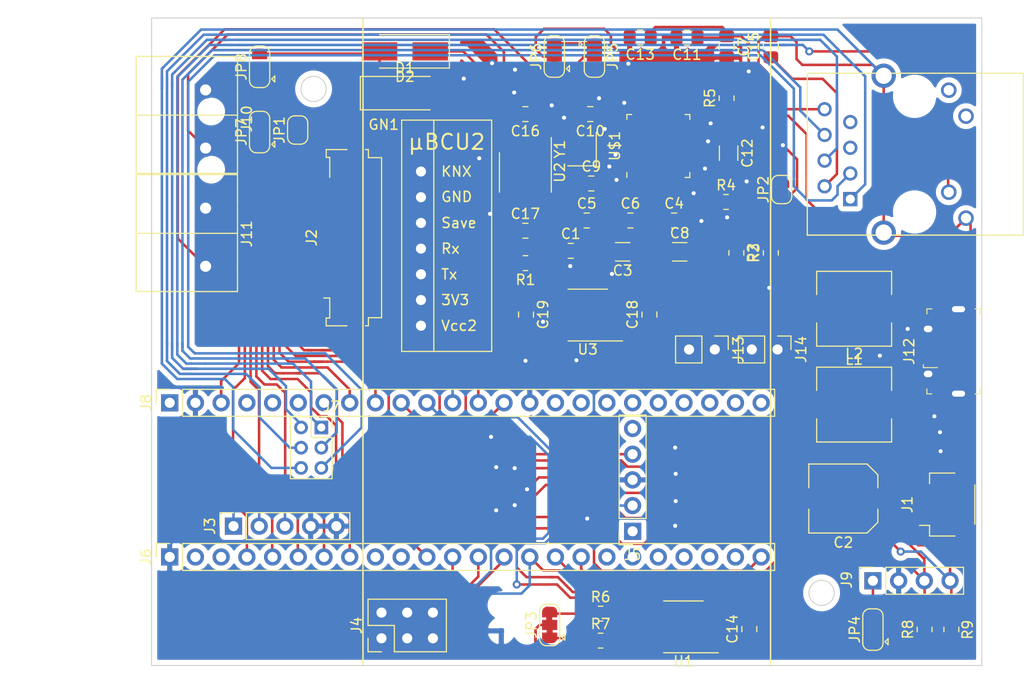
<source format=kicad_pcb>
(kicad_pcb (version 20171130) (host pcbnew "(5.1.9-0-10_14)")
  (layers (0 F.Cu signal) (31 B.Cu signal) (34 B.Paste user) (35 F.Paste user) (36 B.SilkS user) (37 F.SilkS user) (38 B.Mask user) (39 F.Mask user) (44 Edge.Cuts user))
  (net 0 "")
  (net 1 GND)
  (net 2 +5V)
  (net 3 +3V3)
  (net 4 "Net-(C15-Pad2)")
  (net 5 "Net-(C15-Pad1)")
  (net 6 /Homekit_KNX/KNX+)
  (net 7 /LED_ON)
  (net 8 /LED_PROG)
  (net 9 /LED_CONN)
  (net 10 /LED_ERROR)
  (net 11 /LED_T41_PROG)
  (net 12 /SCL_0)
  (net 13 /SDA_0)
  (net 14 /PUSH_PROG)
  (net 15 /PUSH_RESET)
  (net 16 /PUSH_T41_PROG)
  (net 17 /MOSI_0)
  (net 18 /CS_0)
  (net 19 /SCK_0)
  (net 20 /MISO_0)
  (net 21 /T_ON_OFF)
  (net 22 /VBAT)
  (net 23 "Net-(J6-Pad23)")
  (net 24 "Net-(J6-Pad22)")
  (net 25 "Net-(J6-Pad21)")
  (net 26 "Net-(J6-Pad20)")
  (net 27 "Net-(J6-Pad19)")
  (net 28 "Net-(J6-Pad18)")
  (net 29 "Net-(J6-Pad10)")
  (net 30 "Net-(J6-Pad9)")
  (net 31 /TX_1)
  (net 32 /RX_1)
  (net 33 "Net-(J7-Pad6)")
  (net 34 "Net-(J7-Pad4)")
  (net 35 "Net-(J7-Pad3)")
  (net 36 "Net-(J7-Pad2)")
  (net 37 "Net-(J7-Pad1)")
  (net 38 "Net-(J8-Pad24)")
  (net 39 "Net-(J8-Pad23)")
  (net 40 "Net-(J8-Pad22)")
  (net 41 "Net-(J8-Pad21)")
  (net 42 "Net-(J8-Pad20)")
  (net 43 "Net-(J8-Pad19)")
  (net 44 "Net-(J8-Pad18)")
  (net 45 "Net-(J8-Pad17)")
  (net 46 "Net-(J8-Pad16)")
  (net 47 /SCL_1)
  (net 48 /SDA_1)
  (net 49 "Net-(J8-Pad7)")
  (net 50 "Net-(J8-Pad6)")
  (net 51 "Net-(J8-Pad5)")
  (net 52 "Net-(J8-Pad4)")
  (net 53 "Net-(P1-Pad12)")
  (net 54 "Net-(P1-Pad11)")
  (net 55 "Net-(P1-Pad7)")
  (net 56 "Net-(P1-Pad5)")
  (net 57 "Net-(JP4-Pad3)")
  (net 58 "Net-(JP4-Pad1)")
  (net 59 "Net-(C5-Pad2)")
  (net 60 "Net-(JP3-Pad1)")
  (net 61 "Net-(JP3-Pad3)")
  (net 62 /SCL_2_TX_6)
  (net 63 /SDA_2_RX_6)
  (net 64 "Net-(C1-Pad1)")
  (net 65 "Net-(C5-Pad1)")
  (net 66 "Net-(C6-Pad2)")
  (net 67 "Net-(C6-Pad1)")
  (net 68 "Net-(C9-Pad2)")
  (net 69 "Net-(C10-Pad2)")
  (net 70 "Net-(JP1-Pad1)")
  (net 71 "Net-(JP2-Pad1)")
  (net 72 "Net-(L1-Pad1)")
  (net 73 "Net-(L2-Pad2)")
  (net 74 "Net-(L2-Pad1)")
  (net 75 "Net-(R1-Pad1)")
  (net 76 "Net-(R4-Pad1)")
  (net 77 "Net-(U$1-Pad39)")
  (net 78 "Net-(U$1-Pad37)")
  (net 79 /Homekit_KNX/SAVE)
  (net 80 "Net-(U$1-Pad32)")
  (net 81 /Homekit_KNX/TX_1_KNX)
  (net 82 /Homekit_KNX/RX_1_KNX)
  (net 83 "Net-(U$1-Pad22)")
  (net 84 "Net-(U$1-Pad21)")
  (net 85 "Net-(D1-Pad1)")
  (net 86 /Homekit_KNX/VCC2_KNX_2)
  (net 87 /Homekit_KNX/3V3_KNX_2)
  (net 88 /Homekit_KNX/TX_2_KNX_2)
  (net 89 /Homekit_KNX/RX_2_KNX_2)
  (net 90 "Net-(GN1-Pad3)")
  (net 91 "Net-(GN1-Pad2)")
  (net 92 "Net-(GN1-Pad1)")
  (net 93 "Net-(J12-Pad3)")
  (net 94 "Net-(J12-Pad2)")
  (net 95 /TX_3)
  (net 96 /RX_3)
  (net 97 /Homekit_KNX/KNX-)
  (net 98 /Homekit_KNX/KNX_2-)
  (net 99 /Homekit_KNX/KNX_2+)
  (net 100 "Net-(JP5-Pad1)")
  (net 101 "Net-(JP7-Pad3)")
  (net 102 GND1)
  (net 103 VCC_2)
  (net 104 VCC_1)
  (module Crystal:Crystal_SMD_2520-4Pin_2.5x2.0mm (layer F.Cu) (at 156.6164 72.8853 90)
    (fp_text reference Y1 (at 0 -2.2 90) (layer F.SilkS))
    (fp_text value 16MHz)
    (pad 4 smd rect (at -0.875 -0.7 90) (size 1.15 1) (layers F.Cu F.Paste F.Mask) (net 102 GND1))
    (pad 3 smd rect (at 0.875 -0.7 90) (size 1.15 1) (layers F.Cu F.Paste F.Mask) (net 69 "Net-(C10-Pad2)"))
    (pad 2 smd rect (at 0.875 0.7 90) (size 1.15 1) (layers F.Cu F.Paste F.Mask) (net 102 GND1))
    (pad 1 smd rect (at -0.875 0.7 90) (size 1.15 1) (layers F.Cu F.Paste F.Mask) (net 68 "Net-(C9-Pad2)"))
  )
  (module J1B1211CCD:J1B1211CCD (layer F.Cu) (at 189.4586 73.3806 90)
    (fp_text reference P1 (at -3.175 -11.684 90) (layer F.SilkS) (effects (font (size 1.4 1.4) (thickness 0.015))))
    (fp_text value J1B1211CCD)
    (pad 14 thru_hole circle (at 7.75 -3.05 90) (size 2.4 2.4) (drill 1.6) (layers *.Cu *.Mask) (net 1 GND))
    (pad 13 thru_hole circle (at -7.75 -3.05 90) (size 2.4 2.4) (drill 1.6) (layers *.Cu *.Mask) (net 1 GND))
    (pad 12 thru_hole circle (at 6.325 3.38 90) (size 1.53 1.53) (drill 1.02) (layers *.Cu *.Mask) (net 53 "Net-(P1-Pad12)"))
    (pad 11 thru_hole circle (at 3.758 5.08 90) (size 1.53 1.53) (drill 1.02) (layers *.Cu *.Mask) (net 54 "Net-(P1-Pad11)"))
    (pad 10 thru_hole circle (at -3.758 3.38 90) (size 1.53 1.53) (drill 1.02) (layers *.Cu *.Mask) (net 36 "Net-(J7-Pad2)"))
    (pad 9 thru_hole circle (at -6.325 5.08 90) (size 1.53 1.53) (drill 1.02) (layers *.Cu *.Mask) (net 1 GND))
    (pad 8 thru_hole circle (at 4.445 -8.89 90) (size 1.408 1.408) (drill 0.9) (layers *.Cu *.Mask) (net 1 GND))
    (pad 7 thru_hole circle (at 3.175 -6.35 90) (size 1.408 1.408) (drill 0.9) (layers *.Cu *.Mask) (net 55 "Net-(P1-Pad7)"))
    (pad 6 thru_hole circle (at 1.905 -8.89 90) (size 1.408 1.408) (drill 0.9) (layers *.Cu *.Mask) (net 34 "Net-(J7-Pad4)"))
    (pad 5 thru_hole circle (at 0.635 -6.35 90) (size 1.408 1.408) (drill 0.9) (layers *.Cu *.Mask) (net 56 "Net-(P1-Pad5)"))
    (pad 4 thru_hole circle (at -0.635 -8.89 90) (size 1.408 1.408) (drill 0.9) (layers *.Cu *.Mask) (net 37 "Net-(J7-Pad1)"))
    (pad 3 thru_hole circle (at -1.905 -6.35 90) (size 1.408 1.408) (drill 0.9) (layers *.Cu *.Mask) (net 33 "Net-(J7-Pad6)"))
    (pad 2 thru_hole circle (at -3.175 -8.89 90) (size 1.408 1.408) (drill 0.9) (layers *.Cu *.Mask) (net 5 "Net-(C15-Pad1)"))
    (pad 1 thru_hole rect (at -4.445 -6.35 90) (size 1.408 1.408) (drill 0.9) (layers *.Cu *.Mask) (net 35 "Net-(J7-Pad3)"))
    (pad None np_thru_hole circle (at 5.715 0 90) (size 3.25 3.25) (drill 3.25) (layers *.Cu *.Mask))
    (pad None np_thru_hole circle (at -5.715 0 90) (size 3.25 3.25) (drill 3.25) (layers *.Cu *.Mask))
  )
  (module Capacitor_SMD:C_1206_3216Metric_Pad1.33x1.80mm_HandSolder (layer F.Cu) (at 160.6296 83.0326 180)
    (fp_text reference C3 (at 0 -1.85) (layer F.SilkS))
    (fp_text value "1µF / 50V")
    (pad 2 smd roundrect (at 1.5625 0 180) (size 1.325 1.8) (layers F.Cu F.Paste F.Mask) (roundrect_rratio 0.188679) (net 102 GND1))
    (pad 1 smd roundrect (at -1.5625 0 180) (size 1.325 1.8) (layers F.Cu F.Paste F.Mask) (roundrect_rratio 0.188679) (net 103 VCC_2))
  )
  (module Resistor_SMD:R_0805_2012Metric_Pad1.20x1.40mm_HandSolder (layer F.Cu) (at 170.8404 78.105)
    (fp_text reference R4 (at 0 -1.65) (layer F.SilkS))
    (fp_text value 1R)
    (pad 2 smd roundrect (at 1 0) (size 1.2 1.4) (layers F.Cu F.Paste F.Mask) (roundrect_rratio 0.208333) (net 103 VCC_2))
    (pad 1 smd roundrect (at -1 0) (size 1.2 1.4) (layers F.Cu F.Paste F.Mask) (roundrect_rratio 0.208333) (net 76 "Net-(R4-Pad1)"))
  )
  (module Jumper:SolderJumper-2_P1.3mm_Open_RoundedPad1.0x1.5mm (layer F.Cu) (at 128.524 70.993 90)
    (fp_text reference JP1 (at 0 -1.8 90) (layer F.SilkS))
    (fp_text value "SJ HIGH POWER")
    (pad 2 smd custom (at 0.65 0 90) (size 1 0.5) (layers F.Cu F.Mask) (net 102 GND1) (options (clearance outline) (anchor rect)) (primitives (gr_circle (center 0 0.25) (end 0.5 0.25) (width 0)) (gr_circle (center 0 -0.25) (end 0.5 -0.25) (width 0)) (gr_poly (pts (xy 0 -0.75) (xy -0.5 -0.75) (xy -0.5 0.75) (xy 0 0.75)) (width 0))))
    (pad 1 smd custom (at -0.65 0 90) (size 1 0.5) (layers F.Cu F.Mask) (net 70 "Net-(JP1-Pad1)") (options (clearance outline) (anchor rect)) (primitives (gr_circle (center 0 0.25) (end 0.5 0.25) (width 0)) (gr_circle (center 0 -0.25) (end 0.5 -0.25) (width 0)) (gr_poly (pts (xy 0 -0.75) (xy 0.5 -0.75) (xy 0.5 0.75) (xy 0 0.75)) (width 0))))
  )
  (module Capacitor_SMD:C_0805_2012Metric_Pad1.18x1.45mm_HandSolder (layer F.Cu) (at 162.3568 61.849 180)
    (fp_text reference C13 (at 0 -1.68) (layer F.SilkS))
    (fp_text value "100nF / 6.3V")
    (pad 2 smd roundrect (at 1.0375 0 180) (size 1.175 1.45) (layers F.Cu F.Paste F.Mask) (roundrect_rratio 0.212766) (net 102 GND1))
    (pad 1 smd roundrect (at -1.0375 0 180) (size 1.175 1.45) (layers F.Cu F.Paste F.Mask) (roundrect_rratio 0.212766) (net 104 VCC_1))
  )
  (module "Homekit_Baseplate:WAGO 243-211 KNX" (layer F.Cu) (at 119.4308 67.0306)
    (fp_text reference J10 (at 4.064 2.8575 90) (layer F.SilkS))
    (fp_text value Wago_243-211)
    (pad 2 thru_hole circle (at 0 5.75) (size 1.724 1.724) (drill 1.1) (layers *.Cu *.Mask) (net 97 /Homekit_KNX/KNX-))
    (pad 1 thru_hole circle (at 0 0) (size 1.724 1.724) (drill 1.1) (layers *.Cu *.Mask) (net 6 /Homekit_KNX/KNX+))
  )
  (module Resistor_SMD:R_0805_2012Metric_Pad1.20x1.40mm_HandSolder (layer F.Cu) (at 151.0284 84.1502 180)
    (fp_text reference R1 (at 0 -1.65) (layer F.SilkS))
    (fp_text value 22R)
    (pad 2 smd roundrect (at 1 0 180) (size 1.2 1.4) (layers F.Cu F.Paste F.Mask) (roundrect_rratio 0.208333) (net 59 "Net-(C5-Pad2)"))
    (pad 1 smd roundrect (at -1 0 180) (size 1.2 1.4) (layers F.Cu F.Paste F.Mask) (roundrect_rratio 0.208333) (net 75 "Net-(R1-Pad1)"))
  )
  (module Capacitor_SMD:C_0805_2012Metric_Pad1.18x1.45mm_HandSolder (layer F.Cu) (at 155.4988 82.931)
    (fp_text reference C1 (at 0 -1.68) (layer F.SilkS))
    (fp_text value "100nF / 50V")
    (pad 2 smd roundrect (at 1.0375 0) (size 1.175 1.45) (layers F.Cu F.Paste F.Mask) (roundrect_rratio 0.212766) (net 102 GND1))
    (pad 1 smd roundrect (at -1.0375 0) (size 1.175 1.45) (layers F.Cu F.Paste F.Mask) (roundrect_rratio 0.212766) (net 64 "Net-(C1-Pad1)"))
  )
  (module Capacitor_SMD:C_0805_2012Metric_Pad1.18x1.45mm_HandSolder (layer F.Cu) (at 151.0792 89.2302 270)
    (fp_text reference C19 (at 0 -1.68 90) (layer F.SilkS))
    (fp_text value "100nF / 6.3V")
    (pad 2 smd roundrect (at 1.0375 0 270) (size 1.175 1.45) (layers F.Cu F.Paste F.Mask) (roundrect_rratio 0.212766) (net 3 +3V3))
    (pad 1 smd roundrect (at -1.0375 0 270) (size 1.175 1.45) (layers F.Cu F.Paste F.Mask) (roundrect_rratio 0.212766) (net 1 GND))
  )
  (module Capacitor_SMD:C_0805_2012Metric_Pad1.18x1.45mm_HandSolder (layer F.Cu) (at 163.2712 89.2302 90)
    (fp_text reference C18 (at 0 -1.68 90) (layer F.SilkS))
    (fp_text value "100nF / 6.3V")
    (pad 2 smd roundrect (at 1.0375 0 90) (size 1.175 1.45) (layers F.Cu F.Paste F.Mask) (roundrect_rratio 0.212766) (net 98 /Homekit_KNX/KNX_2-))
    (pad 1 smd roundrect (at -1.0375 0 90) (size 1.175 1.45) (layers F.Cu F.Paste F.Mask) (roundrect_rratio 0.212766) (net 87 /Homekit_KNX/3V3_KNX_2))
  )
  (module Capacitor_SMD:C_0805_2012Metric_Pad1.18x1.45mm_HandSolder (layer F.Cu) (at 151.0157 80.9498)
    (fp_text reference C17 (at 0 -1.68) (layer F.SilkS))
    (fp_text value "100nF / 6.3V")
    (pad 2 smd roundrect (at 1.0375 0) (size 1.175 1.45) (layers F.Cu F.Paste F.Mask) (roundrect_rratio 0.212766) (net 3 +3V3))
    (pad 1 smd roundrect (at -1.0375 0) (size 1.175 1.45) (layers F.Cu F.Paste F.Mask) (roundrect_rratio 0.212766) (net 1 GND))
  )
  (module Capacitor_SMD:C_0805_2012Metric_Pad1.18x1.45mm_HandSolder (layer F.Cu) (at 151.0157 69.4182 180)
    (fp_text reference C16 (at 0 -1.68) (layer F.SilkS))
    (fp_text value "100nF / 6.3V")
    (pad 2 smd roundrect (at 1.0375 0 180) (size 1.175 1.45) (layers F.Cu F.Paste F.Mask) (roundrect_rratio 0.212766) (net 102 GND1))
    (pad 1 smd roundrect (at -1.0375 0 180) (size 1.175 1.45) (layers F.Cu F.Paste F.Mask) (roundrect_rratio 0.212766) (net 104 VCC_1))
  )
  (module Capacitor_SMD:C_1206_3216Metric_Pad1.33x1.80mm_HandSolder (layer F.Cu) (at 171.0912 73.279 270)
    (fp_text reference C12 (at 0 -1.85 90) (layer F.SilkS))
    (fp_text value "10µF / 6.3V")
    (pad 2 smd roundrect (at 1.5625 0 270) (size 1.325 1.8) (layers F.Cu F.Paste F.Mask) (roundrect_rratio 0.188679) (net 102 GND1))
    (pad 1 smd roundrect (at -1.5625 0 270) (size 1.325 1.8) (layers F.Cu F.Paste F.Mask) (roundrect_rratio 0.188679) (net 104 VCC_1))
  )
  (module Resistor_SMD:R_0805_2012Metric_Pad1.20x1.40mm_HandSolder (layer F.Cu) (at 170.8912 67.8434 90)
    (fp_text reference R5 (at 0 -1.65 90) (layer F.SilkS))
    (fp_text value 1R)
    (pad 2 smd roundrect (at 1 0 90) (size 1.2 1.4) (layers F.Cu F.Paste F.Mask) (roundrect_rratio 0.208333) (net 73 "Net-(L2-Pad2)"))
    (pad 1 smd roundrect (at -1 0 90) (size 1.2 1.4) (layers F.Cu F.Paste F.Mask) (roundrect_rratio 0.208333) (net 104 VCC_1))
  )
  (module Connector_PinSocket_2.54mm:PinSocket_1x05_P2.54mm_Vertical (layer F.Cu) (at 161.6075 110.6551 180)
    (fp_text reference J5 (at 0 -2.33) (layer F.SilkS))
    (fp_text value "Teensy 4.1 Extra")
    (pad 5 thru_hole oval (at 0 10.16 180) (size 1.7 1.7) (drill 1) (layers *.Cu *.Mask) (net 21 /T_ON_OFF))
    (pad 4 thru_hole oval (at 0 7.62 180) (size 1.7 1.7) (drill 1) (layers *.Cu *.Mask) (net 16 /PUSH_T41_PROG))
    (pad 3 thru_hole oval (at 0 5.08 180) (size 1.7 1.7) (drill 1) (layers *.Cu *.Mask) (net 1 GND))
    (pad 2 thru_hole oval (at 0 2.54 180) (size 1.7 1.7) (drill 1) (layers *.Cu *.Mask) (net 3 +3V3))
    (pad 1 thru_hole rect (at 0 0 180) (size 1.7 1.7) (drill 1) (layers *.Cu *.Mask) (net 22 /VBAT))
  )
  (module Connector_PinSocket_2.54mm:PinSocket_1x05_P2.54mm_Vertical (layer F.Cu) (at 122.1867 110.1471 90)
    (fp_text reference J3 (at 0 -2.33 90) (layer F.SilkS))
    (fp_text value "Teensy 4.1 USB")
    (pad 5 thru_hole oval (at 0 10.16 90) (size 1.7 1.7) (drill 1) (layers *.Cu *.Mask) (net 1 GND))
    (pad 4 thru_hole oval (at 0 7.62 90) (size 1.7 1.7) (drill 1) (layers *.Cu *.Mask) (net 1 GND))
    (pad 3 thru_hole oval (at 0 5.08 90) (size 1.7 1.7) (drill 1) (layers *.Cu *.Mask) (net 93 "Net-(J12-Pad3)"))
    (pad 2 thru_hole oval (at 0 2.54 90) (size 1.7 1.7) (drill 1) (layers *.Cu *.Mask) (net 94 "Net-(J12-Pad2)"))
    (pad 1 thru_hole rect (at 0 0 90) (size 1.7 1.7) (drill 1) (layers *.Cu *.Mask) (net 2 +5V))
  )
  (module Connector_PinSocket_2.54mm:PinSocket_1x24_P2.54mm_Vertical (layer F.Cu) (at 115.8875 97.9551 90)
    (fp_text reference J8 (at 0 -2.33 90) (layer F.SilkS))
    (fp_text value "Teensy 4.1 Right")
    (pad 24 thru_hole oval (at 0 58.42 90) (size 1.7 1.7) (drill 1) (layers *.Cu *.Mask) (net 38 "Net-(J8-Pad24)"))
    (pad 23 thru_hole oval (at 0 55.88 90) (size 1.7 1.7) (drill 1) (layers *.Cu *.Mask) (net 39 "Net-(J8-Pad23)"))
    (pad 22 thru_hole oval (at 0 53.34 90) (size 1.7 1.7) (drill 1) (layers *.Cu *.Mask) (net 40 "Net-(J8-Pad22)"))
    (pad 21 thru_hole oval (at 0 50.8 90) (size 1.7 1.7) (drill 1) (layers *.Cu *.Mask) (net 41 "Net-(J8-Pad21)"))
    (pad 20 thru_hole oval (at 0 48.26 90) (size 1.7 1.7) (drill 1) (layers *.Cu *.Mask) (net 42 "Net-(J8-Pad20)"))
    (pad 19 thru_hole oval (at 0 45.72 90) (size 1.7 1.7) (drill 1) (layers *.Cu *.Mask) (net 43 "Net-(J8-Pad19)"))
    (pad 18 thru_hole oval (at 0 43.18 90) (size 1.7 1.7) (drill 1) (layers *.Cu *.Mask) (net 44 "Net-(J8-Pad18)"))
    (pad 17 thru_hole oval (at 0 40.64 90) (size 1.7 1.7) (drill 1) (layers *.Cu *.Mask) (net 45 "Net-(J8-Pad17)"))
    (pad 16 thru_hole oval (at 0 38.1 90) (size 1.7 1.7) (drill 1) (layers *.Cu *.Mask) (net 46 "Net-(J8-Pad16)"))
    (pad 15 thru_hole oval (at 0 35.56 90) (size 1.7 1.7) (drill 1) (layers *.Cu *.Mask) (net 1 GND))
    (pad 14 thru_hole oval (at 0 33.02 90) (size 1.7 1.7) (drill 1) (layers *.Cu *.Mask) (net 19 /SCK_0))
    (pad 13 thru_hole oval (at 0 30.48 90) (size 1.7 1.7) (drill 1) (layers *.Cu *.Mask) (net 95 /TX_3))
    (pad 12 thru_hole oval (at 0 27.94 90) (size 1.7 1.7) (drill 1) (layers *.Cu *.Mask) (net 96 /RX_3))
    (pad 11 thru_hole oval (at 0 25.4 90) (size 1.7 1.7) (drill 1) (layers *.Cu *.Mask) (net 47 /SCL_1))
    (pad 10 thru_hole oval (at 0 22.86 90) (size 1.7 1.7) (drill 1) (layers *.Cu *.Mask) (net 48 /SDA_1))
    (pad 9 thru_hole oval (at 0 20.32 90) (size 1.7 1.7) (drill 1) (layers *.Cu *.Mask) (net 13 /SDA_0))
    (pad 8 thru_hole oval (at 0 17.78 90) (size 1.7 1.7) (drill 1) (layers *.Cu *.Mask) (net 12 /SCL_0))
    (pad 7 thru_hole oval (at 0 15.24 90) (size 1.7 1.7) (drill 1) (layers *.Cu *.Mask) (net 49 "Net-(J8-Pad7)"))
    (pad 6 thru_hole oval (at 0 12.7 90) (size 1.7 1.7) (drill 1) (layers *.Cu *.Mask) (net 50 "Net-(J8-Pad6)"))
    (pad 5 thru_hole oval (at 0 10.16 90) (size 1.7 1.7) (drill 1) (layers *.Cu *.Mask) (net 51 "Net-(J8-Pad5)"))
    (pad 4 thru_hole oval (at 0 7.62 90) (size 1.7 1.7) (drill 1) (layers *.Cu *.Mask) (net 52 "Net-(J8-Pad4)"))
    (pad 3 thru_hole oval (at 0 5.08 90) (size 1.7 1.7) (drill 1) (layers *.Cu *.Mask) (net 3 +3V3))
    (pad 2 thru_hole oval (at 0 2.54 90) (size 1.7 1.7) (drill 1) (layers *.Cu *.Mask) (net 1 GND))
    (pad 1 thru_hole rect (at 0 0 90) (size 1.7 1.7) (drill 1) (layers *.Cu *.Mask) (net 2 +5V))
  )
  (module Connector_PinSocket_2.00mm:PinSocket_2x03_P2.00mm_Vertical (layer F.Cu) (at 130.8608 100.3935)
    (fp_text reference J7 (at 1 -2.06) (layer F.SilkS))
    (fp_text value "Teensy 4.1 Ethernet Breakout")
    (pad 6 thru_hole oval (at -2 4) (size 1.35 1.35) (drill 0.8) (layers *.Cu *.Mask) (net 33 "Net-(J7-Pad6)"))
    (pad 5 thru_hole oval (at 0 4) (size 1.35 1.35) (drill 0.8) (layers *.Cu *.Mask) (net 1 GND))
    (pad 4 thru_hole oval (at -2 2) (size 1.35 1.35) (drill 0.8) (layers *.Cu *.Mask) (net 34 "Net-(J7-Pad4)"))
    (pad 3 thru_hole oval (at 0 2) (size 1.35 1.35) (drill 0.8) (layers *.Cu *.Mask) (net 35 "Net-(J7-Pad3)"))
    (pad 2 thru_hole oval (at -2 0) (size 1.35 1.35) (drill 0.8) (layers *.Cu *.Mask) (net 36 "Net-(J7-Pad2)"))
    (pad 1 thru_hole rect (at 0 0) (size 1.35 1.35) (drill 0.8) (layers *.Cu *.Mask) (net 37 "Net-(J7-Pad1)"))
  )
  (module Connector_PinSocket_2.54mm:PinSocket_1x04_P2.54mm_Vertical (layer F.Cu) (at 185.3438 115.5446 90)
    (fp_text reference J9 (at 0.0889 -2.5908 270) (layer F.SilkS))
    (fp_text value "J I2C/Serial")
    (pad 4 thru_hole oval (at 0 7.62 90) (size 1.7 1.7) (drill 1) (layers *.Cu *.Mask) (net 63 /SDA_2_RX_6))
    (pad 3 thru_hole oval (at 0 5.08 90) (size 1.7 1.7) (drill 1) (layers *.Cu *.Mask) (net 62 /SCL_2_TX_6))
    (pad 2 thru_hole oval (at 0 2.54 90) (size 1.7 1.7) (drill 1) (layers *.Cu *.Mask) (net 1 GND))
    (pad 1 thru_hole rect (at 0 0 90) (size 1.7 1.7) (drill 1) (layers *.Cu *.Mask) (net 3 +3V3))
  )
  (module Connector_PinSocket_2.54mm:PinSocket_1x24_P2.54mm_Vertical (layer F.Cu) (at 115.8875 113.1951 90)
    (fp_text reference J6 (at 0 -2.33 90) (layer F.SilkS))
    (fp_text value "Teensy 4.1 Left")
    (pad 24 thru_hole oval (at 0 58.42 90) (size 1.7 1.7) (drill 1) (layers *.Cu *.Mask) (net 15 /PUSH_RESET))
    (pad 23 thru_hole oval (at 0 55.88 90) (size 1.7 1.7) (drill 1) (layers *.Cu *.Mask) (net 23 "Net-(J6-Pad23)"))
    (pad 22 thru_hole oval (at 0 53.34 90) (size 1.7 1.7) (drill 1) (layers *.Cu *.Mask) (net 24 "Net-(J6-Pad22)"))
    (pad 21 thru_hole oval (at 0 50.8 90) (size 1.7 1.7) (drill 1) (layers *.Cu *.Mask) (net 25 "Net-(J6-Pad21)"))
    (pad 20 thru_hole oval (at 0 48.26 90) (size 1.7 1.7) (drill 1) (layers *.Cu *.Mask) (net 26 "Net-(J6-Pad20)"))
    (pad 19 thru_hole oval (at 0 45.72 90) (size 1.7 1.7) (drill 1) (layers *.Cu *.Mask) (net 27 "Net-(J6-Pad19)"))
    (pad 18 thru_hole oval (at 0 43.18 90) (size 1.7 1.7) (drill 1) (layers *.Cu *.Mask) (net 28 "Net-(J6-Pad18)"))
    (pad 17 thru_hole oval (at 0 40.64 90) (size 1.7 1.7) (drill 1) (layers *.Cu *.Mask) (net 63 /SDA_2_RX_6))
    (pad 16 thru_hole oval (at 0 38.1 90) (size 1.7 1.7) (drill 1) (layers *.Cu *.Mask) (net 62 /SCL_2_TX_6))
    (pad 15 thru_hole oval (at 0 35.56 90) (size 1.7 1.7) (drill 1) (layers *.Cu *.Mask) (net 3 +3V3))
    (pad 14 thru_hole oval (at 0 33.02 90) (size 1.7 1.7) (drill 1) (layers *.Cu *.Mask) (net 20 /MISO_0))
    (pad 13 thru_hole oval (at 0 30.48 90) (size 1.7 1.7) (drill 1) (layers *.Cu *.Mask) (net 17 /MOSI_0))
    (pad 12 thru_hole oval (at 0 27.94 90) (size 1.7 1.7) (drill 1) (layers *.Cu *.Mask) (net 18 /CS_0))
    (pad 11 thru_hole oval (at 0 25.4 90) (size 1.7 1.7) (drill 1) (layers *.Cu *.Mask) (net 14 /PUSH_PROG))
    (pad 10 thru_hole oval (at 0 22.86 90) (size 1.7 1.7) (drill 1) (layers *.Cu *.Mask) (net 29 "Net-(J6-Pad10)"))
    (pad 9 thru_hole oval (at 0 20.32 90) (size 1.7 1.7) (drill 1) (layers *.Cu *.Mask) (net 30 "Net-(J6-Pad9)"))
    (pad 8 thru_hole oval (at 0 17.78 90) (size 1.7 1.7) (drill 1) (layers *.Cu *.Mask) (net 11 /LED_T41_PROG))
    (pad 7 thru_hole oval (at 0 15.24 90) (size 1.7 1.7) (drill 1) (layers *.Cu *.Mask) (net 10 /LED_ERROR))
    (pad 6 thru_hole oval (at 0 12.7 90) (size 1.7 1.7) (drill 1) (layers *.Cu *.Mask) (net 9 /LED_CONN))
    (pad 5 thru_hole oval (at 0 10.16 90) (size 1.7 1.7) (drill 1) (layers *.Cu *.Mask) (net 8 /LED_PROG))
    (pad 4 thru_hole oval (at 0 7.62 90) (size 1.7 1.7) (drill 1) (layers *.Cu *.Mask) (net 7 /LED_ON))
    (pad 3 thru_hole oval (at 0 5.08 90) (size 1.7 1.7) (drill 1) (layers *.Cu *.Mask) (net 31 /TX_1))
    (pad 2 thru_hole oval (at 0 2.54 90) (size 1.7 1.7) (drill 1) (layers *.Cu *.Mask) (net 32 /RX_1))
    (pad 1 thru_hole rect (at 0 0 90) (size 1.7 1.7) (drill 1) (layers *.Cu *.Mask) (net 1 GND))
  )
  (module Connector_PinHeader_2.54mm:PinHeader_1x02_P2.54mm_Vertical (layer F.Cu) (at 175.9204 92.6846 270)
    (fp_text reference J14 (at 0 -2.33 90) (layer F.SilkS))
    (fp_text value "5V KNX Out")
    (pad 2 thru_hole oval (at 0 2.54 270) (size 1.7 1.7) (drill 1) (layers *.Cu *.Mask) (net 102 GND1))
    (pad 1 thru_hole rect (at 0 0 270) (size 1.7 1.7) (drill 1) (layers *.Cu *.Mask) (net 104 VCC_1))
  )
  (module Connector_PinHeader_2.54mm:PinHeader_1x02_P2.54mm_Vertical (layer F.Cu) (at 169.7228 92.6846 270)
    (fp_text reference J13 (at 0 -2.33 90) (layer F.SilkS))
    (fp_text value "5V KNX Out")
    (pad 2 thru_hole oval (at 0 2.54 270) (size 1.7 1.7) (drill 1) (layers *.Cu *.Mask) (net 102 GND1))
    (pad 1 thru_hole rect (at 0 0 270) (size 1.7 1.7) (drill 1) (layers *.Cu *.Mask) (net 103 VCC_2))
  )
  (module Capacitor_SMD:C_0805_2012Metric_Pad1.18x1.45mm_HandSolder (layer F.Cu) (at 170.8912 62.7634 270)
    (fp_text reference C7 (at 0 -1.68 90) (layer F.SilkS))
    (fp_text value "100nF / 6.3V")
    (pad 2 smd roundrect (at 1.0375 0 270) (size 1.175 1.45) (layers F.Cu F.Paste F.Mask) (roundrect_rratio 0.212766) (net 102 GND1))
    (pad 1 smd roundrect (at -1.0375 0 270) (size 1.175 1.45) (layers F.Cu F.Paste F.Mask) (roundrect_rratio 0.212766) (net 104 VCC_1))
  )
  (module Jumper:SolderJumper-3_P1.3mm_Bridged12_RoundedPad1.0x1.5mm (layer F.Cu) (at 124.7648 64.7446 90)
    (fp_text reference JP8 (at 0 -1.8 90) (layer F.SilkS))
    (fp_text value JUMPER-SMT_3_1-NC)
    (fp_poly (pts (xy -0.9 -0.3) (xy -0.4 -0.3) (xy -0.4 0.3) (xy -0.9 0.3)) (layer F.Cu) (width 0))
    (pad 1 smd custom (at -1.3 0 90) (size 1 0.5) (layers F.Cu F.Mask) (net 101 "Net-(JP7-Pad3)") (options (clearance outline) (anchor rect)) (primitives (gr_circle (center 0 0.25) (end 0.5 0.25) (width 0)) (gr_circle (center 0 -0.25) (end 0.5 -0.25) (width 0)) (gr_poly (pts (xy 0.55 -0.75) (xy 0 -0.75) (xy 0 0.75) (xy 0.55 0.75)) (width 0))))
    (pad 2 smd rect (at 0 0 90) (size 1 1.5) (layers F.Cu F.Mask) (net 6 /Homekit_KNX/KNX+))
    (pad 3 smd custom (at 1.3 0 90) (size 1 0.5) (layers F.Cu F.Mask) (net 85 "Net-(D1-Pad1)") (options (clearance outline) (anchor rect)) (primitives (gr_circle (center 0 0.25) (end 0.5 0.25) (width 0)) (gr_circle (center 0 -0.25) (end 0.5 -0.25) (width 0)) (gr_poly (pts (xy -0.55 -0.75) (xy 0 -0.75) (xy 0 0.75) (xy -0.55 0.75)) (width 0))))
  )
  (module Jumper:SolderJumper-3_P1.3mm_Bridged12_RoundedPad1.0x1.5mm (layer F.Cu) (at 124.7648 71.1962 90)
    (fp_text reference JP7 (at 0 -1.8 90) (layer F.SilkS))
    (fp_text value JUMPER-SMT_3_1-NC)
    (fp_poly (pts (xy -0.9 -0.3) (xy -0.4 -0.3) (xy -0.4 0.3) (xy -0.9 0.3)) (layer F.Cu) (width 0))
    (pad 1 smd custom (at -1.3 0 90) (size 1 0.5) (layers F.Cu F.Mask) (net 99 /Homekit_KNX/KNX_2+) (options (clearance outline) (anchor rect)) (primitives (gr_circle (center 0 0.25) (end 0.5 0.25) (width 0)) (gr_circle (center 0 -0.25) (end 0.5 -0.25) (width 0)) (gr_poly (pts (xy 0.55 -0.75) (xy 0 -0.75) (xy 0 0.75) (xy 0.55 0.75)) (width 0))))
    (pad 2 smd rect (at 0 0 90) (size 1 1.5) (layers F.Cu F.Mask) (net 92 "Net-(GN1-Pad1)"))
    (pad 3 smd custom (at 1.3 0 90) (size 1 0.5) (layers F.Cu F.Mask) (net 101 "Net-(JP7-Pad3)") (options (clearance outline) (anchor rect)) (primitives (gr_circle (center 0 0.25) (end 0.5 0.25) (width 0)) (gr_circle (center 0 -0.25) (end 0.5 -0.25) (width 0)) (gr_poly (pts (xy -0.55 -0.75) (xy 0 -0.75) (xy 0 0.75) (xy -0.55 0.75)) (width 0))))
  )
  (module Jumper:SolderJumper-3_P1.3mm_Bridged12_RoundedPad1.0x1.5mm (layer F.Cu) (at 153.8732 63.7286 90)
    (fp_text reference JP6 (at 0 -1.8 90) (layer F.SilkS))
    (fp_text value JUMPER-SMT_3_1-NC)
    (fp_poly (pts (xy -0.9 -0.3) (xy -0.4 -0.3) (xy -0.4 0.3) (xy -0.9 0.3)) (layer F.Cu) (width 0))
    (pad 1 smd custom (at -1.3 0 90) (size 1 0.5) (layers F.Cu F.Mask) (net 98 /Homekit_KNX/KNX_2-) (options (clearance outline) (anchor rect)) (primitives (gr_circle (center 0 0.25) (end 0.5 0.25) (width 0)) (gr_circle (center 0 -0.25) (end 0.5 -0.25) (width 0)) (gr_poly (pts (xy 0.55 -0.75) (xy 0 -0.75) (xy 0 0.75) (xy 0.55 0.75)) (width 0))))
    (pad 2 smd rect (at 0 0 90) (size 1 1.5) (layers F.Cu F.Mask) (net 91 "Net-(GN1-Pad2)"))
    (pad 3 smd custom (at 1.3 0 90) (size 1 0.5) (layers F.Cu F.Mask) (net 100 "Net-(JP5-Pad1)") (options (clearance outline) (anchor rect)) (primitives (gr_circle (center 0 0.25) (end 0.5 0.25) (width 0)) (gr_circle (center 0 -0.25) (end 0.5 -0.25) (width 0)) (gr_poly (pts (xy -0.55 -0.75) (xy 0 -0.75) (xy 0 0.75) (xy -0.55 0.75)) (width 0))))
  )
  (module Jumper:SolderJumper-3_P1.3mm_Bridged12_RoundedPad1.0x1.5mm (layer F.Cu) (at 157.8356 63.7286 270)
    (fp_text reference JP5 (at 0 -1.8 90) (layer F.SilkS))
    (fp_text value JUMPER-SMT_3_1-NC)
    (fp_poly (pts (xy -0.9 -0.3) (xy -0.4 -0.3) (xy -0.4 0.3) (xy -0.9 0.3)) (layer F.Cu) (width 0))
    (pad 1 smd custom (at -1.3 0 270) (size 1 0.5) (layers F.Cu F.Mask) (net 100 "Net-(JP5-Pad1)") (options (clearance outline) (anchor rect)) (primitives (gr_circle (center 0 0.25) (end 0.5 0.25) (width 0)) (gr_circle (center 0 -0.25) (end 0.5 -0.25) (width 0)) (gr_poly (pts (xy 0.55 -0.75) (xy 0 -0.75) (xy 0 0.75) (xy 0.55 0.75)) (width 0))))
    (pad 2 smd rect (at 0 0 270) (size 1 1.5) (layers F.Cu F.Mask) (net 97 /Homekit_KNX/KNX-))
    (pad 3 smd custom (at 1.3 0 270) (size 1 0.5) (layers F.Cu F.Mask) (net 102 GND1) (options (clearance outline) (anchor rect)) (primitives (gr_circle (center 0 0.25) (end 0.5 0.25) (width 0)) (gr_circle (center 0 -0.25) (end 0.5 -0.25) (width 0)) (gr_poly (pts (xy -0.55 -0.75) (xy 0 -0.75) (xy 0 0.75) (xy -0.55 0.75)) (width 0))))
  )
  (module Package_SO:SOIC-8_3.9x4.9mm_P1.27mm (layer F.Cu) (at 157.1752 89.281 180)
    (fp_text reference U3 (at 0 -3.4) (layer F.SilkS))
    (fp_text value ADuM1201AR)
    (pad 8 smd roundrect (at 2.475 -1.905 180) (size 1.95 0.6) (layers F.Cu F.Paste F.Mask) (net 3 +3V3))
    (pad 7 smd roundrect (at 2.475 -0.635 180) (size 1.95 0.6) (layers F.Cu F.Paste F.Mask) (net 96 /RX_3))
    (pad 6 smd roundrect (at 2.475 0.635 180) (size 1.95 0.6) (layers F.Cu F.Paste F.Mask) (net 95 /TX_3))
    (pad 5 smd roundrect (at 2.475 1.905 180) (size 1.95 0.6) (layers F.Cu F.Paste F.Mask) (net 1 GND))
    (pad 4 smd roundrect (at -2.475 1.905 180) (size 1.95 0.6) (layers F.Cu F.Paste F.Mask) (net 98 /Homekit_KNX/KNX_2-))
    (pad 3 smd roundrect (at -2.475 0.635 180) (size 1.95 0.6) (layers F.Cu F.Paste F.Mask) (net 89 /Homekit_KNX/RX_2_KNX_2))
    (pad 2 smd roundrect (at -2.475 -0.635 180) (size 1.95 0.6) (layers F.Cu F.Paste F.Mask) (net 88 /Homekit_KNX/TX_2_KNX_2))
    (pad 1 smd roundrect (at -2.475 -1.905 180) (size 1.95 0.6) (layers F.Cu F.Paste F.Mask) (net 87 /Homekit_KNX/3V3_KNX_2))
  )
  (module digikey-footprints:USB_Micro_AB_Female_0475890001 (layer F.Cu) (at 191.1223 92.8751 90)
    (fp_text reference J12 (at 0 -2.2 90) (layer F.SilkS))
    (fp_text value "Micro USB")
    (pad SH thru_hole oval (at 2.225 -0.325) (size 1.25 1.05) (drill oval 0.85 0.65) (layers *.Cu *.Mask) (net 1 GND))
    (pad SH smd rect (at 3.89 1.775) (size 0.1 0.5) (layers F.Cu F.Paste F.Mask) (net 1 GND))
    (pad SH smd rect (at 3.24 2.675) (size 1.9 1.26) (layers F.Cu F.Paste F.Mask) (net 1 GND))
    (pad SH thru_hole oval (at 4.175 2.675) (size 1.9 1.2) (drill oval 1.3 0.6) (layers *.Cu *.Mask) (net 1 GND))
    (pad SH smd rect (at -1.275 2.675) (size 1.9 1.8) (layers F.Cu F.Paste F.Mask) (net 1 GND))
    (pad 5 smd rect (at 1.3 0) (size 1.35 0.4) (layers F.Cu F.Paste F.Mask) (net 1 GND))
    (pad 4 smd rect (at 0.65 0) (size 1.35 0.4) (layers F.Cu F.Paste F.Mask) (net 1 GND))
    (pad 3 smd rect (at 0 0) (size 1.35 0.4) (layers F.Cu F.Paste F.Mask) (net 93 "Net-(J12-Pad3)"))
    (pad 2 smd rect (at -0.65 0) (size 1.35 0.4) (layers F.Cu F.Paste F.Mask) (net 94 "Net-(J12-Pad2)"))
    (pad 1 smd rect (at -1.3 0) (size 1.35 0.4) (layers F.Cu F.Paste F.Mask) (net 2 +5V))
    (pad SH smd rect (at 1.275 2.675) (size 1.9 1.8) (layers F.Cu F.Paste F.Mask) (net 1 GND))
    (pad SH smd rect (at 3.9 3.575) (size 0.1 0.5) (layers F.Cu F.Paste F.Mask) (net 1 GND))
    (pad SH smd rect (at -3.24 2.675) (size 1.9 1.26) (layers F.Cu F.Paste F.Mask) (net 1 GND))
    (pad SH thru_hole oval (at -4.175 2.675) (size 1.9 1.2) (drill oval 1.3 0.6) (layers *.Cu *.Mask) (net 1 GND))
    (pad SH smd rect (at -3.89 1.775) (size 0.1 0.5) (layers F.Cu F.Paste F.Mask) (net 1 GND))
    (pad SH smd rect (at -3.89 3.575) (size 0.1 0.5) (layers F.Cu F.Paste F.Mask) (net 1 GND))
    (pad SH thru_hole oval (at -2.225 -0.325) (size 1.25 1.05) (drill oval 0.85 0.65) (layers *.Cu *.Mask) (net 1 GND))
  )
  (module "Homekit_Baseplate:WAGO 243-211 KNX" (layer F.Cu) (at 119.4308 78.7146)
    (fp_text reference J11 (at 4.064 2.54 90) (layer F.SilkS))
    (fp_text value Wago_243-211)
    (pad 2 thru_hole circle (at 0 5.75) (size 1.724 1.724) (drill 1.1) (layers *.Cu *.Mask) (net 98 /Homekit_KNX/KNX_2-))
    (pad 1 thru_hole circle (at 0 0) (size 1.724 1.724) (drill 1.1) (layers *.Cu *.Mask) (net 99 /Homekit_KNX/KNX_2+))
  )
  (module MicroBCU2:MicroBCU2_Solderd_Vertical (layer F.Cu) (at 140.7033 75.0951)
    (fp_text reference GN1 (at -3.683 -4.6355) (layer F.SilkS))
    (fp_text value Konnekting_µBCU)
    (fp_text user µBCU2 (at 2.54 -2.921 180) (layer F.SilkS) (effects (font (size 1.5 1.5) (thickness 0.2))))
    (fp_text user Vcc2 (at 1.905 15.24) (layer F.SilkS) (effects (justify left)))
    (fp_text user 3V3 (at 1.905 12.7) (layer F.SilkS) (effects (justify left)))
    (fp_text user Tx (at 1.905 10.16) (layer F.SilkS) (effects (justify left)))
    (fp_text user Rx (at 1.905 7.62) (layer F.SilkS) (effects (justify left)))
    (fp_text user Save (at 1.905 5.08) (layer F.SilkS) (effects (justify left)))
    (fp_text user GND (at 1.905 2.5) (layer F.SilkS) (effects (justify left)))
    (fp_text user KNX (at 1.905 0) (layer F.SilkS) (effects (justify left)))
    (pad 7 thru_hole oval (at 0 15.24) (size 1.7 1.7) (drill 1) (layers *.Cu *.Mask) (net 86 /Homekit_KNX/VCC2_KNX_2))
    (pad 6 thru_hole oval (at 0 12.7) (size 1.7 1.7) (drill 1) (layers *.Cu *.Mask) (net 87 /Homekit_KNX/3V3_KNX_2))
    (pad 5 thru_hole oval (at 0 10.16) (size 1.7 1.7) (drill 1) (layers *.Cu *.Mask) (net 88 /Homekit_KNX/TX_2_KNX_2))
    (pad 4 thru_hole oval (at 0 7.62) (size 1.7 1.7) (drill 1) (layers *.Cu *.Mask) (net 89 /Homekit_KNX/RX_2_KNX_2))
    (pad 3 thru_hole oval (at 0 5.08) (size 1.7 1.7) (drill 1) (layers *.Cu *.Mask) (net 90 "Net-(GN1-Pad3)"))
    (pad 2 thru_hole oval (at 0 2.54) (size 1.7 1.7) (drill 1) (layers *.Cu *.Mask) (net 91 "Net-(GN1-Pad2)"))
    (pad 1 thru_hole rect (at 0 0) (size 1.7 1.7) (drill 1) (layers *.Cu *.Mask) (net 92 "Net-(GN1-Pad1)"))
  )
  (module Package_DFN_QFN:QFN-40-1EP_6x6mm_P0.5mm_EP4.6x4.6mm (layer F.Cu) (at 164.151 72.57 90)
    (fp_text reference U$1 (at 0 -4.3 90) (layer F.SilkS))
    (fp_text value NCN5120)
    (pad 41 smd rect (at 0 0 90) (size 4.6 4.6) (layers F.Cu F.Mask))
    (pad 40 smd roundrect (at -2.25 -2.9375 90) (size 0.25 0.825) (layers F.Cu F.Paste F.Mask) (net 104 VCC_1))
    (pad 39 smd roundrect (at -1.75 -2.9375 90) (size 0.25 0.825) (layers F.Cu F.Paste F.Mask) (net 77 "Net-(U$1-Pad39)"))
    (pad 38 smd roundrect (at -1.25 -2.9375 90) (size 0.25 0.825) (layers F.Cu F.Paste F.Mask) (net 70 "Net-(JP1-Pad1)"))
    (pad 37 smd roundrect (at -0.75 -2.9375 90) (size 0.25 0.825) (layers F.Cu F.Paste F.Mask) (net 78 "Net-(U$1-Pad37)"))
    (pad 36 smd roundrect (at -0.25 -2.9375 90) (size 0.25 0.825) (layers F.Cu F.Paste F.Mask) (net 79 /Homekit_KNX/SAVE))
    (pad 35 smd roundrect (at 0.25 -2.9375 90) (size 0.25 0.825) (layers F.Cu F.Paste F.Mask) (net 68 "Net-(C9-Pad2)"))
    (pad 34 smd roundrect (at 0.75 -2.9375 90) (size 0.25 0.825) (layers F.Cu F.Paste F.Mask) (net 69 "Net-(C10-Pad2)"))
    (pad 33 smd roundrect (at 1.25 -2.9375 90) (size 0.25 0.825) (layers F.Cu F.Paste F.Mask) (net 102 GND1))
    (pad 32 smd roundrect (at 1.75 -2.9375 90) (size 0.25 0.825) (layers F.Cu F.Paste F.Mask) (net 80 "Net-(U$1-Pad32)"))
    (pad 31 smd roundrect (at 2.25 -2.9375 90) (size 0.25 0.825) (layers F.Cu F.Paste F.Mask) (net 102 GND1))
    (pad 30 smd roundrect (at 2.9375 -2.25 90) (size 0.825 0.25) (layers F.Cu F.Paste F.Mask) (net 104 VCC_1))
    (pad 29 smd roundrect (at 2.9375 -1.75 90) (size 0.825 0.25) (layers F.Cu F.Paste F.Mask) (net 102 GND1))
    (pad 28 smd roundrect (at 2.9375 -1.25 90) (size 0.825 0.25) (layers F.Cu F.Paste F.Mask) (net 81 /Homekit_KNX/TX_1_KNX))
    (pad 27 smd roundrect (at 2.9375 -0.75 90) (size 0.825 0.25) (layers F.Cu F.Paste F.Mask) (net 82 /Homekit_KNX/RX_1_KNX))
    (pad 26 smd roundrect (at 2.9375 -0.25 90) (size 0.825 0.25) (layers F.Cu F.Paste F.Mask) (net 102 GND1))
    (pad 25 smd roundrect (at 2.9375 0.25 90) (size 0.825 0.25) (layers F.Cu F.Paste F.Mask) (net 102 GND1))
    (pad 24 smd roundrect (at 2.9375 0.75 90) (size 0.825 0.25) (layers F.Cu F.Paste F.Mask) (net 102 GND1))
    (pad 23 smd roundrect (at 2.9375 1.25 90) (size 0.825 0.25) (layers F.Cu F.Paste F.Mask) (net 102 GND1))
    (pad 22 smd roundrect (at 2.9375 1.75 90) (size 0.825 0.25) (layers F.Cu F.Paste F.Mask) (net 83 "Net-(U$1-Pad22)"))
    (pad 21 smd roundrect (at 2.9375 2.25 90) (size 0.825 0.25) (layers F.Cu F.Paste F.Mask) (net 84 "Net-(U$1-Pad21)"))
    (pad 20 smd roundrect (at 2.25 2.9375 90) (size 0.25 0.825) (layers F.Cu F.Paste F.Mask) (net 73 "Net-(L2-Pad2)"))
    (pad 19 smd roundrect (at 1.75 2.9375 90) (size 0.25 0.825) (layers F.Cu F.Paste F.Mask) (net 104 VCC_1))
    (pad 18 smd roundrect (at 1.25 2.9375 90) (size 0.25 0.825) (layers F.Cu F.Paste F.Mask) (net 102 GND1))
    (pad 17 smd roundrect (at 0.75 2.9375 90) (size 0.25 0.825) (layers F.Cu F.Paste F.Mask) (net 74 "Net-(L2-Pad1)"))
    (pad 16 smd roundrect (at 0.25 2.9375 90) (size 0.25 0.825) (layers F.Cu F.Paste F.Mask) (net 103 VCC_2))
    (pad 15 smd roundrect (at -0.25 2.9375 90) (size 0.25 0.825) (layers F.Cu F.Paste F.Mask) (net 72 "Net-(L1-Pad1)"))
    (pad 14 smd roundrect (at -0.75 2.9375 90) (size 0.25 0.825) (layers F.Cu F.Paste F.Mask) (net 102 GND1))
    (pad 13 smd roundrect (at -1.25 2.9375 90) (size 0.25 0.825) (layers F.Cu F.Paste F.Mask) (net 76 "Net-(R4-Pad1)"))
    (pad 12 smd roundrect (at -1.75 2.9375 90) (size 0.25 0.825) (layers F.Cu F.Paste F.Mask) (net 103 VCC_2))
    (pad 11 smd roundrect (at -2.25 2.9375 90) (size 0.25 0.825) (layers F.Cu F.Paste F.Mask) (net 71 "Net-(JP2-Pad1)"))
    (pad 10 smd roundrect (at -2.9375 2.25 90) (size 0.825 0.25) (layers F.Cu F.Paste F.Mask) (net 103 VCC_2))
    (pad 9 smd roundrect (at -2.9375 1.75 90) (size 0.825 0.25) (layers F.Cu F.Paste F.Mask) (net 103 VCC_2))
    (pad 8 smd roundrect (at -2.9375 1.25 90) (size 0.825 0.25) (layers F.Cu F.Paste F.Mask) (net 66 "Net-(C6-Pad2)"))
    (pad 7 smd roundrect (at -2.9375 0.75 90) (size 0.825 0.25) (layers F.Cu F.Paste F.Mask) (net 67 "Net-(C6-Pad1)"))
    (pad 6 smd roundrect (at -2.9375 0.25 90) (size 0.825 0.25) (layers F.Cu F.Paste F.Mask) (net 59 "Net-(C5-Pad2)"))
    (pad 5 smd roundrect (at -2.9375 -0.25 90) (size 0.825 0.25) (layers F.Cu F.Paste F.Mask) (net 64 "Net-(C1-Pad1)"))
    (pad 4 smd roundrect (at -2.9375 -0.75 90) (size 0.825 0.25) (layers F.Cu F.Paste F.Mask) (net 65 "Net-(C5-Pad1)"))
    (pad 3 smd roundrect (at -2.9375 -1.25 90) (size 0.825 0.25) (layers F.Cu F.Paste F.Mask) (net 75 "Net-(R1-Pad1)"))
    (pad 2 smd roundrect (at -2.9375 -1.75 90) (size 0.825 0.25) (layers F.Cu F.Paste F.Mask) (net 102 GND1))
    (pad 1 smd roundrect (at -2.9375 -2.25 90) (size 0.825 0.25) (layers F.Cu F.Paste F.Mask) (net 102 GND1))
  )
  (module Resistor_SMD:R_0805_2012Metric_Pad1.20x1.40mm_HandSolder (layer F.Cu) (at 175.26 83.1342 90)
    (fp_text reference R3 (at 0 -1.65 90) (layer F.SilkS))
    (fp_text value 180k)
    (pad 2 smd roundrect (at 1 0 90) (size 1.2 1.4) (layers F.Cu F.Paste F.Mask) (roundrect_rratio 0.208333) (net 102 GND1))
    (pad 1 smd roundrect (at -1 0 90) (size 1.2 1.4) (layers F.Cu F.Paste F.Mask) (roundrect_rratio 0.208333) (net 71 "Net-(JP2-Pad1)"))
  )
  (module Resistor_SMD:R_0805_2012Metric_Pad1.20x1.40mm_HandSolder (layer F.Cu) (at 171.8564 83.1342 270)
    (fp_text reference R2 (at 0 -1.65 90) (layer F.SilkS))
    (fp_text value 33k)
    (pad 2 smd roundrect (at 1 0 270) (size 1.2 1.4) (layers F.Cu F.Paste F.Mask) (roundrect_rratio 0.208333) (net 71 "Net-(JP2-Pad1)"))
    (pad 1 smd roundrect (at -1 0 270) (size 1.2 1.4) (layers F.Cu F.Paste F.Mask) (roundrect_rratio 0.208333) (net 103 VCC_2))
  )
  (module Inductor_SMD:L_7.3x7.3_H4.5 (layer F.Cu) (at 183.4896 88.6587 180)
    (fp_text reference L2 (at 0 -4.45) (layer F.SilkS))
    (fp_text value 220µH)
    (pad 2 smd rect (at 3.2 0 180) (size 1.5 2.2) (layers F.Cu F.Paste F.Mask) (net 73 "Net-(L2-Pad2)"))
    (pad 1 smd rect (at -3.2 0 180) (size 1.5 2.2) (layers F.Cu F.Paste F.Mask) (net 74 "Net-(L2-Pad1)"))
  )
  (module Inductor_SMD:L_7.3x7.3_H4.5 (layer F.Cu) (at 183.4896 98.1329)
    (fp_text reference L1 (at 0 -4.45) (layer F.SilkS))
    (fp_text value 220µH)
    (pad 2 smd rect (at 3.2 0) (size 1.5 2.2) (layers F.Cu F.Paste F.Mask) (net 103 VCC_2))
    (pad 1 smd rect (at -3.2 0) (size 1.5 2.2) (layers F.Cu F.Paste F.Mask) (net 72 "Net-(L1-Pad1)"))
  )
  (module Jumper:SolderJumper-2_P1.3mm_Open_RoundedPad1.0x1.5mm (layer F.Cu) (at 176.3268 76.8731 90)
    (fp_text reference JP2 (at 0 -1.8 90) (layer F.SilkS))
    (fp_text value "SJ 3V3 ONLY")
    (pad 2 smd custom (at 0.65 0 90) (size 1 0.5) (layers F.Cu F.Mask) (net 104 VCC_1) (options (clearance outline) (anchor rect)) (primitives (gr_circle (center 0 0.25) (end 0.5 0.25) (width 0)) (gr_circle (center 0 -0.25) (end 0.5 -0.25) (width 0)) (gr_poly (pts (xy 0 -0.75) (xy -0.5 -0.75) (xy -0.5 0.75) (xy 0 0.75)) (width 0))))
    (pad 1 smd custom (at -0.65 0 90) (size 1 0.5) (layers F.Cu F.Mask) (net 71 "Net-(JP2-Pad1)") (options (clearance outline) (anchor rect)) (primitives (gr_circle (center 0 0.25) (end 0.5 0.25) (width 0)) (gr_circle (center 0 -0.25) (end 0.5 -0.25) (width 0)) (gr_poly (pts (xy 0 -0.75) (xy 0.5 -0.75) (xy 0.5 0.75) (xy 0 0.75)) (width 0))))
  )
  (module Capacitor_SMD:C_0805_2012Metric_Pad1.18x1.45mm_HandSolder (layer F.Cu) (at 173.1391 120.3198 90)
    (fp_text reference C14 (at 0 -1.68 90) (layer F.SilkS))
    (fp_text value "0.1µF / 6.3V")
    (pad 2 smd roundrect (at 1.0375 0 90) (size 1.175 1.45) (layers F.Cu F.Paste F.Mask) (roundrect_rratio 0.212766) (net 1 GND))
    (pad 1 smd roundrect (at -1.0375 0 90) (size 1.175 1.45) (layers F.Cu F.Paste F.Mask) (roundrect_rratio 0.212766) (net 3 +3V3))
  )
  (module Capacitor_SMD:C_0805_2012Metric_Pad1.18x1.45mm_HandSolder (layer F.Cu) (at 166.9796 61.8634 180)
    (fp_text reference C11 (at 0 -1.68) (layer F.SilkS))
    (fp_text value "10µF / 6.3V")
    (pad 2 smd roundrect (at 1.0375 0 180) (size 1.175 1.45) (layers F.Cu F.Paste F.Mask) (roundrect_rratio 0.212766) (net 102 GND1))
    (pad 1 smd roundrect (at -1.0375 0 180) (size 1.175 1.45) (layers F.Cu F.Paste F.Mask) (roundrect_rratio 0.212766) (net 104 VCC_1))
  )
  (module Capacitor_SMD:C_0805_2012Metric_Pad1.18x1.45mm_HandSolder (layer F.Cu) (at 157.4292 69.4182 180)
    (fp_text reference C10 (at 0 -1.68) (layer F.SilkS))
    (fp_text value "9pF / 6.3V")
    (pad 2 smd roundrect (at 1.0375 0 180) (size 1.175 1.45) (layers F.Cu F.Paste F.Mask) (roundrect_rratio 0.212766) (net 69 "Net-(C10-Pad2)"))
    (pad 1 smd roundrect (at -1.0375 0 180) (size 1.175 1.45) (layers F.Cu F.Paste F.Mask) (roundrect_rratio 0.212766) (net 102 GND1))
  )
  (module Capacitor_SMD:C_0805_2012Metric_Pad1.18x1.45mm_HandSolder (layer F.Cu) (at 157.5308 76.2762)
    (fp_text reference C9 (at 0 -1.68) (layer F.SilkS))
    (fp_text value "9pF / 6.3V")
    (pad 2 smd roundrect (at 1.0375 0) (size 1.175 1.45) (layers F.Cu F.Paste F.Mask) (roundrect_rratio 0.212766) (net 68 "Net-(C9-Pad2)"))
    (pad 1 smd roundrect (at -1.0375 0) (size 1.175 1.45) (layers F.Cu F.Paste F.Mask) (roundrect_rratio 0.212766) (net 102 GND1))
  )
  (module Capacitor_SMD:C_1206_3216Metric_Pad1.33x1.80mm_HandSolder (layer F.Cu) (at 166.2588 83.0326)
    (fp_text reference C8 (at 0 -1.85) (layer F.SilkS))
    (fp_text value "10µF / 6.3V")
    (pad 2 smd roundrect (at 1.5625 0) (size 1.325 1.8) (layers F.Cu F.Paste F.Mask) (roundrect_rratio 0.188679) (net 102 GND1))
    (pad 1 smd roundrect (at -1.5625 0) (size 1.325 1.8) (layers F.Cu F.Paste F.Mask) (roundrect_rratio 0.188679) (net 103 VCC_2))
  )
  (module Capacitor_SMD:C_0805_2012Metric_Pad1.18x1.45mm_HandSolder (layer F.Cu) (at 161.3916 79.9338)
    (fp_text reference C6 (at 0 -1.68) (layer F.SilkS))
    (fp_text value "47nF / 25V")
    (pad 2 smd roundrect (at 1.0375 0) (size 1.175 1.45) (layers F.Cu F.Paste F.Mask) (roundrect_rratio 0.212766) (net 66 "Net-(C6-Pad2)"))
    (pad 1 smd roundrect (at -1.0375 0) (size 1.175 1.45) (layers F.Cu F.Paste F.Mask) (roundrect_rratio 0.212766) (net 67 "Net-(C6-Pad1)"))
  )
  (module Capacitor_SMD:C_0805_2012Metric_Pad1.18x1.45mm_HandSolder (layer F.Cu) (at 157.0736 79.9338)
    (fp_text reference C5 (at 0 -1.68) (layer F.SilkS))
    (fp_text value "47nF / 50V")
    (pad 2 smd roundrect (at 1.0375 0) (size 1.175 1.45) (layers F.Cu F.Paste F.Mask) (roundrect_rratio 0.212766) (net 59 "Net-(C5-Pad2)"))
    (pad 1 smd roundrect (at -1.0375 0) (size 1.175 1.45) (layers F.Cu F.Paste F.Mask) (roundrect_rratio 0.212766) (net 65 "Net-(C5-Pad1)"))
  )
  (module Capacitor_SMD:C_0805_2012Metric_Pad1.18x1.45mm_HandSolder (layer F.Cu) (at 165.7096 79.9338)
    (fp_text reference C4 (at 0 -1.68) (layer F.SilkS))
    (fp_text value "10µF / 6.3V")
    (pad 2 smd roundrect (at 1.0375 0) (size 1.175 1.45) (layers F.Cu F.Paste F.Mask) (roundrect_rratio 0.212766) (net 102 GND1))
    (pad 1 smd roundrect (at -1.0375 0) (size 1.175 1.45) (layers F.Cu F.Paste F.Mask) (roundrect_rratio 0.212766) (net 103 VCC_2))
  )
  (module Capacitor_SMD:C_Elec_6.3x7.7 (layer F.Cu) (at 182.4228 107.4166 180)
    (fp_text reference C2 (at 0 -4.35) (layer F.SilkS))
    (fp_text value "100µF / 35V")
    (pad 2 smd roundrect (at 2.5375 0 180) (size 3.325 1.6) (layers F.Cu F.Paste F.Mask) (roundrect_rratio 0.15625) (net 102 GND1))
    (pad 1 smd roundrect (at -2.5375 0 180) (size 3.325 1.6) (layers F.Cu F.Paste F.Mask) (roundrect_rratio 0.15625) (net 103 VCC_2))
  )
  (module Connector_PinHeader_2.54mm:PinHeader_2x03_P2.54mm_Vertical (layer F.Cu) (at 136.8044 121.2342 90)
    (fp_text reference J4 (at 1.27 -2.4638 90) (layer F.SilkS))
    (fp_text value "SPI Breakout")
    (pad 6 thru_hole oval (at 2.54 5.08 90) (size 1.7 1.7) (drill 1) (layers *.Cu *.Mask) (net 1 GND))
    (pad 5 thru_hole oval (at 0 5.08 90) (size 1.7 1.7) (drill 1) (layers *.Cu *.Mask) (net 17 /MOSI_0))
    (pad 4 thru_hole oval (at 2.54 2.54 90) (size 1.7 1.7) (drill 1) (layers *.Cu *.Mask) (net 3 +3V3))
    (pad 3 thru_hole oval (at 0 2.54 90) (size 1.7 1.7) (drill 1) (layers *.Cu *.Mask) (net 18 /CS_0))
    (pad 2 thru_hole oval (at 2.54 0 90) (size 1.7 1.7) (drill 1) (layers *.Cu *.Mask) (net 19 /SCK_0))
    (pad 1 thru_hole rect (at 0 0 90) (size 1.7 1.7) (drill 1) (layers *.Cu *.Mask) (net 20 /MISO_0))
  )
  (module Package_SO:SOIC-8_3.9x4.9mm_P1.27mm (layer F.Cu) (at 151.0157 75.184 270)
    (fp_text reference U2 (at 0 -3.4 90) (layer F.SilkS))
    (fp_text value ADuM1201AR)
    (pad 8 smd roundrect (at 2.475 -1.905 270) (size 1.95 0.6) (layers F.Cu F.Paste F.Mask) (net 3 +3V3))
    (pad 7 smd roundrect (at 2.475 -0.635 270) (size 1.95 0.6) (layers F.Cu F.Paste F.Mask) (net 32 /RX_1))
    (pad 6 smd roundrect (at 2.475 0.635 270) (size 1.95 0.6) (layers F.Cu F.Paste F.Mask) (net 31 /TX_1))
    (pad 5 smd roundrect (at 2.475 1.905 270) (size 1.95 0.6) (layers F.Cu F.Paste F.Mask) (net 1 GND))
    (pad 4 smd roundrect (at -2.475 1.905 270) (size 1.95 0.6) (layers F.Cu F.Paste F.Mask) (net 102 GND1))
    (pad 3 smd roundrect (at -2.475 0.635 270) (size 1.95 0.6) (layers F.Cu F.Paste F.Mask) (net 82 /Homekit_KNX/RX_1_KNX))
    (pad 2 smd roundrect (at -2.475 -0.635 270) (size 1.95 0.6) (layers F.Cu F.Paste F.Mask) (net 81 /Homekit_KNX/TX_1_KNX))
    (pad 1 smd roundrect (at -2.475 -1.905 270) (size 1.95 0.6) (layers F.Cu F.Paste F.Mask) (net 104 VCC_1))
  )
  (module Connector_FFC-FPC:Molex_200528-0120_1x12-1MP_P1.00mm_Horizontal (layer F.Cu) (at 132.5118 81.6356 90)
    (fp_text reference J2 (at 0 -2.61 90) (layer F.SilkS))
    (fp_text value "J Faceplate Connector")
    (pad 12 smd rect (at 5.5 -0.91 90) (size 0.4 1) (layers F.Cu F.Paste F.Mask) (net 3 +3V3))
    (pad 11 smd rect (at 4.5 -0.91 90) (size 0.4 1) (layers F.Cu F.Paste F.Mask) (net 7 /LED_ON))
    (pad 10 smd rect (at 3.5 -0.91 90) (size 0.4 1) (layers F.Cu F.Paste F.Mask) (net 8 /LED_PROG))
    (pad 9 smd rect (at 2.5 -0.91 90) (size 0.4 1) (layers F.Cu F.Paste F.Mask) (net 9 /LED_CONN))
    (pad 8 smd rect (at 1.5 -0.91 90) (size 0.4 1) (layers F.Cu F.Paste F.Mask) (net 10 /LED_ERROR))
    (pad 7 smd rect (at 0.5 -0.91 90) (size 0.4 1) (layers F.Cu F.Paste F.Mask) (net 11 /LED_T41_PROG))
    (pad 6 smd rect (at -0.5 -0.91 90) (size 0.4 1) (layers F.Cu F.Paste F.Mask) (net 12 /SCL_0))
    (pad 5 smd rect (at -1.5 -0.91 90) (size 0.4 1) (layers F.Cu F.Paste F.Mask) (net 13 /SDA_0))
    (pad 4 smd rect (at -2.5 -0.91 90) (size 0.4 1) (layers F.Cu F.Paste F.Mask) (net 14 /PUSH_PROG))
    (pad 3 smd rect (at -3.5 -0.91 90) (size 0.4 1) (layers F.Cu F.Paste F.Mask) (net 15 /PUSH_RESET))
    (pad 2 smd rect (at -4.5 -0.91 90) (size 0.4 1) (layers F.Cu F.Paste F.Mask) (net 16 /PUSH_T41_PROG))
    (pad 1 smd rect (at -5.5 -0.91 90) (size 0.4 1) (layers F.Cu F.Paste F.Mask) (net 1 GND))
    (pad MP smd rect (at 8.3 1.79 90) (size 2 1.3) (layers F.Cu F.Paste F.Mask))
    (pad MP smd rect (at -8.3 1.79 90) (size 2 1.3) (layers F.Cu F.Paste F.Mask))
  )
  (module Package_SO:SOIC-8_3.9x4.9mm_P1.27mm (layer F.Cu) (at 166.624 120.1039 180)
    (fp_text reference U1 (at 0 -3.4) (layer F.SilkS))
    (fp_text value ATECC608A)
    (pad 8 smd roundrect (at 2.475 -1.905 180) (size 1.95 0.6) (layers F.Cu F.Paste F.Mask) (net 3 +3V3))
    (pad 7 smd roundrect (at 2.475 -0.635 180) (size 1.95 0.6) (layers F.Cu F.Paste F.Mask))
    (pad 6 smd roundrect (at 2.475 0.635 180) (size 1.95 0.6) (layers F.Cu F.Paste F.Mask) (net 47 /SCL_1))
    (pad 5 smd roundrect (at 2.475 1.905 180) (size 1.95 0.6) (layers F.Cu F.Paste F.Mask) (net 48 /SDA_1))
    (pad 4 smd roundrect (at -2.475 1.905 180) (size 1.95 0.6) (layers F.Cu F.Paste F.Mask) (net 1 GND))
    (pad 3 smd roundrect (at -2.475 0.635 180) (size 1.95 0.6) (layers F.Cu F.Paste F.Mask))
    (pad 2 smd roundrect (at -2.475 -0.635 180) (size 1.95 0.6) (layers F.Cu F.Paste F.Mask))
    (pad 1 smd roundrect (at -2.475 -1.905 180) (size 1.95 0.6) (layers F.Cu F.Paste F.Mask))
  )
  (module Jumper:SolderJumper-3_P1.3mm_Bridged123_RoundedPad1.0x1.5mm (layer F.Cu) (at 153.416 119.9134 90)
    (fp_text reference JP3 (at 0 -1.8 90) (layer F.SilkS))
    (fp_text value "SJ ATECC608A PULLUPS")
    (fp_poly (pts (xy 0.389 -0.346) (xy 0.889 -0.346) (xy 0.889 0.254) (xy 0.389 0.254)) (layer F.Cu) (width 0))
    (fp_poly (pts (xy -0.9 -0.3) (xy -0.4 -0.3) (xy -0.4 0.3) (xy -0.9 0.3)) (layer F.Cu) (width 0))
    (pad 1 smd custom (at -1.3 0 90) (size 1 0.5) (layers F.Cu F.Mask) (net 60 "Net-(JP3-Pad1)") (options (clearance outline) (anchor rect)) (primitives (gr_circle (center 0 0.25) (end 0.5 0.25) (width 0)) (gr_circle (center 0 -0.25) (end 0.5 -0.25) (width 0)) (gr_poly (pts (xy 0.55 -0.75) (xy 0 -0.75) (xy 0 0.75) (xy 0.55 0.75)) (width 0))))
    (pad 2 smd rect (at 0 0 90) (size 1 1.5) (layers F.Cu F.Mask) (net 3 +3V3))
    (pad 3 smd custom (at 1.3 0 90) (size 1 0.5) (layers F.Cu F.Mask) (net 61 "Net-(JP3-Pad3)") (options (clearance outline) (anchor rect)) (primitives (gr_circle (center 0 0.25) (end 0.5 0.25) (width 0)) (gr_circle (center 0 -0.25) (end 0.5 -0.25) (width 0)) (gr_poly (pts (xy -0.55 -0.75) (xy 0 -0.75) (xy 0 0.75) (xy -0.55 0.75)) (width 0))))
  )
  (module Capacitor_SMD:C_0805_2012Metric_Pad1.18x1.45mm_HandSolder (layer F.Cu) (at 175.26 62.7634 90)
    (fp_text reference C15 (at 0 -1.68 90) (layer F.SilkS))
    (fp_text value "0.1µF / 50V")
    (pad 2 smd roundrect (at 1.0375 0 90) (size 1.175 1.45) (layers F.Cu F.Paste F.Mask) (roundrect_rratio 0.212766) (net 1 GND))
    (pad 1 smd roundrect (at -1.0375 0 90) (size 1.175 1.45) (layers F.Cu F.Paste F.Mask) (roundrect_rratio 0.212766) (net 5 "Net-(C15-Pad1)"))
  )
  (module Resistor_SMD:R_0805_2012Metric_Pad1.20x1.40mm_HandSolder (layer F.Cu) (at 158.4452 121.4628)
    (fp_text reference R7 (at 0 -1.65) (layer F.SilkS))
    (fp_text value 4k7)
    (pad 2 smd roundrect (at 1 0) (size 1.2 1.4) (layers F.Cu F.Paste F.Mask) (roundrect_rratio 0.208333) (net 47 /SCL_1))
    (pad 1 smd roundrect (at -1 0) (size 1.2 1.4) (layers F.Cu F.Paste F.Mask) (roundrect_rratio 0.208333) (net 60 "Net-(JP3-Pad1)"))
  )
  (module Resistor_SMD:R_0805_2012Metric_Pad1.20x1.40mm_HandSolder (layer F.Cu) (at 158.4452 118.7958)
    (fp_text reference R6 (at 0 -1.65) (layer F.SilkS))
    (fp_text value 4k7)
    (pad 2 smd roundrect (at 1 0) (size 1.2 1.4) (layers F.Cu F.Paste F.Mask) (roundrect_rratio 0.208333) (net 48 /SDA_1))
    (pad 1 smd roundrect (at -1 0) (size 1.2 1.4) (layers F.Cu F.Paste F.Mask) (roundrect_rratio 0.208333) (net 61 "Net-(JP3-Pad3)"))
  )
  (module Diode_SMD:D_SMA_Handsoldering (layer F.Cu) (at 139.1158 63.2206 180)
    (fp_text reference D2 (at 0 -2.5) (layer F.SilkS))
    (fp_text value D1)
    (pad 2 smd rect (at 2.5 0 180) (size 3.5 1.8) (layers F.Cu F.Paste F.Mask) (net 85 "Net-(D1-Pad1)"))
    (pad 1 smd rect (at -2.5 0 180) (size 3.5 1.8) (layers F.Cu F.Paste F.Mask) (net 59 "Net-(C5-Pad2)"))
  )
  (module Diode_SMD:D_SMA_Handsoldering (layer F.Cu) (at 139.1158 67.3481)
    (fp_text reference D1 (at 0 -2.5) (layer F.SilkS))
    (fp_text value "TVS SMA40")
    (pad 2 smd rect (at 2.5 0) (size 3.5 1.8) (layers F.Cu F.Paste F.Mask) (net 102 GND1))
    (pad 1 smd rect (at -2.5 0) (size 3.5 1.8) (layers F.Cu F.Paste F.Mask) (net 85 "Net-(D1-Pad1)"))
  )
  (module Resistor_SMD:R_0805_2012Metric_Pad1.20x1.40mm_HandSolder (layer F.Cu) (at 193.0908 120.3596 90)
    (fp_text reference R9 (at -0.0254 1.6002 90) (layer F.SilkS))
    (fp_text value 4k7)
    (pad 2 smd roundrect (at 1 0 90) (size 1.2 1.4) (layers F.Cu F.Paste F.Mask) (roundrect_rratio 0.208333) (net 63 /SDA_2_RX_6))
    (pad 1 smd roundrect (at -1 0 90) (size 1.2 1.4) (layers F.Cu F.Paste F.Mask) (roundrect_rratio 0.208333) (net 58 "Net-(JP4-Pad1)"))
  )
  (module Resistor_SMD:R_0805_2012Metric_Pad1.20x1.40mm_HandSolder (layer F.Cu) (at 190.4492 120.3596 90)
    (fp_text reference R8 (at 0 -1.65 90) (layer F.SilkS))
    (fp_text value 4k7)
    (pad 2 smd roundrect (at 1 0 90) (size 1.2 1.4) (layers F.Cu F.Paste F.Mask) (roundrect_rratio 0.208333) (net 62 /SCL_2_TX_6))
    (pad 1 smd roundrect (at -1 0 90) (size 1.2 1.4) (layers F.Cu F.Paste F.Mask) (roundrect_rratio 0.208333) (net 57 "Net-(JP4-Pad3)"))
  )
  (module Jumper:SolderJumper-3_P1.3mm_Open_RoundedPad1.0x1.5mm (layer F.Cu) (at 185.3438 120.3706 90)
    (fp_text reference JP4 (at 0 -1.8 90) (layer F.SilkS))
    (fp_text value "SJ QWIIC PULLUPS")
    (pad 2 smd rect (at 0 0 90) (size 1 1.5) (layers F.Cu F.Mask) (net 3 +3V3))
    (pad 3 smd custom (at 1.3 0 90) (size 1 0.5) (layers F.Cu F.Mask) (net 57 "Net-(JP4-Pad3)") (options (clearance outline) (anchor rect)) (primitives (gr_circle (center 0 0.25) (end 0.5 0.25) (width 0)) (gr_circle (center 0 -0.25) (end 0.5 -0.25) (width 0)) (gr_poly (pts (xy -0.55 -0.75) (xy 0 -0.75) (xy 0 0.75) (xy -0.55 0.75)) (width 0))))
    (pad 1 smd custom (at -1.3 0 90) (size 1 0.5) (layers F.Cu F.Mask) (net 58 "Net-(JP4-Pad1)") (options (clearance outline) (anchor rect)) (primitives (gr_circle (center 0 0.25) (end 0.5 0.25) (width 0)) (gr_circle (center 0 -0.25) (end 0.5 -0.25) (width 0)) (gr_poly (pts (xy 0.55 -0.75) (xy 0 -0.75) (xy 0 0.75) (xy 0.55 0.75)) (width 0))))
  )
  (module Connector_JST:JST_SH_SM04B-SRSS-TB_1x04-1MP_P1.00mm_Horizontal (layer F.Cu) (at 192.7225 108.0135 90)
    (fp_text reference J1 (at 0 -3.98 90) (layer F.SilkS))
    (fp_text value "J I2C/Serial QWIIC")
    (pad MP smd roundrect (at 2.8 1.875 90) (size 1.2 1.8) (layers F.Cu F.Paste F.Mask) (roundrect_rratio 0.208333))
    (pad MP smd roundrect (at -2.8 1.875 90) (size 1.2 1.8) (layers F.Cu F.Paste F.Mask) (roundrect_rratio 0.208333))
    (pad 4 smd roundrect (at 1.5 -2 90) (size 0.6 1.55) (layers F.Cu F.Paste F.Mask) (net 62 /SCL_2_TX_6))
    (pad 3 smd roundrect (at 0.5 -2 90) (size 0.6 1.55) (layers F.Cu F.Paste F.Mask) (net 63 /SDA_2_RX_6))
    (pad 2 smd roundrect (at -0.5 -2 90) (size 0.6 1.55) (layers F.Cu F.Paste F.Mask) (net 3 +3V3))
    (pad 1 smd roundrect (at -1.5 -2 90) (size 0.6 1.55) (layers F.Cu F.Paste F.Mask) (net 1 GND))
  )
  (gr_line (start 134.9756 59.944) (end 134.9756 123.9012) (layer F.SilkS) (width 0.15))
  (gr_line (start 175.2346 59.9694) (end 175.2346 123.9266) (layer F.SilkS) (width 0.15))
  (gr_circle (center 180.2746 116.7408) (end 181.5246 116.7408) (layer Edge.Cuts) (width 0.1))
  (gr_circle (center 130.0968 66.9313) (end 131.3468 66.9313) (layer Edge.Cuts) (width 0.1))
  (gr_line (start 114.0968 59.9186) (end 114.0968 123.9186) (layer Edge.Cuts) (width 0.1))
  (gr_line (start 196.0968 59.9186) (end 196.0968 123.9186) (layer Edge.Cuts) (width 0.1))
  (gr_line (start 114.0968 123.9186) (end 196.0968 123.9186) (layer Edge.Cuts) (width 0.1))
  (gr_line (start 114.0968 59.9186) (end 196.0968 59.9186) (layer Edge.Cuts) (width 0.1))
  (segment (start 194.352199 79.255591) (end 194.220395 79.387395) (width 0.25) (layer F.Cu) (net 1))
  (segment (start 194.988609 79.519199) (end 194.725001 79.255591) (width 0.25) (layer F.Cu) (net 1))
  (segment (start 194.988609 87.508791) (end 194.988609 79.519199) (width 0.25) (layer F.Cu) (net 1))
  (segment (start 194.725001 79.255591) (end 194.352199 79.255591) (width 0.25) (layer F.Cu) (net 1))
  (segment (start 193.7973 88.7001) (end 194.988609 87.508791) (width 0.25) (layer F.Cu) (net 1))
  (segment (start 190.7973 90.6501) (end 190.7973 89.6926) (width 0.25) (layer F.Cu) (net 1))
  (segment (start 190.7973 89.6926) (end 191.8693 88.6206) (width 0.25) (layer F.Cu) (net 1))
  (segment (start 193.7178 88.6206) (end 193.7973 88.7001) (width 0.25) (layer F.Cu) (net 1))
  (segment (start 191.8693 88.6206) (end 193.7178 88.6206) (width 0.25) (layer F.Cu) (net 1))
  (segment (start 190.7973 95.8521) (end 190.7973 95.1001) (width 0.25) (layer F.Cu) (net 1))
  (segment (start 191.9953 97.0501) (end 190.7973 95.8521) (width 0.25) (layer F.Cu) (net 1))
  (segment (start 193.7973 97.0501) (end 191.9953 97.0501) (width 0.25) (layer F.Cu) (net 1))
  (segment (start 185.3321 64.5541) (end 186.090395 65.312395) (width 0.25) (layer F.Cu) (net 1))
  (segment (start 180.213 64.5541) (end 178.3715 64.5541) (width 0.25) (layer F.Cu) (net 1))
  (segment (start 180.213 64.5541) (end 185.3321 64.5541) (width 0.25) (layer F.Cu) (net 1))
  (segment (start 175.9331 68.9356) (end 174.9044 67.9069) (width 0.25) (layer F.Cu) (net 1))
  (segment (start 180.5686 68.9356) (end 175.9331 68.9356) (width 0.25) (layer F.Cu) (net 1))
  (segment (start 151.8959 87.376) (end 151.0792 88.1927) (width 0.25) (layer F.Cu) (net 1))
  (segment (start 154.7002 87.376) (end 151.8959 87.376) (width 0.25) (layer F.Cu) (net 1))
  (segment (start 177.8 63.9826) (end 177.8 62.3062) (width 0.25) (layer F.Cu) (net 1))
  (segment (start 178.3715 64.5541) (end 177.8 63.9826) (width 0.25) (layer F.Cu) (net 1))
  (segment (start 177.2197 61.7259) (end 175.26 61.7259) (width 0.25) (layer F.Cu) (net 1))
  (segment (start 177.8 62.3062) (end 177.2197 61.7259) (width 0.25) (layer F.Cu) (net 1))
  (segment (start 174.9044 67.9069) (end 174.9044 65.405) (width 0.25) (layer F.Cu) (net 1))
  (segment (start 174.0408 62.2632) (end 174.5781 61.7259) (width 0.25) (layer F.Cu) (net 1))
  (segment (start 174.0408 64.4398) (end 174.0408 62.2632) (width 0.25) (layer F.Cu) (net 1))
  (segment (start 174.9044 65.3034) (end 174.0408 64.4398) (width 0.25) (layer F.Cu) (net 1))
  (segment (start 174.5781 61.7259) (end 175.26 61.7259) (width 0.25) (layer F.Cu) (net 1))
  (segment (start 174.9044 65.405) (end 174.9044 65.3034) (width 0.25) (layer F.Cu) (net 1))
  (segment (start 129.8067 110.1471) (end 129.8067 108.2167) (width 0.25) (layer B.Cu) (net 1))
  (segment (start 129.8067 108.2167) (end 131.08557 106.93783) (width 0.25) (layer B.Cu) (net 1))
  (segment (start 132.3467 110.1471) (end 132.3467 108.3691) (width 0.25) (layer B.Cu) (net 1))
  (segment (start 132.3467 108.3691) (end 133.2484 107.4674) (width 0.25) (layer B.Cu) (net 1))
  (segment (start 133.2484 107.4674) (end 138.9888 107.4674) (width 0.25) (layer B.Cu) (net 1))
  (segment (start 138.80717 106.93783) (end 148.82243 106.93783) (width 0.25) (layer B.Cu) (net 1))
  (segment (start 131.08557 106.93783) (end 138.80717 106.93783) (width 0.25) (layer B.Cu) (net 1))
  (segment (start 138.80717 106.93783) (end 138.9888 106.93783) (width 0.25) (layer B.Cu) (net 1))
  (via (at 149.9616 108.077) (size 0.8) (drill 0.4) (layers F.Cu B.Cu) (net 1))
  (segment (start 148.82243 106.93783) (end 149.9616 108.077) (width 0.25) (layer B.Cu) (net 1))
  (via (at 148.1328 108.585) (size 0.8) (drill 0.4) (layers F.Cu B.Cu) (net 1))
  (segment (start 147.0152 107.4674) (end 148.1328 108.585) (width 0.25) (layer B.Cu) (net 1))
  (segment (start 138.9888 107.4674) (end 147.0152 107.4674) (width 0.25) (layer B.Cu) (net 1))
  (via (at 165.8112 110.109) (size 0.8) (drill 0.4) (layers F.Cu B.Cu) (net 1))
  (segment (start 162.7632 111.887) (end 164.5412 110.109) (width 0.25) (layer F.Cu) (net 1))
  (segment (start 160.554398 111.887) (end 162.7632 111.887) (width 0.25) (layer F.Cu) (net 1))
  (segment (start 164.5412 110.109) (end 165.8112 110.109) (width 0.25) (layer F.Cu) (net 1))
  (segment (start 149.9616 108.077) (end 151.0284 108.077) (width 0.25) (layer F.Cu) (net 1))
  (segment (start 160.210999 111.543601) (end 160.184601 111.543601) (width 0.25) (layer F.Cu) (net 1))
  (segment (start 160.210999 111.543601) (end 160.554398 111.887) (width 0.25) (layer F.Cu) (net 1))
  (segment (start 160.184601 111.543601) (end 159.6898 111.0488) (width 0.25) (layer F.Cu) (net 1))
  (segment (start 159.6898 111.0488) (end 159.6898 109.35802) (width 0.25) (layer F.Cu) (net 1))
  (segment (start 159.6898 109.35802) (end 159.41759 109.08581) (width 0.25) (layer F.Cu) (net 1))
  (segment (start 159.55178 109.22) (end 159.41759 109.08581) (width 0.25) (layer F.Cu) (net 1))
  (segment (start 153.035 106.0704) (end 156.40218 106.0704) (width 0.25) (layer F.Cu) (net 1))
  (segment (start 159.41759 109.08581) (end 156.49659 106.16481) (width 0.25) (layer F.Cu) (net 1))
  (segment (start 156.40218 106.0704) (end 156.49659 106.16481) (width 0.25) (layer F.Cu) (net 1))
  (segment (start 151.0284 108.077) (end 153.035 106.0704) (width 0.25) (layer F.Cu) (net 1))
  (segment (start 148.1328 108.585) (end 148.7932 109.2454) (width 0.25) (layer F.Cu) (net 1))
  (via (at 157.1244 109.3978) (size 0.8) (drill 0.4) (layers F.Cu B.Cu) (net 1))
  (segment (start 156.972 109.2454) (end 157.1244 109.3978) (width 0.25) (layer F.Cu) (net 1))
  (segment (start 148.7932 109.2454) (end 156.972 109.2454) (width 0.25) (layer F.Cu) (net 1))
  (segment (start 157.1244 109.3978) (end 163.1188 109.3978) (width 0.25) (layer B.Cu) (net 1))
  (segment (start 163.1188 109.3978) (end 163.5252 108.9914) (width 0.25) (layer B.Cu) (net 1))
  (segment (start 164.9476 99.7966) (end 176.1744 99.7966) (width 0.25) (layer B.Cu) (net 1))
  (segment (start 176.1744 99.7966) (end 177.546 98.425) (width 0.25) (layer B.Cu) (net 1))
  (segment (start 177.546 98.425) (end 177.546 92.4814) (width 0.25) (layer B.Cu) (net 1))
  (segment (start 179.3773 90.6501) (end 188.7753 90.6501) (width 0.25) (layer B.Cu) (net 1))
  (segment (start 177.546 92.4814) (end 179.3773 90.6501) (width 0.25) (layer B.Cu) (net 1))
  (segment (start 163.5252 101.219) (end 164.3634 100.3808) (width 0.25) (layer B.Cu) (net 1))
  (segment (start 163.5252 101.8286) (end 163.5252 101.219) (width 0.25) (layer B.Cu) (net 1))
  (segment (start 164.3634 100.3808) (end 164.9476 99.7966) (width 0.25) (layer B.Cu) (net 1))
  (segment (start 163.6268 101.1174) (end 164.3634 100.3808) (width 0.25) (layer B.Cu) (net 1))
  (segment (start 163.5252 108.9914) (end 163.5252 101.8286) (width 0.25) (layer B.Cu) (net 1))
  (via (at 186.0296 93.2942) (size 0.8) (drill 0.4) (layers F.Cu B.Cu) (net 1))
  (segment (start 179.324 93.2942) (end 186.0296 93.2942) (width 0.25) (layer B.Cu) (net 1))
  (segment (start 178.2064 94.4118) (end 179.324 93.2942) (width 0.25) (layer B.Cu) (net 1))
  (segment (start 178.2064 98.7298) (end 178.2064 94.4118) (width 0.25) (layer B.Cu) (net 1))
  (segment (start 176.53 100.4062) (end 178.2064 98.7298) (width 0.25) (layer B.Cu) (net 1))
  (segment (start 165.5064 100.4062) (end 176.53 100.4062) (width 0.25) (layer B.Cu) (net 1))
  (segment (start 164.338 101.5746) (end 165.5064 100.4062) (width 0.25) (layer B.Cu) (net 1))
  (segment (start 164.338 108.6358) (end 164.338 101.5746) (width 0.25) (layer B.Cu) (net 1))
  (segment (start 165.8112 110.109) (end 164.338 108.6358) (width 0.25) (layer B.Cu) (net 1))
  (segment (start 186.0296 93.2942) (end 188.3664 93.2942) (width 0.25) (layer F.Cu) (net 1))
  (segment (start 189.4355 92.2251) (end 191.1223 92.2251) (width 0.25) (layer F.Cu) (net 1))
  (segment (start 188.3664 93.2942) (end 189.4355 92.2251) (width 0.25) (layer F.Cu) (net 1))
  (via (at 188.7753 90.6501) (size 0.8) (drill 0.4) (layers F.Cu B.Cu) (net 1))
  (segment (start 188.7753 91.0107) (end 188.7753 90.6501) (width 0.25) (layer F.Cu) (net 1))
  (segment (start 189.3397 91.5751) (end 188.7753 91.0107) (width 0.25) (layer F.Cu) (net 1))
  (segment (start 191.1223 91.5751) (end 189.3397 91.5751) (width 0.25) (layer F.Cu) (net 1))
  (segment (start 148.064598 77.659) (end 146.6088 79.114798) (width 0.25) (layer F.Cu) (net 1))
  (segment (start 149.1107 77.659) (end 148.064598 77.659) (width 0.25) (layer F.Cu) (net 1))
  (segment (start 146.6088 79.114798) (end 146.6088 80.0354) (width 0.25) (layer F.Cu) (net 1))
  (segment (start 147.5232 80.9498) (end 149.9782 80.9498) (width 0.25) (layer F.Cu) (net 1))
  (segment (start 146.6088 80.0354) (end 147.5232 80.9498) (width 0.25) (layer F.Cu) (net 1))
  (segment (start 151.0792 88.1927) (end 149.0179 88.1927) (width 0.25) (layer F.Cu) (net 1))
  (segment (start 146.4056 90.805) (end 146.4056 90.8558) (width 0.25) (layer F.Cu) (net 1))
  (segment (start 149.0179 88.1927) (end 146.4056 90.805) (width 0.25) (layer F.Cu) (net 1))
  (segment (start 145.542 91.7194) (end 130.2004 91.7194) (width 0.25) (layer F.Cu) (net 1))
  (segment (start 146.4056 90.8558) (end 145.542 91.7194) (width 0.25) (layer F.Cu) (net 1))
  (segment (start 128.89781 90.41681) (end 128.89781 88.09439) (width 0.25) (layer F.Cu) (net 1))
  (segment (start 130.2004 91.7194) (end 128.89781 90.41681) (width 0.25) (layer F.Cu) (net 1))
  (segment (start 129.8566 87.1356) (end 131.6018 87.1356) (width 0.25) (layer F.Cu) (net 1))
  (segment (start 128.89781 88.09439) (end 129.8566 87.1356) (width 0.25) (layer F.Cu) (net 1))
  (segment (start 192.795395 81.448805) (end 186.726805 81.448805) (width 0.25) (layer F.Cu) (net 1))
  (segment (start 194.5386 79.7056) (end 192.795395 81.448805) (width 0.25) (layer F.Cu) (net 1))
  (segment (start 122.1867 110.1471) (end 122.1867 107.9119) (width 0.25) (layer B.Cu) (net 2))
  (segment (start 122.1867 107.9119) (end 124.5108 105.5878) (width 0.25) (layer B.Cu) (net 2))
  (segment (start 138.7348 105.5878) (end 146.8628 105.5878) (width 0.25) (layer B.Cu) (net 2))
  (segment (start 124.5108 105.5878) (end 138.7348 105.5878) (width 0.25) (layer B.Cu) (net 2))
  (segment (start 138.7348 105.5878) (end 139.1412 105.5878) (width 0.25) (layer B.Cu) (net 2))
  (via (at 148.1328 104.3178) (size 0.8) (drill 0.4) (layers F.Cu B.Cu) (net 2))
  (segment (start 146.8628 105.5878) (end 148.1328 104.3178) (width 0.25) (layer B.Cu) (net 2))
  (segment (start 148.1328 104.3178) (end 148.7932 103.6574) (width 0.25) (layer F.Cu) (net 2))
  (segment (start 160.490798 103.6574) (end 161.100398 104.267) (width 0.25) (layer F.Cu) (net 2))
  (segment (start 148.7932 103.6574) (end 160.490798 103.6574) (width 0.25) (layer F.Cu) (net 2))
  (segment (start 161.100398 104.267) (end 163.4744 104.267) (width 0.25) (layer F.Cu) (net 2))
  (segment (start 163.4744 104.267) (end 163.9316 104.267) (width 0.25) (layer F.Cu) (net 2))
  (via (at 165.8112 102.3874) (size 0.8) (drill 0.4) (layers F.Cu B.Cu) (net 2))
  (segment (start 163.9316 104.267) (end 165.8112 102.3874) (width 0.25) (layer F.Cu) (net 2))
  (segment (start 165.8112 102.3874) (end 172.5676 102.3874) (width 0.25) (layer B.Cu) (net 2))
  (segment (start 172.5676 102.3874) (end 173.482 102.3874) (width 0.25) (layer B.Cu) (net 2))
  (segment (start 189.9747 94.1751) (end 191.1223 94.1751) (width 0.25) (layer F.Cu) (net 2))
  (segment (start 189.2808 94.869) (end 189.9747 94.1751) (width 0.25) (layer F.Cu) (net 2))
  (segment (start 188.3156 102.3874) (end 189.2808 101.4222) (width 0.25) (layer B.Cu) (net 2))
  (segment (start 186.2328 102.3874) (end 188.3156 102.3874) (width 0.25) (layer B.Cu) (net 2))
  (segment (start 172.5676 102.3874) (end 186.2328 102.3874) (width 0.25) (layer B.Cu) (net 2))
  (segment (start 186.2328 102.3874) (end 186.8932 102.3874) (width 0.25) (layer B.Cu) (net 2))
  (via (at 191.4144 99.2886) (size 0.8) (drill 0.4) (layers F.Cu B.Cu) (net 2))
  (segment (start 189.2808 101.4222) (end 191.4144 99.2886) (width 0.25) (layer B.Cu) (net 2))
  (segment (start 189.2808 97.155) (end 189.2808 96.901) (width 0.25) (layer F.Cu) (net 2))
  (segment (start 191.4144 99.2886) (end 189.2808 97.155) (width 0.25) (layer F.Cu) (net 2))
  (segment (start 189.2808 96.901) (end 189.2808 94.869) (width 0.25) (layer F.Cu) (net 2))
  (segment (start 189.9475 108.5135) (end 190.7225 108.5135) (width 0.25) (layer F.Cu) (net 3))
  (segment (start 189.52249 108.93851) (end 189.9475 108.5135) (width 0.25) (layer F.Cu) (net 3))
  (segment (start 189.52249 110.96029) (end 189.52249 108.93851) (width 0.25) (layer F.Cu) (net 3))
  (segment (start 190.0428 111.4806) (end 189.52249 110.96029) (width 0.25) (layer F.Cu) (net 3))
  (segment (start 185.3438 120.3706) (end 184.742742 120.3706) (width 0.25) (layer F.Cu) (net 3))
  (segment (start 191.4398 111.4806) (end 190.0428 111.4806) (width 0.25) (layer F.Cu) (net 3))
  (segment (start 185.3438 120.3706) (end 184.5818 120.3706) (width 0.25) (layer F.Cu) (net 3))
  (segment (start 122.7328 82.3976) (end 122.7328 82.5246) (width 0.25) (layer F.Cu) (net 3))
  (segment (start 153.289 120.0404) (end 153.416 119.9134) (width 0.25) (layer F.Cu) (net 3))
  (segment (start 152.019 120.9294) (end 152.019 120.5484) (width 0.25) (layer F.Cu) (net 3))
  (segment (start 161.798 122.0089) (end 164.149 122.0089) (width 0.25) (layer F.Cu) (net 3))
  (segment (start 152.908 122.8344) (end 160.9725 122.8344) (width 0.25) (layer F.Cu) (net 3))
  (segment (start 152.019 121.9454) (end 152.908 122.8344) (width 0.25) (layer F.Cu) (net 3))
  (segment (start 160.9725 122.8344) (end 161.798 122.0089) (width 0.25) (layer F.Cu) (net 3))
  (segment (start 152.019 120.9294) (end 152.019 121.9454) (width 0.25) (layer F.Cu) (net 3))
  (segment (start 164.149 122.0089) (end 166.116 122.0089) (width 0.25) (layer F.Cu) (net 3))
  (segment (start 166.116 122.0089) (end 166.8145 122.7074) (width 0.25) (layer F.Cu) (net 3))
  (segment (start 166.8145 122.7074) (end 166.9415 122.8344) (width 0.25) (layer F.Cu) (net 3))
  (segment (start 122.7328 93.7387) (end 122.7328 82.3976) (width 0.25) (layer F.Cu) (net 3))
  (segment (start 122.7328 94.0435) (end 122.7328 93.7387) (width 0.25) (layer F.Cu) (net 3))
  (segment (start 120.9675 95.8088) (end 122.7328 94.0435) (width 0.25) (layer F.Cu) (net 3))
  (segment (start 120.9675 97.9551) (end 120.9675 95.8088) (width 0.25) (layer F.Cu) (net 3))
  (segment (start 120.8913 97.9551) (end 120.9675 97.9551) (width 0.25) (layer B.Cu) (net 3))
  (segment (start 152.019 120.3104) (end 152.416 119.9134) (width 0.25) (layer F.Cu) (net 3))
  (segment (start 152.019 121.2977) (end 152.019 120.3104) (width 0.25) (layer F.Cu) (net 3))
  (segment (start 152.019 121.5644) (end 152.019 121.2977) (width 0.25) (layer F.Cu) (net 3))
  (segment (start 152.416 119.9134) (end 153.416 119.9134) (width 0.25) (layer F.Cu) (net 3))
  (segment (start 152.019 121.2977) (end 152.019 120.9294) (width 0.25) (layer F.Cu) (net 3))
  (segment (start 185.3438 117.094) (end 185.3438 115.5446) (width 0.25) (layer F.Cu) (net 3))
  (segment (start 120.9675 97.9551) (end 120.9675 95.7199) (width 0.25) (layer F.Cu) (net 3))
  (segment (start 122.7328 79.9846) (end 122.7328 82.3976) (width 0.25) (layer F.Cu) (net 3))
  (segment (start 126.5818 76.1356) (end 122.7328 79.9846) (width 0.25) (layer F.Cu) (net 3))
  (segment (start 131.6018 76.1356) (end 126.5818 76.1356) (width 0.25) (layer F.Cu) (net 3))
  (segment (start 166.8145 122.7709) (end 166.8145 122.7074) (width 0.25) (layer F.Cu) (net 3))
  (segment (start 171.7255 122.7709) (end 166.8145 122.7709) (width 0.25) (layer F.Cu) (net 3))
  (segment (start 173.1391 121.3573) (end 171.7255 122.7709) (width 0.25) (layer F.Cu) (net 3))
  (segment (start 152.7683 114.5159) (end 151.4475 113.1951) (width 0.25) (layer F.Cu) (net 3))
  (segment (start 154.4193 114.5159) (end 152.7683 114.5159) (width 0.25) (layer F.Cu) (net 3))
  (segment (start 151.9975 91.186) (end 151.0792 90.2677) (width 0.25) (layer F.Cu) (net 3))
  (segment (start 154.7002 91.186) (end 151.9975 91.186) (width 0.25) (layer F.Cu) (net 3))
  (segment (start 152.9207 80.0823) (end 152.0532 80.9498) (width 0.25) (layer F.Cu) (net 3))
  (segment (start 152.9207 77.659) (end 152.9207 80.0823) (width 0.25) (layer F.Cu) (net 3))
  (segment (start 156.0068 116.1034) (end 159.0548 116.1034) (width 0.25) (layer F.Cu) (net 3))
  (segment (start 156.0068 116.1034) (end 154.4193 114.5159) (width 0.25) (layer F.Cu) (net 3))
  (segment (start 159.0548 116.1034) (end 160.3756 116.1034) (width 0.25) (layer F.Cu) (net 3))
  (segment (start 160.3756 116.1034) (end 162.8648 116.1034) (width 0.25) (layer F.Cu) (net 3))
  (segment (start 162.8648 116.1034) (end 171.8564 116.1034) (width 0.25) (layer F.Cu) (net 3))
  (segment (start 183.8452 120.3706) (end 183.388 120.3706) (width 0.25) (layer F.Cu) (net 3))
  (segment (start 181.61 122.1486) (end 181.2798 122.1486) (width 0.25) (layer F.Cu) (net 3))
  (segment (start 183.388 120.3706) (end 181.61 122.1486) (width 0.25) (layer F.Cu) (net 3))
  (segment (start 183.8452 120.3706) (end 184.3024 120.3706) (width 0.25) (layer F.Cu) (net 3))
  (segment (start 184.3024 120.3706) (end 184.3024 120.1674) (width 0.25) (layer F.Cu) (net 3))
  (segment (start 184.3024 120.3706) (end 185.3438 120.3706) (width 0.25) (layer F.Cu) (net 3))
  (segment (start 184.3024 120.1674) (end 183.8452 119.7102) (width 0.25) (layer F.Cu) (net 3))
  (segment (start 183.8452 118.5926) (end 185.3438 117.094) (width 0.25) (layer F.Cu) (net 3))
  (segment (start 183.8452 119.7102) (end 183.8452 118.5926) (width 0.25) (layer F.Cu) (net 3))
  (segment (start 174.8028 120.777) (end 176.1744 122.1486) (width 0.25) (layer F.Cu) (net 3))
  (segment (start 176.1744 122.1486) (end 182.1688 122.1486) (width 0.25) (layer F.Cu) (net 3))
  (segment (start 182.1688 122.1486) (end 181.61 122.1486) (width 0.25) (layer F.Cu) (net 3))
  (segment (start 173.1391 121.3573) (end 173.1391 121.1707) (width 0.25) (layer F.Cu) (net 3))
  (segment (start 173.1391 121.1707) (end 174.8028 119.507) (width 0.25) (layer F.Cu) (net 3))
  (segment (start 174.8028 119.507) (end 174.8028 120.777) (width 0.25) (layer F.Cu) (net 3))
  (segment (start 173.6344 116.1034) (end 172.8216 116.1034) (width 0.25) (layer F.Cu) (net 3))
  (segment (start 174.8028 117.2718) (end 173.6344 116.1034) (width 0.25) (layer F.Cu) (net 3))
  (segment (start 174.8028 117.3226) (end 174.8028 117.2718) (width 0.25) (layer F.Cu) (net 3))
  (segment (start 171.8564 116.1034) (end 172.8216 116.1034) (width 0.25) (layer F.Cu) (net 3))
  (segment (start 174.8028 117.3226) (end 174.8028 119.507) (width 0.25) (layer F.Cu) (net 3))
  (segment (start 192.5828 111.4806) (end 191.4398 111.4806) (width 0.25) (layer F.Cu) (net 3))
  (segment (start 195.1228 114.0206) (end 192.5828 111.4806) (width 0.25) (layer F.Cu) (net 3))
  (segment (start 195.1228 121.2596) (end 195.1228 114.0206) (width 0.25) (layer F.Cu) (net 3))
  (segment (start 183.8198 122.1486) (end 184.60582 122.93462) (width 0.25) (layer F.Cu) (net 3))
  (segment (start 195.2498 121.3866) (end 195.1228 121.2596) (width 0.25) (layer F.Cu) (net 3))
  (segment (start 184.60582 122.93462) (end 193.70178 122.93462) (width 0.25) (layer F.Cu) (net 3))
  (segment (start 193.70178 122.93462) (end 195.2498 121.3866) (width 0.25) (layer F.Cu) (net 3))
  (segment (start 182.1688 122.1486) (end 183.8198 122.1486) (width 0.25) (layer F.Cu) (net 3))
  (segment (start 184.5056 120.3706) (end 184.3024 120.1674) (width 0.25) (layer F.Cu) (net 3))
  (segment (start 185.3438 120.3706) (end 184.5056 120.3706) (width 0.25) (layer F.Cu) (net 3))
  (segment (start 151.4475 115.9891) (end 151.4475 113.1951) (width 0.25) (layer B.Cu) (net 3))
  (segment (start 144.018 116.8146) (end 150.622 116.8146) (width 0.25) (layer B.Cu) (net 3))
  (segment (start 140.519401 119.869201) (end 142.741399 119.869201) (width 0.25) (layer B.Cu) (net 3))
  (segment (start 143.5608 117.2718) (end 144.018 116.8146) (width 0.25) (layer B.Cu) (net 3))
  (segment (start 150.622 116.8146) (end 151.4475 115.9891) (width 0.25) (layer B.Cu) (net 3))
  (segment (start 139.3444 118.6942) (end 140.519401 119.869201) (width 0.25) (layer B.Cu) (net 3))
  (segment (start 142.741399 119.869201) (end 143.5608 119.0498) (width 0.25) (layer B.Cu) (net 3))
  (segment (start 143.5608 119.0498) (end 143.5608 117.2718) (width 0.25) (layer B.Cu) (net 3))
  (segment (start 161.6075 108.1151) (end 159.8549 108.1151) (width 0.25) (layer B.Cu) (net 3))
  (segment (start 159.8549 108.1151) (end 157.7848 106.045) (width 0.25) (layer B.Cu) (net 3))
  (segment (start 157.7848 96.901) (end 156.1592 95.2754) (width 0.25) (layer B.Cu) (net 3))
  (via (at 151.0284 93.8022) (size 0.8) (drill 0.4) (layers F.Cu B.Cu) (net 3))
  (segment (start 152.5016 95.2754) (end 151.0284 93.8022) (width 0.25) (layer B.Cu) (net 3))
  (segment (start 156.1592 95.2754) (end 152.5016 95.2754) (width 0.25) (layer B.Cu) (net 3))
  (segment (start 150.9776 90.3693) (end 151.0792 90.2677) (width 0.25) (layer F.Cu) (net 3))
  (segment (start 151.0284 90.3185) (end 151.0792 90.2677) (width 0.25) (layer F.Cu) (net 3))
  (segment (start 151.0284 93.8022) (end 151.0284 90.3185) (width 0.25) (layer F.Cu) (net 3))
  (segment (start 152.0532 80.9498) (end 152.0532 80.349) (width 0.25) (layer F.Cu) (net 3))
  (segment (start 152.0532 80.349) (end 150.9776 79.2734) (width 0.25) (layer F.Cu) (net 3))
  (via (at 147.5232 79.2734) (size 0.8) (drill 0.4) (layers F.Cu B.Cu) (net 3))
  (segment (start 150.9776 79.2734) (end 147.5232 79.2734) (width 0.25) (layer F.Cu) (net 3))
  (segment (start 157.7848 89.535) (end 157.7848 97.2566) (width 0.25) (layer B.Cu) (net 3))
  (segment (start 147.5232 79.2734) (end 157.7848 89.535) (width 0.25) (layer B.Cu) (net 3))
  (segment (start 157.7848 97.2566) (end 157.7848 96.901) (width 0.25) (layer B.Cu) (net 3))
  (segment (start 157.7848 106.045) (end 157.7848 97.2566) (width 0.25) (layer B.Cu) (net 3))
  (segment (start 186.4086 65.6306) (end 186.4086 81.1306) (width 0.25) (layer F.Cu) (net 4))
  (segment (start 121.3358 95.6056) (end 116.63539 95.6056) (width 0.25) (layer B.Cu) (net 4))
  (segment (start 122.1613 96.3676) (end 122.0978 96.3676) (width 0.25) (layer B.Cu) (net 4))
  (segment (start 125.9327 104.3935) (end 122.1613 100.6221) (width 0.25) (layer B.Cu) (net 4))
  (segment (start 181.8396 61.0616) (end 186.4086 65.6306) (width 0.25) (layer B.Cu) (net 4))
  (segment (start 122.0978 96.3676) (end 121.3358 95.6056) (width 0.25) (layer B.Cu) (net 4))
  (segment (start 116.63539 95.6056) (end 115.1128 94.08301) (width 0.25) (layer B.Cu) (net 4))
  (segment (start 122.1613 100.6221) (end 122.1613 96.3676) (width 0.25) (layer B.Cu) (net 4))
  (segment (start 128.8542 104.3935) (end 125.9327 104.3935) (width 0.25) (layer B.Cu) (net 4))
  (segment (start 115.1128 66.6496) (end 115.1128 65.6336) (width 0.25) (layer B.Cu) (net 4))
  (segment (start 118.9863 61.0616) (end 181.8396 61.0616) (width 0.25) (layer B.Cu) (net 4))
  (segment (start 115.1128 64.9351) (end 115.27155 64.77635) (width 0.25) (layer B.Cu) (net 4))
  (segment (start 115.1128 66.9036) (end 115.1128 64.9351) (width 0.25) (layer B.Cu) (net 4))
  (segment (start 115.27155 64.77635) (end 118.9863 61.0616) (width 0.25) (layer B.Cu) (net 4))
  (segment (start 115.17079 64.87711) (end 115.27155 64.77635) (width 0.25) (layer B.Cu) (net 4))
  (segment (start 115.1128 94.08301) (end 115.1128 66.9036) (width 0.25) (layer B.Cu) (net 4))
  (segment (start 115.1128 66.9036) (end 115.1128 66.6496) (width 0.25) (layer B.Cu) (net 4))
  (segment (start 181.7878 67.3481) (end 180.3742 65.9345) (width 0.25) (layer F.Cu) (net 5))
  (segment (start 181.7878 75.3364) (end 181.7878 67.3481) (width 0.25) (layer F.Cu) (net 5))
  (segment (start 180.5686 76.5556) (end 181.7878 75.3364) (width 0.25) (layer F.Cu) (net 5))
  (segment (start 177.3936 65.9345) (end 175.26 63.8009) (width 0.25) (layer F.Cu) (net 5))
  (segment (start 178.5913 65.9345) (end 177.3936 65.9345) (width 0.25) (layer F.Cu) (net 5))
  (segment (start 180.3742 65.9345) (end 178.5913 65.9345) (width 0.25) (layer F.Cu) (net 5))
  (segment (start 119.4308 67.0306) (end 121.7168 64.7446) (width 0.25) (layer F.Cu) (net 6))
  (segment (start 121.7168 64.7446) (end 124.7648 64.7446) (width 0.25) (layer F.Cu) (net 6))
  (segment (start 127.8678 77.1356) (end 128.0583 77.1356) (width 0.25) (layer F.Cu) (net 7))
  (segment (start 128.0583 77.1356) (end 127.5503 77.1356) (width 0.25) (layer F.Cu) (net 7))
  (segment (start 128.3123 77.1356) (end 127.5503 77.1356) (width 0.25) (layer F.Cu) (net 7))
  (segment (start 131.6018 77.1356) (end 128.3123 77.1356) (width 0.25) (layer F.Cu) (net 7))
  (segment (start 123.3043 81.3816) (end 123.3043 80.8101) (width 0.25) (layer F.Cu) (net 7))
  (segment (start 123.3043 82.0166) (end 123.3043 80.5561) (width 0.25) (layer F.Cu) (net 7))
  (segment (start 123.3043 81.3816) (end 123.3043 82.0166) (width 0.25) (layer F.Cu) (net 7))
  (segment (start 126.7248 77.1356) (end 127.4403 77.1356) (width 0.25) (layer F.Cu) (net 7))
  (segment (start 123.3043 80.5561) (end 126.7248 77.1356) (width 0.25) (layer F.Cu) (net 7))
  (segment (start 127.4403 77.1356) (end 128.3123 77.1356) (width 0.25) (layer F.Cu) (net 7))
  (segment (start 126.9788 77.1356) (end 127.4403 77.1356) (width 0.25) (layer F.Cu) (net 7))
  (segment (start 123.3043 82.0166) (end 123.3043 94.4753) (width 0.25) (layer F.Cu) (net 7))
  (segment (start 123.3043 94.4753) (end 123.3043 95.5167) (width 0.25) (layer F.Cu) (net 7))
  (segment (start 123.5075 109.182898) (end 123.5075 113.1951) (width 0.25) (layer F.Cu) (net 7))
  (segment (start 122.142501 107.817899) (end 123.5075 109.182898) (width 0.25) (layer F.Cu) (net 7))
  (segment (start 122.142501 96.678499) (end 122.142501 107.817899) (width 0.25) (layer F.Cu) (net 7))
  (segment (start 123.3043 95.5167) (end 122.142501 96.678499) (width 0.25) (layer F.Cu) (net 7))
  (segment (start 127.8838 78.1356) (end 127.5028 78.1356) (width 0.25) (layer F.Cu) (net 8))
  (segment (start 127.3758 78.1356) (end 127.5028 78.1356) (width 0.25) (layer F.Cu) (net 8))
  (segment (start 123.8758 81.6356) (end 123.8758 82.3976) (width 0.25) (layer F.Cu) (net 8))
  (segment (start 123.8758 95.3516) (end 123.8758 95.5421) (width 0.25) (layer F.Cu) (net 8))
  (segment (start 123.8758 82.3976) (end 123.8758 82.6516) (width 0.25) (layer F.Cu) (net 8))
  (segment (start 123.8758 82.6516) (end 123.8758 95.3516) (width 0.25) (layer F.Cu) (net 8))
  (segment (start 127.1853 78.1356) (end 128.3133 78.1356) (width 0.25) (layer F.Cu) (net 8))
  (segment (start 128.3133 78.1356) (end 127.5028 78.1356) (width 0.25) (layer F.Cu) (net 8))
  (segment (start 131.6018 78.1356) (end 128.3133 78.1356) (width 0.25) (layer F.Cu) (net 8))
  (segment (start 123.8758 82.6516) (end 123.8758 81.9531) (width 0.25) (layer F.Cu) (net 8))
  (segment (start 123.8758 81.9531) (end 123.8758 81.0641) (width 0.25) (layer F.Cu) (net 8))
  (segment (start 123.8758 81.9531) (end 123.8758 81.4451) (width 0.25) (layer F.Cu) (net 8))
  (segment (start 126.8043 78.1356) (end 127.5028 78.1356) (width 0.25) (layer F.Cu) (net 8))
  (segment (start 123.8758 81.0641) (end 126.8043 78.1356) (width 0.25) (layer F.Cu) (net 8))
  (segment (start 126.0094 113.157) (end 126.0475 113.1951) (width 0.25) (layer F.Cu) (net 8))
  (segment (start 126.0094 108.0643) (end 126.0094 113.157) (width 0.25) (layer F.Cu) (net 8))
  (segment (start 124.714 106.7689) (end 126.0094 108.0643) (width 0.25) (layer F.Cu) (net 8))
  (segment (start 124.714 96.7232) (end 124.714 106.7689) (width 0.25) (layer F.Cu) (net 8))
  (segment (start 123.8758 95.885) (end 124.714 96.7232) (width 0.25) (layer F.Cu) (net 8))
  (segment (start 123.8758 95.3516) (end 123.8758 95.885) (width 0.25) (layer F.Cu) (net 8))
  (segment (start 127.8998 79.1356) (end 128.3608 79.1356) (width 0.25) (layer F.Cu) (net 9))
  (segment (start 128.3608 79.1356) (end 130.1223 79.1356) (width 0.25) (layer F.Cu) (net 9))
  (segment (start 127.2013 79.1356) (end 128.1538 79.1356) (width 0.25) (layer F.Cu) (net 9))
  (segment (start 128.1538 79.1356) (end 127.3283 79.1356) (width 0.25) (layer F.Cu) (net 9))
  (segment (start 130.1223 79.1356) (end 128.1538 79.1356) (width 0.25) (layer F.Cu) (net 9))
  (segment (start 124.4473 82.5246) (end 124.4473 82.2071) (width 0.25) (layer F.Cu) (net 9))
  (segment (start 126.8203 79.1356) (end 127.4553 79.1356) (width 0.25) (layer F.Cu) (net 9))
  (segment (start 124.4473 81.5086) (end 126.8203 79.1356) (width 0.25) (layer F.Cu) (net 9))
  (segment (start 127.4553 79.1356) (end 127.2013 79.1356) (width 0.25) (layer F.Cu) (net 9))
  (segment (start 124.4473 82.5246) (end 124.4473 81.5086) (width 0.25) (layer F.Cu) (net 9))
  (segment (start 131.6018 79.1356) (end 127.4553 79.1356) (width 0.25) (layer F.Cu) (net 9))
  (segment (start 128.5367 113.1443) (end 128.5875 113.1951) (width 0.25) (layer F.Cu) (net 9))
  (segment (start 128.5367 108.1278) (end 128.5367 113.1443) (width 0.25) (layer F.Cu) (net 9))
  (segment (start 127.2921 106.8832) (end 128.5367 108.1278) (width 0.25) (layer F.Cu) (net 9))
  (segment (start 127.2921 96.9772) (end 127.2921 106.8832) (width 0.25) (layer F.Cu) (net 9))
  (segment (start 124.4473 82.5246) (end 124.4473 95.3516) (width 0.25) (layer F.Cu) (net 9))
  (segment (start 125.24105 96.14535) (end 126.46025 96.14535) (width 0.25) (layer F.Cu) (net 9))
  (segment (start 126.46025 96.14535) (end 127.2921 96.9772) (width 0.25) (layer F.Cu) (net 9))
  (segment (start 124.4473 95.3516) (end 125.24105 96.14535) (width 0.25) (layer F.Cu) (net 9))
  (segment (start 127.9638 80.1356) (end 128.7258 80.1356) (width 0.25) (layer F.Cu) (net 10))
  (segment (start 127.6618 80.1356) (end 127.0268 80.1356) (width 0.25) (layer F.Cu) (net 10))
  (segment (start 128.7258 80.1356) (end 127.6618 80.1356) (width 0.25) (layer F.Cu) (net 10))
  (segment (start 127.0268 80.1356) (end 126.6698 80.4926) (width 0.25) (layer F.Cu) (net 10))
  (segment (start 126.6698 80.4926) (end 125.8443 81.3181) (width 0.25) (layer F.Cu) (net 10))
  (segment (start 125.8443 81.3181) (end 125.0823 82.0801) (width 0.25) (layer F.Cu) (net 10))
  (segment (start 125.0188 82.1436) (end 125.8443 81.3181) (width 0.25) (layer F.Cu) (net 10))
  (segment (start 125.0188 82.9691) (end 125.0188 82.1436) (width 0.25) (layer F.Cu) (net 10))
  (segment (start 125.0188 83.0326) (end 125.0188 82.1436) (width 0.25) (layer F.Cu) (net 10))
  (segment (start 125.0188 94.6531) (end 125.0188 83.0326) (width 0.25) (layer F.Cu) (net 10))
  (segment (start 125.0188 94.7801) (end 125.0188 94.6531) (width 0.25) (layer F.Cu) (net 10))
  (segment (start 125.0188 94.6531) (end 125.0188 94.2721) (width 0.25) (layer F.Cu) (net 10))
  (segment (start 125.6538 95.4151) (end 125.0188 94.7801) (width 0.25) (layer F.Cu) (net 10))
  (segment (start 125.8443 95.6056) (end 125.6538 95.4151) (width 0.25) (layer F.Cu) (net 10))
  (segment (start 127.0268 80.1356) (end 125.0188 82.1436) (width 0.25) (layer F.Cu) (net 10))
  (segment (start 131.6018 80.1356) (end 127.0268 80.1356) (width 0.25) (layer F.Cu) (net 10))
  (segment (start 127.7747 95.6056) (end 128.524 95.6056) (width 0.25) (layer F.Cu) (net 10))
  (segment (start 127.7747 95.6056) (end 125.8443 95.6056) (width 0.25) (layer F.Cu) (net 10))
  (segment (start 128.524 95.6056) (end 129.8542 96.9358) (width 0.25) (layer F.Cu) (net 10))
  (segment (start 129.8542 96.9358) (end 129.8542 98.2632) (width 0.25) (layer F.Cu) (net 10))
  (segment (start 129.8542 98.420802) (end 130.721998 99.2886) (width 0.25) (layer F.Cu) (net 10))
  (segment (start 129.8542 98.2632) (end 129.8542 98.420802) (width 0.25) (layer F.Cu) (net 10))
  (segment (start 130.721998 99.2886) (end 131.4069 99.2886) (width 0.25) (layer F.Cu) (net 10))
  (segment (start 131.4069 99.2886) (end 132.3213 100.203) (width 0.25) (layer F.Cu) (net 10))
  (segment (start 131.1275 113.1951) (end 131.1275 108.4199) (width 0.25) (layer F.Cu) (net 10))
  (segment (start 132.3213 107.2261) (end 132.3213 104.8258) (width 0.25) (layer F.Cu) (net 10))
  (segment (start 131.1275 108.4199) (end 132.3213 107.2261) (width 0.25) (layer F.Cu) (net 10))
  (segment (start 132.3213 104.8258) (end 132.3213 105.283) (width 0.25) (layer F.Cu) (net 10))
  (segment (start 132.3213 100.203) (end 132.3213 104.8258) (width 0.25) (layer F.Cu) (net 10))
  (segment (start 128.3288 81.1356) (end 129.7098 81.1356) (width 0.25) (layer F.Cu) (net 11))
  (segment (start 129.7098 81.1356) (end 128.2018 81.1356) (width 0.25) (layer F.Cu) (net 11))
  (segment (start 127.2493 81.1356) (end 128.2018 81.1356) (width 0.25) (layer F.Cu) (net 11))
  (segment (start 126.2888 95.0341) (end 128.3843 95.0341) (width 0.25) (layer F.Cu) (net 11))
  (segment (start 125.5903 82.7946) (end 125.5903 94.3356) (width 0.25) (layer F.Cu) (net 11))
  (segment (start 127.2493 81.1356) (end 125.5903 82.7946) (width 0.25) (layer F.Cu) (net 11))
  (segment (start 131.6018 81.1356) (end 127.2493 81.1356) (width 0.25) (layer F.Cu) (net 11))
  (segment (start 125.5903 94.3356) (end 126.2888 95.0341) (width 0.25) (layer F.Cu) (net 11))
  (segment (start 133.6675 112.6109) (end 133.6675 113.2078) (width 0.25) (layer F.Cu) (net 11))
  (segment (start 128.76389 95.0341) (end 128.5621 95.0341) (width 0.25) (layer F.Cu) (net 11))
  (segment (start 128.5621 95.0341) (end 128.3843 95.0341) (width 0.25) (layer F.Cu) (net 11))
  (segment (start 132.3975 96.6978) (end 130.7338 95.0341) (width 0.25) (layer F.Cu) (net 11))
  (segment (start 132.3975 99.3902) (end 132.3975 96.6978) (width 0.25) (layer F.Cu) (net 11))
  (segment (start 132.9436 99.9363) (end 132.3975 99.3902) (width 0.25) (layer F.Cu) (net 11))
  (segment (start 130.7338 95.0341) (end 128.5621 95.0341) (width 0.25) (layer F.Cu) (net 11))
  (segment (start 133.6675 107.8611) (end 132.9436 107.1372) (width 0.25) (layer F.Cu) (net 11))
  (segment (start 132.9436 107.1372) (end 132.9436 99.9363) (width 0.25) (layer F.Cu) (net 11))
  (segment (start 133.6675 113.1951) (end 133.6675 107.8611) (width 0.25) (layer F.Cu) (net 11))
  (segment (start 128.8368 82.1356) (end 129.1383 82.1356) (width 0.25) (layer F.Cu) (net 12))
  (segment (start 128.0033 94.4626) (end 128.1303 94.4626) (width 0.25) (layer F.Cu) (net 12))
  (segment (start 127.5668 82.1356) (end 129.1383 82.1356) (width 0.25) (layer F.Cu) (net 12))
  (segment (start 126.1618 93.7006) (end 126.9238 94.4626) (width 0.25) (layer F.Cu) (net 12))
  (segment (start 126.1618 83.5406) (end 126.1618 93.7006) (width 0.25) (layer F.Cu) (net 12))
  (segment (start 126.9238 94.4626) (end 128.0033 94.4626) (width 0.25) (layer F.Cu) (net 12))
  (segment (start 127.5668 82.1356) (end 126.1618 83.5406) (width 0.25) (layer F.Cu) (net 12))
  (segment (start 131.6018 82.1356) (end 127.5668 82.1356) (width 0.25) (layer F.Cu) (net 12))
  (segment (start 133.6675 97.9551) (end 133.6675 96.6597) (width 0.25) (layer F.Cu) (net 12))
  (segment (start 131.4704 94.4626) (end 131.0132 94.4626) (width 0.25) (layer F.Cu) (net 12))
  (segment (start 133.6675 96.6597) (end 131.4704 94.4626) (width 0.25) (layer F.Cu) (net 12))
  (segment (start 128.0033 94.4626) (end 131.0132 94.4626) (width 0.25) (layer F.Cu) (net 12))
  (segment (start 130.0988 93.8911) (end 130.9878 93.8911) (width 0.25) (layer F.Cu) (net 13))
  (segment (start 126.7333 84.5566) (end 128.1543 83.1356) (width 0.25) (layer F.Cu) (net 13))
  (segment (start 126.7333 93.0021) (end 126.7333 84.5566) (width 0.25) (layer F.Cu) (net 13))
  (segment (start 127.6223 93.8911) (end 126.7333 93.0021) (width 0.25) (layer F.Cu) (net 13))
  (segment (start 130.0988 93.8911) (end 127.6223 93.8911) (width 0.25) (layer F.Cu) (net 13))
  (segment (start 130.8518 83.1356) (end 129.0433 83.1356) (width 0.25) (layer F.Cu) (net 13))
  (segment (start 131.6018 83.1356) (end 130.8518 83.1356) (width 0.25) (layer F.Cu) (net 13))
  (segment (start 129.0433 83.1356) (end 129.6148 83.1356) (width 0.25) (layer F.Cu) (net 13))
  (segment (start 128.1543 83.1356) (end 129.0433 83.1356) (width 0.25) (layer F.Cu) (net 13))
  (segment (start 136.2075 97.9551) (end 136.2075 96.6089) (width 0.25) (layer F.Cu) (net 13))
  (segment (start 133.4897 93.8911) (end 131.4196 93.8911) (width 0.25) (layer F.Cu) (net 13))
  (segment (start 136.2075 96.6089) (end 133.4897 93.8911) (width 0.25) (layer F.Cu) (net 13))
  (segment (start 130.0988 93.8911) (end 131.4196 93.8911) (width 0.25) (layer F.Cu) (net 13))
  (segment (start 127.3048 92.3036) (end 128.3208 93.3196) (width 0.25) (layer F.Cu) (net 14))
  (segment (start 127.3048 85.5091) (end 127.3048 92.3036) (width 0.25) (layer F.Cu) (net 14))
  (segment (start 128.6783 84.1356) (end 127.3048 85.5091) (width 0.25) (layer F.Cu) (net 14))
  (segment (start 131.6018 84.1356) (end 128.6783 84.1356) (width 0.25) (layer F.Cu) (net 14))
  (segment (start 128.3208 93.3196) (end 133.3881 93.3196) (width 0.25) (layer F.Cu) (net 14))
  (segment (start 133.3881 93.3196) (end 133.7056 93.3196) (width 0.25) (layer F.Cu) (net 14))
  (segment (start 134.0866 93.3196) (end 134.112 93.3196) (width 0.25) (layer F.Cu) (net 14))
  (segment (start 133.3881 93.3196) (end 134.0866 93.3196) (width 0.25) (layer F.Cu) (net 14))
  (segment (start 134.112 93.3196) (end 137.5156 96.7232) (width 0.25) (layer F.Cu) (net 14))
  (segment (start 137.5156 109.4232) (end 141.2875 113.1951) (width 0.25) (layer F.Cu) (net 14))
  (segment (start 137.5156 96.7232) (end 137.5156 109.4232) (width 0.25) (layer F.Cu) (net 14))
  (segment (start 137.02581 92.75361) (end 137.825012 92.75361) (width 0.25) (layer F.Cu) (net 15))
  (segment (start 136.77181 92.75361) (end 137.02581 92.75361) (width 0.25) (layer F.Cu) (net 15))
  (segment (start 130.7898 85.1356) (end 130.9318 85.1356) (width 0.25) (layer F.Cu) (net 15))
  (segment (start 127.8763 88.3666) (end 127.8763 86.4766) (width 0.25) (layer F.Cu) (net 15))
  (segment (start 127.8763 86.4766) (end 129.2173 85.1356) (width 0.25) (layer F.Cu) (net 15))
  (segment (start 130.9318 85.1356) (end 129.2173 85.1356) (width 0.25) (layer F.Cu) (net 15))
  (segment (start 127.8763 88.3666) (end 127.8763 88.8746) (width 0.25) (layer F.Cu) (net 15))
  (segment (start 127.8763 89.8906) (end 127.8763 90.3351) (width 0.25) (layer F.Cu) (net 15))
  (segment (start 127.8763 89.8906) (end 127.8763 91.1606) (width 0.25) (layer F.Cu) (net 15))
  (segment (start 131.81881 92.75361) (end 130.80281 92.75361) (width 0.25) (layer F.Cu) (net 15))
  (segment (start 136.77181 92.75361) (end 131.81881 92.75361) (width 0.25) (layer F.Cu) (net 15))
  (segment (start 129.46931 92.75361) (end 129.91381 92.75361) (width 0.25) (layer F.Cu) (net 15))
  (segment (start 129.91381 92.75361) (end 129.15181 92.75361) (width 0.25) (layer F.Cu) (net 15))
  (segment (start 129.91381 92.75361) (end 131.81881 92.75361) (width 0.25) (layer F.Cu) (net 15))
  (segment (start 127.8763 91.4781) (end 127.8763 89.6366) (width 0.25) (layer F.Cu) (net 15))
  (segment (start 129.15181 92.75361) (end 127.8763 91.4781) (width 0.25) (layer F.Cu) (net 15))
  (segment (start 127.8763 89.6366) (end 127.8763 89.8906) (width 0.25) (layer F.Cu) (net 15))
  (segment (start 127.8763 88.8746) (end 127.8763 89.6366) (width 0.25) (layer F.Cu) (net 15))
  (segment (start 130.9318 85.1356) (end 131.6018 85.1356) (width 0.25) (layer F.Cu) (net 15))
  (segment (start 137.48301 92.75361) (end 138.89271 92.75361) (width 0.25) (layer F.Cu) (net 15))
  (segment (start 138.16881 92.75361) (end 137.48301 92.75361) (width 0.25) (layer F.Cu) (net 15))
  (segment (start 137.48301 92.75361) (end 136.77181 92.75361) (width 0.25) (layer F.Cu) (net 15))
  (segment (start 138.89271 92.75361) (end 142.5448 96.4057) (width 0.25) (layer F.Cu) (net 15))
  (segment (start 142.5448 96.4057) (end 142.5448 99.0854) (width 0.25) (layer F.Cu) (net 15))
  (segment (start 142.5448 99.0854) (end 142.5448 99.3267) (width 0.25) (layer F.Cu) (net 15))
  (segment (start 142.5448 99.5934) (end 142.6464 99.5934) (width 0.25) (layer F.Cu) (net 15))
  (segment (start 142.5448 99.0854) (end 142.5448 99.5934) (width 0.25) (layer F.Cu) (net 15))
  (segment (start 142.6464 99.5934) (end 146.7612 103.7082) (width 0.25) (layer F.Cu) (net 15))
  (segment (start 146.7612 103.7082) (end 146.7612 109.4486) (width 0.25) (layer F.Cu) (net 15))
  (segment (start 146.7612 109.4486) (end 147.6756 110.363) (width 0.25) (layer F.Cu) (net 15))
  (segment (start 155.9687 110.363) (end 157.30855 111.70285) (width 0.25) (layer F.Cu) (net 15))
  (segment (start 147.6756 110.363) (end 155.9687 110.363) (width 0.25) (layer F.Cu) (net 15))
  (segment (start 156.9974 111.3917) (end 157.30855 111.70285) (width 0.25) (layer F.Cu) (net 15))
  (segment (start 157.7975 112.1918) (end 157.30855 111.70285) (width 0.25) (layer F.Cu) (net 15))
  (segment (start 157.7975 113.8047) (end 157.7975 112.1918) (width 0.25) (layer F.Cu) (net 15))
  (segment (start 158.5468 114.554) (end 157.7975 113.8047) (width 0.25) (layer F.Cu) (net 15))
  (segment (start 172.9486 114.554) (end 158.5468 114.554) (width 0.25) (layer F.Cu) (net 15))
  (segment (start 174.3075 113.1951) (end 172.9486 114.554) (width 0.25) (layer F.Cu) (net 15))
  (segment (start 128.4478 90.5256) (end 128.4478 90.0811) (width 0.25) (layer F.Cu) (net 16))
  (segment (start 128.4478 90.0811) (end 128.4478 90.9701) (width 0.25) (layer F.Cu) (net 16))
  (segment (start 128.4478 90.9701) (end 129.6543 92.1766) (width 0.25) (layer F.Cu) (net 16))
  (segment (start 129.6543 92.1766) (end 130.5433 92.1766) (width 0.25) (layer F.Cu) (net 16))
  (segment (start 130.5433 92.1766) (end 130.9878 92.1766) (width 0.25) (layer F.Cu) (net 16))
  (segment (start 138.2014 92.1766) (end 140.8684 92.1766) (width 0.25) (layer F.Cu) (net 16))
  (segment (start 130.5433 92.1766) (end 138.2014 92.1766) (width 0.25) (layer F.Cu) (net 16))
  (segment (start 138.2014 92.1766) (end 139.3698 92.1766) (width 0.25) (layer F.Cu) (net 16))
  (segment (start 140.8684 92.1766) (end 145.1229 96.4311) (width 0.25) (layer F.Cu) (net 16))
  (segment (start 145.1229 98.7298) (end 145.161 98.7298) (width 0.25) (layer F.Cu) (net 16))
  (segment (start 130.2089 86.1356) (end 131.6018 86.1356) (width 0.25) (layer F.Cu) (net 16))
  (segment (start 129.6755 86.1356) (end 130.2089 86.1356) (width 0.25) (layer F.Cu) (net 16))
  (segment (start 128.4478 87.3633) (end 129.6755 86.1356) (width 0.25) (layer F.Cu) (net 16))
  (segment (start 128.4478 90.0811) (end 128.4478 87.3633) (width 0.25) (layer F.Cu) (net 16))
  (segment (start 145.1229 98.4631) (end 145.1229 98.7298) (width 0.25) (layer F.Cu) (net 16))
  (segment (start 145.1229 96.4311) (end 145.1229 98.4631) (width 0.25) (layer F.Cu) (net 16))
  (segment (start 149.4663 103.0351) (end 149.8981 103.0351) (width 0.25) (layer F.Cu) (net 16))
  (segment (start 149.8981 103.0351) (end 161.6075 103.0351) (width 0.25) (layer F.Cu) (net 16))
  (segment (start 145.1229 101.110902) (end 145.1229 98.4631) (width 0.25) (layer F.Cu) (net 16))
  (segment (start 147.047098 103.0351) (end 145.1229 101.110902) (width 0.25) (layer F.Cu) (net 16))
  (segment (start 149.8981 103.0351) (end 147.047098 103.0351) (width 0.25) (layer F.Cu) (net 16))
  (segment (start 141.8844 121.2342) (end 143.3068 121.2342) (width 0.25) (layer F.Cu) (net 17))
  (segment (start 143.3068 121.2342) (end 144.272 120.269) (width 0.25) (layer F.Cu) (net 17))
  (segment (start 144.272 120.269) (end 144.272 117.221) (width 0.25) (layer F.Cu) (net 17))
  (segment (start 146.3675 115.1255) (end 146.3675 113.1951) (width 0.25) (layer F.Cu) (net 17))
  (segment (start 144.272 117.221) (end 146.3675 115.1255) (width 0.25) (layer F.Cu) (net 17))
  (segment (start 138.0744 119.5578) (end 138.0744 117.4242) (width 0.25) (layer F.Cu) (net 18))
  (segment (start 142.9512 115.8494) (end 143.8275 114.9731) (width 0.25) (layer F.Cu) (net 18))
  (segment (start 139.6492 115.8494) (end 142.9512 115.8494) (width 0.25) (layer F.Cu) (net 18))
  (segment (start 137.8712 122.7074) (end 135.5344 122.7074) (width 0.25) (layer F.Cu) (net 18))
  (segment (start 135.7376 119.9642) (end 137.668 119.9642) (width 0.25) (layer F.Cu) (net 18))
  (segment (start 143.8275 114.9731) (end 143.8275 113.1951) (width 0.25) (layer F.Cu) (net 18))
  (segment (start 134.9756 120.7262) (end 135.7376 119.9642) (width 0.25) (layer F.Cu) (net 18))
  (segment (start 138.0744 117.4242) (end 139.6492 115.8494) (width 0.25) (layer F.Cu) (net 18))
  (segment (start 134.9756 122.1486) (end 134.9756 120.7262) (width 0.25) (layer F.Cu) (net 18))
  (segment (start 137.668 119.9642) (end 138.0744 119.5578) (width 0.25) (layer F.Cu) (net 18))
  (segment (start 135.5344 122.7074) (end 134.9756 122.1486) (width 0.25) (layer F.Cu) (net 18))
  (segment (start 139.3444 121.2342) (end 137.8712 122.7074) (width 0.25) (layer F.Cu) (net 18))
  (segment (start 148.6408 97.6884) (end 148.9075 97.9551) (width 0.25) (layer F.Cu) (net 19))
  (via (at 147.6248 101.3206) (size 0.8) (drill 0.4) (layers F.Cu B.Cu) (net 19))
  (segment (start 147.6248 99.2378) (end 148.9075 97.9551) (width 0.25) (layer F.Cu) (net 19))
  (segment (start 147.6248 101.3206) (end 147.6248 99.2378) (width 0.25) (layer F.Cu) (net 19))
  (segment (start 136.8044 118.6942) (end 136.8044 117.221) (width 0.25) (layer B.Cu) (net 19))
  (segment (start 136.8044 117.221) (end 138.0744 115.951) (width 0.25) (layer B.Cu) (net 19))
  (segment (start 138.0744 115.951) (end 146.2532 115.951) (width 0.25) (layer B.Cu) (net 19))
  (segment (start 146.2532 115.951) (end 147.6248 114.5794) (width 0.25) (layer B.Cu) (net 19))
  (segment (start 147.6248 101.3206) (end 151.4856 101.3206) (width 0.25) (layer B.Cu) (net 19))
  (segment (start 151.4856 101.3206) (end 153.3144 103.1494) (width 0.25) (layer B.Cu) (net 19))
  (segment (start 153.3144 103.1494) (end 153.3144 110.8202) (width 0.25) (layer B.Cu) (net 19))
  (segment (start 148.73521 111.38619) (end 147.6248 112.4966) (width 0.25) (layer B.Cu) (net 19))
  (segment (start 153.3144 110.8202) (end 152.74841 111.38619) (width 0.25) (layer B.Cu) (net 19))
  (segment (start 152.74841 111.38619) (end 148.73521 111.38619) (width 0.25) (layer B.Cu) (net 19))
  (segment (start 147.6248 114.5794) (end 147.6248 112.4966) (width 0.25) (layer B.Cu) (net 19))
  (segment (start 149.0218 113.3221) (end 148.9075 113.2078) (width 0.25) (layer B.Cu) (net 20))
  (segment (start 148.971 113.2078) (end 148.9075 113.2078) (width 0.25) (layer B.Cu) (net 20))
  (segment (start 137.605398 121.2342) (end 136.8044 121.2342) (width 0.25) (layer B.Cu) (net 20))
  (segment (start 148.9075 112.6109) (end 148.9075 113.1951) (width 0.25) (layer F.Cu) (net 20))
  (segment (start 137.605398 121.2342) (end 138.875398 119.9642) (width 0.25) (layer F.Cu) (net 20))
  (segment (start 136.8044 121.2342) (end 137.605398 121.2342) (width 0.25) (layer F.Cu) (net 20))
  (segment (start 138.875398 119.9642) (end 139.7508 119.9642) (width 0.25) (layer F.Cu) (net 20))
  (segment (start 139.7508 119.9642) (end 140.0034 119.9642) (width 0.25) (layer F.Cu) (net 20))
  (segment (start 144.8816 117.5258) (end 148.9075 113.4999) (width 0.25) (layer F.Cu) (net 20))
  (segment (start 144.8816 120.5738) (end 144.8816 117.5258) (width 0.25) (layer F.Cu) (net 20))
  (segment (start 142.9004 122.555) (end 144.8816 120.5738) (width 0.25) (layer F.Cu) (net 20))
  (segment (start 141.2748 122.555) (end 142.9004 122.555) (width 0.25) (layer F.Cu) (net 20))
  (segment (start 140.6144 121.8946) (end 141.2748 122.555) (width 0.25) (layer F.Cu) (net 20))
  (segment (start 140.6144 120.4214) (end 140.6144 121.8946) (width 0.25) (layer F.Cu) (net 20))
  (segment (start 140.1572 119.9642) (end 140.6144 120.4214) (width 0.25) (layer F.Cu) (net 20))
  (segment (start 148.9075 113.4999) (end 148.9075 113.1951) (width 0.25) (layer F.Cu) (net 20))
  (segment (start 139.7508 119.9642) (end 140.1572 119.9642) (width 0.25) (layer F.Cu) (net 20))
  (segment (start 120.9675 113.8809) (end 120.9675 113.2078) (width 0.25) (layer F.Cu) (net 31))
  (segment (start 121.4628 113.6904) (end 120.9675 113.1951) (width 0.25) (layer F.Cu) (net 31))
  (segment (start 134.842501 100.405199) (end 134.842501 96.767399) (width 0.25) (layer B.Cu) (net 33))
  (segment (start 130.8542 104.3935) (end 134.842501 100.405199) (width 0.25) (layer B.Cu) (net 33))
  (segment (start 134.842501 96.767399) (end 134.842501 96.666301) (width 0.25) (layer B.Cu) (net 33))
  (segment (start 131.2418 93.0656) (end 127.8128 93.0656) (width 0.25) (layer B.Cu) (net 33))
  (segment (start 132.8928 94.7166) (end 131.2418 93.0656) (width 0.25) (layer B.Cu) (net 33))
  (segment (start 127.8128 93.0656) (end 125.3363 93.0656) (width 0.25) (layer B.Cu) (net 33))
  (segment (start 125.3363 93.0656) (end 123.7488 93.0656) (width 0.25) (layer B.Cu) (net 33))
  (segment (start 125.3363 93.0656) (end 118.4148 93.0656) (width 0.25) (layer B.Cu) (net 33))
  (segment (start 118.3513 93.0656) (end 117.7163 92.4306) (width 0.25) (layer B.Cu) (net 33))
  (segment (start 118.4148 93.0656) (end 118.3513 93.0656) (width 0.25) (layer B.Cu) (net 33))
  (segment (start 117.7163 92.4306) (end 117.7163 91.9226) (width 0.25) (layer B.Cu) (net 33))
  (segment (start 117.7163 66.2051) (end 120.3198 63.6016) (width 0.25) (layer B.Cu) (net 33))
  (segment (start 117.7163 92.4306) (end 117.7163 66.2051) (width 0.25) (layer B.Cu) (net 33))
  (segment (start 120.3198 63.6016) (end 121.2723 63.6016) (width 0.25) (layer B.Cu) (net 33))
  (segment (start 177.5333 66.9036) (end 174.2313 63.6016) (width 0.25) (layer B.Cu) (net 33))
  (segment (start 121.2723 63.6016) (end 174.2313 63.6016) (width 0.25) (layer B.Cu) (net 33))
  (segment (start 178.9303 77.9526) (end 177.5333 76.5556) (width 0.25) (layer B.Cu) (net 33))
  (segment (start 181.8513 77.3811) (end 181.2798 77.9526) (width 0.25) (layer B.Cu) (net 33))
  (segment (start 177.5333 76.5556) (end 177.5333 75.0951) (width 0.25) (layer B.Cu) (net 33))
  (segment (start 181.2798 77.9526) (end 178.9303 77.9526) (width 0.25) (layer B.Cu) (net 33))
  (segment (start 183.1086 75.2856) (end 181.8513 76.5429) (width 0.25) (layer B.Cu) (net 33))
  (segment (start 177.5333 75.0951) (end 177.5333 66.9036) (width 0.25) (layer B.Cu) (net 33))
  (segment (start 181.8513 76.5429) (end 181.8513 77.3811) (width 0.25) (layer B.Cu) (net 33))
  (segment (start 177.5333 75.527978) (end 177.5333 75.0951) (width 0.25) (layer B.Cu) (net 33))
  (segment (start 134.842501 96.666301) (end 132.8928 94.7166) (width 0.25) (layer B.Cu) (net 33))
  (segment (start 130.8542 102.3935) (end 132.3716 100.8761) (width 0.25) (layer B.Cu) (net 34))
  (segment (start 132.3716 100.8761) (end 132.3716 96.6348) (width 0.25) (layer B.Cu) (net 34))
  (segment (start 132.3716 96.6348) (end 132.3716 96.6084) (width 0.25) (layer B.Cu) (net 34))
  (segment (start 132.3716 96.6084) (end 131.0513 95.2881) (width 0.25) (layer B.Cu) (net 34))
  (segment (start 118.5418 93.5736) (end 117.9068 93.5736) (width 0.25) (layer B.Cu) (net 34))
  (segment (start 118.6688 93.5736) (end 118.5418 93.5736) (width 0.25) (layer B.Cu) (net 34))
  (segment (start 117.9068 93.5736) (end 117.1448 92.8116) (width 0.25) (layer B.Cu) (net 34))
  (segment (start 129.2733 93.5736) (end 117.9068 93.5736) (width 0.25) (layer B.Cu) (net 34))
  (segment (start 117.1448 66.0146) (end 120.0658 63.0936) (width 0.25) (layer B.Cu) (net 34))
  (segment (start 117.1448 92.4941) (end 117.1448 66.0146) (width 0.25) (layer B.Cu) (net 34))
  (segment (start 117.1448 92.8116) (end 117.1448 92.4941) (width 0.25) (layer B.Cu) (net 34))
  (segment (start 117.1448 92.4941) (end 117.1448 91.9861) (width 0.25) (layer B.Cu) (net 34))
  (segment (start 120.0658 63.0936) (end 121.1453 63.0936) (width 0.25) (layer B.Cu) (net 34))
  (segment (start 121.1453 63.0936) (end 123.8123 63.0936) (width 0.25) (layer B.Cu) (net 34))
  (segment (start 180.5686 71.4756) (end 178.1683 69.0753) (width 0.25) (layer B.Cu) (net 34))
  (segment (start 178.1683 69.0753) (end 178.1683 67.7291) (width 0.25) (layer B.Cu) (net 34))
  (segment (start 178.1683 67.7291) (end 178.1683 67.0306) (width 0.25) (layer B.Cu) (net 34))
  (segment (start 178.1683 67.7291) (end 178.1683 66.7766) (width 0.25) (layer B.Cu) (net 34))
  (segment (start 178.1683 66.7766) (end 174.4853 63.0936) (width 0.25) (layer B.Cu) (net 34))
  (segment (start 174.4853 63.0936) (end 174.2313 63.0936) (width 0.25) (layer B.Cu) (net 34))
  (segment (start 123.8123 63.0936) (end 174.2313 63.0936) (width 0.25) (layer B.Cu) (net 34))
  (segment (start 132.3081 96.6084) (end 129.2733 93.5736) (width 0.25) (layer B.Cu) (net 34))
  (segment (start 132.3716 96.6084) (end 132.3081 96.6084) (width 0.25) (layer B.Cu) (net 34))
  (segment (start 128.8542 102.3935) (end 127.7427 102.3935) (width 0.25) (layer B.Cu) (net 35))
  (segment (start 127.7427 102.3935) (end 124.7648 99.4156) (width 0.25) (layer B.Cu) (net 35))
  (segment (start 124.7648 99.4156) (end 124.7648 96.4311) (width 0.25) (layer B.Cu) (net 35))
  (segment (start 124.7648 96.4311) (end 123.4313 95.0976) (width 0.25) (layer B.Cu) (net 35))
  (segment (start 117.5258 95.0976) (end 117.2083 95.0976) (width 0.25) (layer B.Cu) (net 35))
  (segment (start 116.8908 95.0976) (end 115.6208 93.8276) (width 0.25) (layer B.Cu) (net 35))
  (segment (start 115.6208 93.8276) (end 115.6208 93.5101) (width 0.25) (layer B.Cu) (net 35))
  (segment (start 118.0338 95.0976) (end 116.8908 95.0976) (width 0.25) (layer B.Cu) (net 35))
  (segment (start 123.4313 95.0976) (end 118.0338 95.0976) (width 0.25) (layer B.Cu) (net 35))
  (segment (start 118.0338 95.0976) (end 117.5258 95.0976) (width 0.25) (layer B.Cu) (net 35))
  (segment (start 115.6208 93.5101) (end 115.6208 92.1766) (width 0.25) (layer B.Cu) (net 35))
  (segment (start 115.6208 92.1766) (end 115.6208 91.9861) (width 0.25) (layer B.Cu) (net 35))
  (segment (start 120.0023 61.5696) (end 121.6533 61.5696) (width 0.25) (layer B.Cu) (net 35))
  (segment (start 121.6533 61.5696) (end 164.5793 61.5696) (width 0.25) (layer B.Cu) (net 35))
  (segment (start 164.5793 61.5696) (end 165.3413 61.5696) (width 0.25) (layer B.Cu) (net 35))
  (segment (start 184.5818 76.3524) (end 183.1086 77.8256) (width 0.25) (layer B.Cu) (net 35))
  (segment (start 184.5818 65.6971) (end 184.5818 76.3524) (width 0.25) (layer B.Cu) (net 35))
  (segment (start 115.6208 65.1891) (end 119.2403 61.5696) (width 0.25) (layer B.Cu) (net 35))
  (segment (start 115.6208 66.0146) (end 115.6208 65.1891) (width 0.25) (layer B.Cu) (net 35))
  (segment (start 115.6208 92.1766) (end 115.6208 66.0146) (width 0.25) (layer B.Cu) (net 35))
  (segment (start 119.2403 61.5696) (end 120.0023 61.5696) (width 0.25) (layer B.Cu) (net 35))
  (segment (start 164.5793 61.5696) (end 165.5318 61.5696) (width 0.25) (layer B.Cu) (net 35))
  (segment (start 165.5318 61.5696) (end 165.9763 61.5696) (width 0.25) (layer B.Cu) (net 35))
  (segment (start 180.4543 61.5696) (end 180.61305 61.72835) (width 0.25) (layer B.Cu) (net 35))
  (segment (start 165.5318 61.5696) (end 180.4543 61.5696) (width 0.25) (layer B.Cu) (net 35))
  (segment (start 180.61305 61.72835) (end 184.5818 65.6971) (width 0.25) (layer B.Cu) (net 35))
  (segment (start 129.8448 99.3841) (end 130.8542 100.3935) (width 0.25) (layer B.Cu) (net 36))
  (segment (start 129.8448 95.8596) (end 129.8448 99.3841) (width 0.25) (layer B.Cu) (net 36))
  (segment (start 128.0668 94.0816) (end 119.4308 94.0816) (width 0.25) (layer B.Cu) (net 36))
  (segment (start 128.0668 94.0816) (end 129.8448 95.8596) (width 0.25) (layer B.Cu) (net 36))
  (segment (start 119.4308 94.0816) (end 119.3673 94.0816) (width 0.25) (layer B.Cu) (net 36))
  (segment (start 119.3673 94.0816) (end 118.0338 94.0816) (width 0.25) (layer B.Cu) (net 36))
  (segment (start 117.5258 94.0816) (end 116.6368 93.1926) (width 0.25) (layer B.Cu) (net 36))
  (segment (start 118.0338 94.0816) (end 117.5258 94.0816) (width 0.25) (layer B.Cu) (net 36))
  (segment (start 116.6368 93.1926) (end 116.6368 92.3036) (width 0.25) (layer B.Cu) (net 36))
  (segment (start 116.6368 92.3036) (end 116.6368 91.9861) (width 0.25) (layer B.Cu) (net 36))
  (segment (start 121.9708 62.5856) (end 122.7328 62.5856) (width 0.25) (layer B.Cu) (net 36))
  (segment (start 122.7328 62.5856) (end 135.5598 62.5856) (width 0.25) (layer B.Cu) (net 36))
  (segment (start 116.6368 65.7606) (end 119.8118 62.5856) (width 0.25) (layer B.Cu) (net 36))
  (segment (start 116.6368 67.6021) (end 116.6368 65.7606) (width 0.25) (layer B.Cu) (net 36))
  (segment (start 119.8118 62.5856) (end 121.9708 62.5856) (width 0.25) (layer B.Cu) (net 36))
  (segment (start 116.6368 92.3036) (end 116.6368 67.6021) (width 0.25) (layer B.Cu) (net 36))
  (segment (start 135.5598 62.5856) (end 140.3223 62.5856) (width 0.25) (layer B.Cu) (net 36))
  (segment (start 145.0848 62.5856) (end 169.0878 62.5856) (width 0.25) (layer B.Cu) (net 36))
  (segment (start 140.3223 62.5856) (end 145.0848 62.5856) (width 0.25) (layer B.Cu) (net 36))
  (segment (start 145.0848 62.5856) (end 145.5928 62.5856) (width 0.25) (layer B.Cu) (net 36))
  (segment (start 169.0878 62.5856) (end 169.1513 62.5856) (width 0.25) (layer B.Cu) (net 36))
  (via (at 179.0573 63.2206) (size 0.8) (drill 0.4) (layers F.Cu B.Cu) (net 36))
  (segment (start 176.2633 62.5856) (end 178.4223 62.5856) (width 0.25) (layer B.Cu) (net 36))
  (segment (start 178.4223 62.5856) (end 179.0573 63.2206) (width 0.25) (layer B.Cu) (net 36))
  (segment (start 169.1513 62.5856) (end 176.2633 62.5856) (width 0.25) (layer B.Cu) (net 36))
  (segment (start 176.2633 62.5856) (end 176.8348 62.5856) (width 0.25) (layer B.Cu) (net 36))
  (segment (start 179.0573 63.2206) (end 191.5033 63.2206) (width 0.25) (layer F.Cu) (net 36))
  (segment (start 191.5033 63.2206) (end 194.2973 66.0146) (width 0.25) (layer F.Cu) (net 36))
  (segment (start 194.2973 66.0146) (end 194.2973 67.7926) (width 0.25) (layer F.Cu) (net 36))
  (segment (start 192.7733 77.0733) (end 192.8386 77.1386) (width 0.25) (layer F.Cu) (net 36))
  (segment (start 192.7733 69.3166) (end 192.7733 77.0733) (width 0.25) (layer F.Cu) (net 36))
  (segment (start 194.2973 67.7926) (end 192.7733 69.3166) (width 0.25) (layer F.Cu) (net 36))
  (segment (start 127.3683 98.5901) (end 128.8542 100.076) (width 0.25) (layer B.Cu) (net 37))
  (segment (start 128.8542 100.076) (end 128.8542 100.3935) (width 0.25) (layer B.Cu) (net 37))
  (segment (start 127.3683 96.3041) (end 127.3683 98.5901) (width 0.25) (layer B.Cu) (net 37))
  (segment (start 125.6538 94.5896) (end 127.3683 96.3041) (width 0.25) (layer B.Cu) (net 37))
  (segment (start 117.9068 94.5896) (end 117.2083 94.5896) (width 0.25) (layer B.Cu) (net 37))
  (segment (start 118.6053 94.5896) (end 117.9068 94.5896) (width 0.25) (layer B.Cu) (net 37))
  (segment (start 117.2083 94.5896) (end 116.1288 93.5101) (width 0.25) (layer B.Cu) (net 37))
  (segment (start 125.6538 94.5896) (end 117.2083 94.5896) (width 0.25) (layer B.Cu) (net 37))
  (segment (start 116.1288 93.5101) (end 116.1288 92.4941) (width 0.25) (layer B.Cu) (net 37))
  (segment (start 116.1288 92.4941) (end 116.1288 91.9861) (width 0.25) (layer B.Cu) (net 37))
  (segment (start 119.5578 62.0776) (end 120.0023 62.0776) (width 0.25) (layer B.Cu) (net 37))
  (segment (start 116.1288 66.7131) (end 116.1288 66.3321) (width 0.25) (layer B.Cu) (net 37))
  (segment (start 116.1288 92.4941) (end 116.1288 66.7131) (width 0.25) (layer B.Cu) (net 37))
  (segment (start 116.1288 66.7131) (end 116.1288 65.5066) (width 0.25) (layer B.Cu) (net 37))
  (segment (start 116.1288 65.5066) (end 116.3828 65.2526) (width 0.25) (layer B.Cu) (net 37))
  (segment (start 116.3828 65.2526) (end 119.5578 62.0776) (width 0.25) (layer B.Cu) (net 37))
  (segment (start 116.18679 65.44861) (end 116.3828 65.2526) (width 0.25) (layer B.Cu) (net 37))
  (segment (start 121.0818 62.0776) (end 126.0348 62.0776) (width 0.25) (layer B.Cu) (net 37))
  (segment (start 120.0023 62.0776) (end 121.0818 62.0776) (width 0.25) (layer B.Cu) (net 37))
  (segment (start 121.0818 62.0776) (end 121.5263 62.0776) (width 0.25) (layer B.Cu) (net 37))
  (segment (start 126.0348 62.0776) (end 136.5758 62.0776) (width 0.25) (layer B.Cu) (net 37))
  (segment (start 136.5758 62.0776) (end 180.1368 62.0776) (width 0.25) (layer B.Cu) (net 37))
  (segment (start 180.5686 74.0156) (end 181.7878 72.7964) (width 0.25) (layer B.Cu) (net 37))
  (segment (start 181.7878 63.7286) (end 180.6448 62.5856) (width 0.25) (layer B.Cu) (net 37))
  (segment (start 181.7878 72.7964) (end 181.7878 63.7286) (width 0.25) (layer B.Cu) (net 37))
  (segment (start 180.6448 62.5856) (end 180.8988 62.8396) (width 0.25) (layer B.Cu) (net 37))
  (segment (start 180.1368 62.0776) (end 180.6448 62.5856) (width 0.25) (layer B.Cu) (net 37))
  (segment (start 174.3075 98.0059) (end 174.3075 97.9551) (width 0.25) (layer F.Cu) (net 38))
  (segment (start 159.75 121.3104) (end 159.75 120.8184) (width 0.25) (layer F.Cu) (net 47))
  (segment (start 159.4452 121.3612) (end 159.4452 120.9134) (width 0.25) (layer F.Cu) (net 47))
  (segment (start 159.4452 120.9134) (end 158.5976 120.0658) (width 0.25) (layer F.Cu) (net 47))
  (segment (start 158.5976 120.0658) (end 158.4452 119.9134) (width 0.25) (layer F.Cu) (net 47))
  (segment (start 159.4452 121.4628) (end 160.0454 121.4628) (width 0.25) (layer F.Cu) (net 47))
  (segment (start 159.4452 121.4628) (end 160.7566 121.4628) (width 0.25) (layer F.Cu) (net 47))
  (segment (start 162.7505 119.4689) (end 162.7759 119.4689) (width 0.25) (layer F.Cu) (net 47))
  (segment (start 160.7566 121.4628) (end 162.7505 119.4689) (width 0.25) (layer F.Cu) (net 47))
  (segment (start 162.7759 119.4689) (end 164.149 119.4689) (width 0.25) (layer F.Cu) (net 47))
  (via (at 150.1648 115.914) (size 0.8) (drill 0.4) (layers F.Cu B.Cu) (net 47))
  (segment (start 155.448 117.221) (end 157.48359 117.221) (width 0.25) (layer F.Cu) (net 47))
  (segment (start 154.141 115.914) (end 155.448 117.221) (width 0.25) (layer F.Cu) (net 47))
  (segment (start 158.4452 118.18261) (end 158.4452 118.1862) (width 0.25) (layer F.Cu) (net 47))
  (segment (start 150.1648 115.914) (end 154.141 115.914) (width 0.25) (layer F.Cu) (net 47))
  (segment (start 157.48359 117.221) (end 157.8864 117.221) (width 0.25) (layer F.Cu) (net 47))
  (segment (start 157.8864 117.221) (end 158.4452 117.7798) (width 0.25) (layer F.Cu) (net 47))
  (segment (start 158.4452 118.8466) (end 158.4452 118.1862) (width 0.25) (layer F.Cu) (net 47))
  (segment (start 158.4452 117.7798) (end 158.4452 118.8466) (width 0.25) (layer F.Cu) (net 47))
  (segment (start 158.4452 119.9134) (end 158.4452 118.8466) (width 0.25) (layer F.Cu) (net 47))
  (segment (start 158.37021 118.10762) (end 158.37021 118.11121) (width 0.25) (layer F.Cu) (net 47))
  (segment (start 142.7099 99.3775) (end 141.2875 97.9551) (width 0.25) (layer B.Cu) (net 47))
  (segment (start 150.2537 99.3775) (end 142.7099 99.3775) (width 0.25) (layer B.Cu) (net 47))
  (segment (start 150.1648 112.5982) (end 150.9268 111.8362) (width 0.25) (layer B.Cu) (net 47))
  (segment (start 153.8224 102.9462) (end 150.2537 99.3775) (width 0.25) (layer B.Cu) (net 47))
  (segment (start 150.1648 115.914) (end 150.1648 112.5982) (width 0.25) (layer B.Cu) (net 47))
  (segment (start 152.9588 111.8362) (end 153.8224 110.9726) (width 0.25) (layer B.Cu) (net 47))
  (segment (start 153.8224 110.9726) (end 153.8224 102.9462) (width 0.25) (layer B.Cu) (net 47))
  (segment (start 150.9268 111.8362) (end 152.9588 111.8362) (width 0.25) (layer B.Cu) (net 47))
  (segment (start 159.976 118.4174) (end 159.75 118.6434) (width 0.25) (layer F.Cu) (net 48))
  (segment (start 161.8361 118.1989) (end 164.149 118.1989) (width 0.25) (layer F.Cu) (net 48))
  (segment (start 161.2392 118.7958) (end 161.4932 118.5418) (width 0.25) (layer F.Cu) (net 48))
  (segment (start 161.4932 118.5418) (end 161.8361 118.1989) (width 0.25) (layer F.Cu) (net 48))
  (segment (start 159.4452 118.7958) (end 161.2392 118.7958) (width 0.25) (layer F.Cu) (net 48))
  (segment (start 161.3408 118.6942) (end 161.4932 118.5418) (width 0.25) (layer F.Cu) (net 48))
  (segment (start 153.4668 115.189) (end 153.7208 115.189) (width 0.25) (layer F.Cu) (net 48))
  (segment (start 141.732 99.5426) (end 140.335 99.5426) (width 0.25) (layer F.Cu) (net 48))
  (segment (start 140.335 99.5426) (end 138.7475 97.9551) (width 0.25) (layer F.Cu) (net 48))
  (segment (start 146.1516 109.7026) (end 146.1516 103.9622) (width 0.25) (layer F.Cu) (net 48))
  (segment (start 147.32 110.871) (end 146.1516 109.7026) (width 0.25) (layer F.Cu) (net 48))
  (segment (start 153.7208 115.189) (end 151.13 115.189) (width 0.25) (layer F.Cu) (net 48))
  (segment (start 150.1648 111.6838) (end 149.352 110.871) (width 0.25) (layer F.Cu) (net 48))
  (segment (start 150.1648 114.2238) (end 150.1648 111.6838) (width 0.25) (layer F.Cu) (net 48))
  (segment (start 146.1516 103.9622) (end 141.732 99.5426) (width 0.25) (layer F.Cu) (net 48))
  (segment (start 149.352 110.871) (end 147.32 110.871) (width 0.25) (layer F.Cu) (net 48))
  (segment (start 151.13 115.189) (end 150.1648 114.2238) (width 0.25) (layer F.Cu) (net 48))
  (segment (start 159.4452 118.0686) (end 159.4452 118.7958) (width 0.25) (layer F.Cu) (net 48))
  (segment (start 159.4452 117.3574) (end 159.4452 118.0686) (width 0.25) (layer F.Cu) (net 48))
  (segment (start 158.75 116.6622) (end 159.4452 117.3574) (width 0.25) (layer F.Cu) (net 48))
  (segment (start 155.702 116.6622) (end 158.75 116.6622) (width 0.25) (layer F.Cu) (net 48))
  (segment (start 154.2288 115.189) (end 155.702 116.6622) (width 0.25) (layer F.Cu) (net 48))
  (segment (start 153.7208 115.189) (end 154.2288 115.189) (width 0.25) (layer F.Cu) (net 48))
  (segment (start 128.5875 97.9043) (end 128.5875 97.9551) (width 0.25) (layer F.Cu) (net 50))
  (segment (start 123.3043 97.7519) (end 123.5075 97.9551) (width 0.25) (layer F.Cu) (net 52))
  (segment (start 190.4492 121.3596) (end 190.4492 121.285) (width 0.25) (layer F.Cu) (net 57))
  (segment (start 188.2348 119.0706) (end 185.3438 119.0706) (width 0.25) (layer F.Cu) (net 57))
  (segment (start 190.4492 121.285) (end 188.2348 119.0706) (width 0.25) (layer F.Cu) (net 57))
  (segment (start 193.0908 121.3596) (end 192.4828 121.3596) (width 0.25) (layer F.Cu) (net 58))
  (segment (start 193.0908 121.3596) (end 193.0908 121.8946) (width 0.25) (layer F.Cu) (net 58))
  (segment (start 185.3438 121.6706) (end 188.5488 121.6706) (width 0.25) (layer F.Cu) (net 58))
  (segment (start 192.06579 122.38461) (end 193.0908 121.3596) (width 0.25) (layer F.Cu) (net 58))
  (segment (start 189.26281 122.38461) (end 192.06579 122.38461) (width 0.25) (layer F.Cu) (net 58))
  (segment (start 188.5488 121.6706) (end 189.26281 122.38461) (width 0.25) (layer F.Cu) (net 58))
  (segment (start 158.1111 79.9338) (end 158.2928 79.9338) (width 0.25) (layer F.Cu) (net 59))
  (segment (start 158.2928 79.9338) (end 159.3596 78.867) (width 0.25) (layer F.Cu) (net 59))
  (segment (start 160.60279 78.867) (end 161.50281 77.96698) (width 0.25) (layer F.Cu) (net 59))
  (segment (start 159.3596 78.867) (end 160.60279 78.867) (width 0.25) (layer F.Cu) (net 59))
  (segment (start 164.01882 77.96698) (end 164.3888 77.597) (width 0.25) (layer F.Cu) (net 59))
  (segment (start 161.50281 77.96698) (end 164.01882 77.96698) (width 0.25) (layer F.Cu) (net 59))
  (segment (start 164.3888 76.3514) (end 164.401 76.3392) (width 0.25) (layer F.Cu) (net 59))
  (segment (start 164.3888 77.597) (end 164.3888 76.3514) (width 0.25) (layer F.Cu) (net 59))
  (segment (start 164.401 76.3392) (end 164.401 75.5075) (width 0.25) (layer F.Cu) (net 59))
  (segment (start 164.401 77.026) (end 164.401 76.3392) (width 0.25) (layer F.Cu) (net 59))
  (segment (start 157.7848 83.3882) (end 157.7848 80.2601) (width 0.25) (layer F.Cu) (net 59))
  (segment (start 157.7848 80.2601) (end 158.1111 79.9338) (width 0.25) (layer F.Cu) (net 59))
  (segment (start 151.05341 85.17521) (end 155.99779 85.17521) (width 0.25) (layer F.Cu) (net 59))
  (segment (start 155.99779 85.17521) (end 157.7848 83.3882) (width 0.25) (layer F.Cu) (net 59))
  (segment (start 150.0284 84.1502) (end 151.05341 85.17521) (width 0.25) (layer F.Cu) (net 59))
  (segment (start 150.0284 84.1502) (end 149.0472 84.1502) (width 0.25) (layer F.Cu) (net 59))
  (segment (start 149.0472 84.1502) (end 145.9484 81.0514) (width 0.25) (layer F.Cu) (net 59))
  (segment (start 145.9484 81.0514) (end 145.9484 76.0476) (width 0.25) (layer F.Cu) (net 59))
  (segment (start 147.3581 74.6379) (end 147.3581 65.6971) (width 0.25) (layer F.Cu) (net 59))
  (segment (start 147.3581 65.6971) (end 144.8816 63.2206) (width 0.25) (layer F.Cu) (net 59))
  (segment (start 144.8816 63.2206) (end 141.6158 63.2206) (width 0.25) (layer F.Cu) (net 59))
  (segment (start 145.9484 76.0476) (end 147.3581 74.6379) (width 0.25) (layer F.Cu) (net 59))
  (segment (start 153.513 121.3104) (end 153.416 121.2134) (width 0.25) (layer F.Cu) (net 60))
  (segment (start 157.1958 121.2134) (end 157.4452 121.4628) (width 0.25) (layer F.Cu) (net 60))
  (segment (start 153.416 121.2134) (end 157.1958 121.2134) (width 0.25) (layer F.Cu) (net 60))
  (segment (start 153.2128 118.2116) (end 153.162 118.2116) (width 0.25) (layer F.Cu) (net 61))
  (segment (start 153.446 118.6434) (end 153.416 118.6134) (width 0.25) (layer F.Cu) (net 61))
  (segment (start 153.5984 118.7958) (end 153.416 118.6134) (width 0.25) (layer F.Cu) (net 61))
  (segment (start 157.4452 118.7958) (end 153.5984 118.7958) (width 0.25) (layer F.Cu) (net 61))
  (segment (start 190.4492 115.57) (end 190.4238 115.5446) (width 0.25) (layer F.Cu) (net 62))
  (segment (start 190.4492 119.3596) (end 190.4492 115.57) (width 0.25) (layer F.Cu) (net 62))
  (segment (start 188.69025 113.81105) (end 190.4238 115.5446) (width 0.25) (layer F.Cu) (net 62))
  (segment (start 187.17895 113.81105) (end 188.69025 113.81105) (width 0.25) (layer F.Cu) (net 62))
  (segment (start 156.0703 115.2779) (end 156.3878 115.5954) (width 0.25) (layer F.Cu) (net 62))
  (segment (start 153.9875 113.1951) (end 156.0703 115.2779) (width 0.25) (layer F.Cu) (net 62))
  (segment (start 156.3878 115.5954) (end 157.7848 115.5954) (width 0.25) (layer F.Cu) (net 62))
  (segment (start 157.7848 115.5954) (end 159.0548 115.5954) (width 0.25) (layer F.Cu) (net 62))
  (segment (start 159.0548 115.5954) (end 159.4612 115.5954) (width 0.25) (layer F.Cu) (net 62))
  (segment (start 159.4612 115.5954) (end 159.6136 115.5954) (width 0.25) (layer F.Cu) (net 62))
  (segment (start 177.7492 112.395) (end 178.2064 111.9378) (width 0.25) (layer F.Cu) (net 62))
  (segment (start 173.8884 115.5954) (end 174.5488 115.5954) (width 0.25) (layer F.Cu) (net 62))
  (segment (start 174.8536 115.2906) (end 177.7492 112.395) (width 0.25) (layer F.Cu) (net 62))
  (segment (start 159.4612 115.5954) (end 173.8884 115.5954) (width 0.25) (layer F.Cu) (net 62))
  (segment (start 174.6504 115.4938) (end 174.8536 115.2906) (width 0.25) (layer F.Cu) (net 62))
  (segment (start 174.5488 115.5954) (end 174.8536 115.2906) (width 0.25) (layer F.Cu) (net 62))
  (segment (start 178.2064 111.9378) (end 178.3588 111.9378) (width 0.25) (layer F.Cu) (net 62))
  (segment (start 178.3588 111.9378) (end 178.7144 111.9378) (width 0.25) (layer F.Cu) (net 62))
  (segment (start 185.3057 111.9378) (end 186.17565 112.80775) (width 0.25) (layer F.Cu) (net 62))
  (segment (start 186.17565 112.80775) (end 187.17895 113.81105) (width 0.25) (layer F.Cu) (net 62))
  (segment (start 182.4228 111.9378) (end 185.3057 111.9378) (width 0.25) (layer F.Cu) (net 62))
  (segment (start 185.801 112.4331) (end 186.17565 112.80775) (width 0.25) (layer F.Cu) (net 62))
  (segment (start 182.4228 111.9378) (end 182.7784 111.9378) (width 0.25) (layer F.Cu) (net 62))
  (segment (start 178.3588 111.9378) (end 182.4228 111.9378) (width 0.25) (layer F.Cu) (net 62))
  (segment (start 188.42247 108.03853) (end 189.9475 106.5135) (width 0.25) (layer F.Cu) (net 62))
  (segment (start 190.341339 113.3348) (end 188.42247 111.415931) (width 0.25) (layer F.Cu) (net 62))
  (segment (start 188.42247 111.415931) (end 188.42247 108.03853) (width 0.25) (layer F.Cu) (net 62))
  (segment (start 190.4238 113.3348) (end 190.341339 113.3348) (width 0.25) (layer F.Cu) (net 62))
  (segment (start 189.9475 106.5135) (end 190.7225 106.5135) (width 0.25) (layer F.Cu) (net 62))
  (segment (start 190.4238 115.5446) (end 190.4238 113.3348) (width 0.25) (layer F.Cu) (net 62))
  (segment (start 192.9638 115.5446) (end 192.9638 112.79261) (width 0.25) (layer F.Cu) (net 63))
  (segment (start 189.9475 107.5135) (end 190.7225 107.5135) (width 0.25) (layer F.Cu) (net 63))
  (segment (start 188.97248 108.48852) (end 189.9475 107.5135) (width 0.25) (layer F.Cu) (net 63))
  (segment (start 189.814979 112.03061) (end 188.97248 111.188111) (width 0.25) (layer F.Cu) (net 63))
  (segment (start 192.2018 112.03061) (end 189.814979 112.03061) (width 0.25) (layer F.Cu) (net 63))
  (segment (start 188.97248 111.188111) (end 188.97248 108.48852) (width 0.25) (layer F.Cu) (net 63))
  (segment (start 192.9638 112.79261) (end 192.2018 112.03061) (width 0.25) (layer F.Cu) (net 63))
  (segment (start 193.0908 115.6716) (end 192.9638 115.5446) (width 0.25) (layer F.Cu) (net 63))
  (segment (start 193.0908 119.3596) (end 193.0908 115.6716) (width 0.25) (layer F.Cu) (net 63))
  (segment (start 156.5275 113.1951) (end 156.5275 114.2873) (width 0.25) (layer F.Cu) (net 63))
  (via (at 188.087 112.6617) (size 0.8) (drill 0.4) (layers F.Cu B.Cu) (net 63))
  (segment (start 190.0809 112.6617) (end 192.9638 115.5446) (width 0.25) (layer B.Cu) (net 63))
  (segment (start 188.087 112.6617) (end 190.0809 112.6617) (width 0.25) (layer B.Cu) (net 63))
  (segment (start 156.5275 113.1951) (end 156.5275 114.397181) (width 0.25) (layer F.Cu) (net 63))
  (segment (start 157.12026 114.98994) (end 157.16692 115.0366) (width 0.25) (layer F.Cu) (net 63))
  (segment (start 156.5275 114.397181) (end 156.993259 114.862941) (width 0.25) (layer F.Cu) (net 63))
  (segment (start 156.993259 114.862941) (end 157.12026 114.98994) (width 0.25) (layer F.Cu) (net 63))
  (segment (start 169.926 115.0874) (end 169.95775 115.05565) (width 0.25) (layer F.Cu) (net 63))
  (segment (start 157.217718 115.0874) (end 169.926 115.0874) (width 0.25) (layer F.Cu) (net 63))
  (segment (start 156.993259 114.862941) (end 157.217718 115.0874) (width 0.25) (layer F.Cu) (net 63))
  (segment (start 174.12335 115.05565) (end 174.27575 115.05565) (width 0.25) (layer F.Cu) (net 63))
  (segment (start 169.95775 115.05565) (end 174.12335 115.05565) (width 0.25) (layer F.Cu) (net 63))
  (segment (start 174.27575 115.05565) (end 177.9524 111.379) (width 0.25) (layer F.Cu) (net 63))
  (segment (start 179.2732 111.379) (end 186.8043 111.379) (width 0.25) (layer F.Cu) (net 63))
  (segment (start 186.8043 111.379) (end 187.30595 111.88065) (width 0.25) (layer F.Cu) (net 63))
  (segment (start 187.30595 111.88065) (end 188.087 112.6617) (width 0.25) (layer F.Cu) (net 63))
  (segment (start 187.0583 111.633) (end 187.30595 111.88065) (width 0.25) (layer F.Cu) (net 63))
  (segment (start 177.9524 111.379) (end 179.2732 111.379) (width 0.25) (layer F.Cu) (net 63))
  (segment (start 179.2732 111.379) (end 179.4256 111.379) (width 0.25) (layer F.Cu) (net 63))
  (segment (start 158.5092 68.9908) (end 158.4667 68.9483) (width 0.25) (layer F.Cu) (net 102))
  (segment (start 158.5092 69.4607) (end 158.4667 69.4182) (width 0.25) (layer F.Cu) (net 102))
  (segment (start 149.1107 70.2857) (end 149.1107 72.709) (width 0.25) (layer F.Cu) (net 102))
  (segment (start 149.9782 69.4182) (end 149.1107 70.2857) (width 0.25) (layer F.Cu) (net 102))
  (segment (start 152.9207 70.2857) (end 152.0532 69.4182) (width 0.25) (layer F.Cu) (net 104))
  (segment (start 152.9207 72.709) (end 152.9207 70.2857) (width 0.25) (layer F.Cu) (net 104))
  (segment (start 163.901 76.12721) (end 163.901 75.5075) (width 0.25) (layer F.Cu) (net 64))
  (segment (start 154.4613 82.931) (end 154.66459 82.931) (width 0.25) (layer F.Cu) (net 64))
  (segment (start 157.0228 80.645) (end 154.7368 82.931) (width 0.25) (layer F.Cu) (net 64))
  (segment (start 157.0228 79.39641) (end 157.0228 80.645) (width 0.25) (layer F.Cu) (net 64))
  (segment (start 161.31641 77.51697) (end 160.47438 78.359) (width 0.25) (layer F.Cu) (net 64))
  (segment (start 163.60523 77.51697) (end 161.31641 77.51697) (width 0.25) (layer F.Cu) (net 64))
  (segment (start 154.7368 82.931) (end 154.4613 82.931) (width 0.25) (layer F.Cu) (net 64))
  (segment (start 160.47438 78.359) (end 158.06021 78.359) (width 0.25) (layer F.Cu) (net 64))
  (segment (start 163.901 77.2212) (end 163.60523 77.51697) (width 0.25) (layer F.Cu) (net 64))
  (segment (start 158.06021 78.359) (end 157.0228 79.39641) (width 0.25) (layer F.Cu) (net 64))
  (segment (start 163.901 75.5075) (end 163.901 77.2212) (width 0.25) (layer F.Cu) (net 64))
  (segment (start 157.33591 77.90899) (end 160.28798 77.90899) (width 0.25) (layer F.Cu) (net 65))
  (segment (start 156.0361 79.2088) (end 157.33591 77.90899) (width 0.25) (layer F.Cu) (net 65))
  (segment (start 156.0361 79.9338) (end 156.0361 79.2088) (width 0.25) (layer F.Cu) (net 65))
  (segment (start 160.28798 77.90899) (end 161.13001 77.06696) (width 0.25) (layer F.Cu) (net 65))
  (segment (start 163.09004 77.06696) (end 163.4236 76.7334) (width 0.25) (layer F.Cu) (net 65))
  (segment (start 161.13001 77.06696) (end 163.09004 77.06696) (width 0.25) (layer F.Cu) (net 65))
  (segment (start 163.401 76.152) (end 163.401 75.5075) (width 0.25) (layer F.Cu) (net 65))
  (segment (start 163.4236 76.1746) (end 163.401 76.152) (width 0.25) (layer F.Cu) (net 65))
  (segment (start 163.4236 76.7334) (end 163.4236 76.1746) (width 0.25) (layer F.Cu) (net 65))
  (segment (start 165.4048 75.5113) (end 165.401 75.5075) (width 0.25) (layer F.Cu) (net 66))
  (segment (start 165.4048 78.4098) (end 165.4048 75.5113) (width 0.25) (layer F.Cu) (net 66))
  (segment (start 162.9156 78.867) (end 164.9476 78.867) (width 0.25) (layer F.Cu) (net 66))
  (segment (start 162.4291 79.3535) (end 162.9156 78.867) (width 0.25) (layer F.Cu) (net 66))
  (segment (start 164.9476 78.867) (end 165.4048 78.4098) (width 0.25) (layer F.Cu) (net 66))
  (segment (start 162.4291 79.9338) (end 162.4291 79.3535) (width 0.25) (layer F.Cu) (net 66))
  (segment (start 160.3541 79.9338) (end 160.3541 79.9045) (width 0.25) (layer F.Cu) (net 67))
  (segment (start 164.901 77.9992) (end 164.901 77.398) (width 0.25) (layer F.Cu) (net 67))
  (segment (start 164.48321 78.41699) (end 164.901 77.9992) (width 0.25) (layer F.Cu) (net 67))
  (segment (start 164.901 77.398) (end 164.901 75.5075) (width 0.25) (layer F.Cu) (net 67))
  (segment (start 161.68921 78.41699) (end 160.3541 79.7521) (width 0.25) (layer F.Cu) (net 67))
  (segment (start 162.7292 78.41699) (end 163.82281 78.41699) (width 0.25) (layer F.Cu) (net 67))
  (segment (start 160.3541 79.7521) (end 160.3541 79.9338) (width 0.25) (layer F.Cu) (net 67))
  (segment (start 163.82281 78.41699) (end 161.68921 78.41699) (width 0.25) (layer F.Cu) (net 67))
  (segment (start 163.82281 78.41699) (end 164.48321 78.41699) (width 0.25) (layer F.Cu) (net 67))
  (segment (start 158.5683 75.0122) (end 157.3164 73.7603) (width 0.25) (layer F.Cu) (net 68))
  (segment (start 158.5683 76.2762) (end 158.5683 75.0122) (width 0.25) (layer F.Cu) (net 68))
  (segment (start 157.3164 73.7603) (end 158.516498 73.7603) (width 0.25) (layer F.Cu) (net 68))
  (segment (start 160.0138 72.32) (end 161.2135 72.32) (width 0.25) (layer F.Cu) (net 68))
  (segment (start 159.956798 72.32) (end 160.0138 72.32) (width 0.25) (layer F.Cu) (net 68))
  (segment (start 158.516498 73.7603) (end 159.956798 72.32) (width 0.25) (layer F.Cu) (net 68))
  (segment (start 159.9122 72.32) (end 160.0138 72.32) (width 0.25) (layer F.Cu) (net 68))
  (segment (start 161.2135 71.82) (end 159.6786 71.82) (width 0.25) (layer F.Cu) (net 69))
  (segment (start 159.6786 71.82) (end 158.8516 70.993) (width 0.25) (layer F.Cu) (net 69))
  (via (at 158.8516 70.8914) (size 0.8) (drill 0.4) (layers F.Cu B.Cu) (net 69))
  (segment (start 158.8516 70.993) (end 158.8516 70.8914) (width 0.25) (layer F.Cu) (net 69))
  (segment (start 158.8516 70.8914) (end 155.956 70.8914) (width 0.25) (layer B.Cu) (net 69))
  (segment (start 155.956 70.8914) (end 154.8384 69.7738) (width 0.25) (layer B.Cu) (net 69))
  (via (at 154.8384 69.7738) (size 0.8) (drill 0.4) (layers F.Cu B.Cu) (net 69))
  (segment (start 154.8384 69.7738) (end 155.2448 69.3674) (width 0.25) (layer F.Cu) (net 69))
  (segment (start 156.3409 69.3674) (end 156.3917 69.4182) (width 0.25) (layer F.Cu) (net 69))
  (segment (start 155.2448 69.3674) (end 156.3409 69.3674) (width 0.25) (layer F.Cu) (net 69))
  (segment (start 155.9164 69.8935) (end 156.3917 69.4182) (width 0.25) (layer F.Cu) (net 69))
  (segment (start 155.9164 72.0103) (end 155.9164 69.8935) (width 0.25) (layer F.Cu) (net 69))
  (segment (start 157.1092 71.750298) (end 157.1092 72.0103) (width 0.25) (layer F.Cu) (net 102))
  (segment (start 128.524 71.643) (end 129.652 71.643) (width 0.25) (layer F.Cu) (net 70))
  (segment (start 129.652 71.643) (end 130.9116 70.3834) (width 0.25) (layer F.Cu) (net 70))
  (segment (start 130.9116 70.3834) (end 140.3604 70.3834) (width 0.25) (layer F.Cu) (net 70))
  (segment (start 140.3604 70.3834) (end 143.0528 70.3834) (width 0.25) (layer F.Cu) (net 70))
  (via (at 146.4564 73.787) (size 0.8) (drill 0.4) (layers F.Cu B.Cu) (net 70))
  (segment (start 143.0528 70.3834) (end 146.4564 73.787) (width 0.25) (layer F.Cu) (net 70))
  (via (at 159.9184 73.4314) (size 0.8) (drill 0.4) (layers F.Cu B.Cu) (net 70))
  (segment (start 159.5628 73.787) (end 159.9184 73.4314) (width 0.25) (layer B.Cu) (net 70))
  (segment (start 146.4564 73.787) (end 159.5628 73.787) (width 0.25) (layer B.Cu) (net 70))
  (segment (start 160.307 73.82) (end 161.2135 73.82) (width 0.25) (layer F.Cu) (net 70))
  (segment (start 159.9184 73.4314) (end 160.307 73.82) (width 0.25) (layer F.Cu) (net 70))
  (via (at 175.1076 86.5886) (size 0.8) (drill 0.4) (layers F.Cu B.Cu) (net 71))
  (via (at 176.4538 72.4916) (size 0.8) (drill 0.4) (layers F.Cu B.Cu) (net 71))
  (segment (start 176.4538 72.4916) (end 177.8508 73.8886) (width 0.25) (layer F.Cu) (net 71))
  (segment (start 177.074392 77.5231) (end 176.3268 77.5231) (width 0.25) (layer F.Cu) (net 71))
  (segment (start 177.8508 76.746692) (end 177.074392 77.5231) (width 0.25) (layer F.Cu) (net 71))
  (segment (start 177.8508 73.8886) (end 177.8508 76.746692) (width 0.25) (layer F.Cu) (net 71))
  (segment (start 175.1076 73.8378) (end 175.7426 73.2028) (width 0.25) (layer B.Cu) (net 71))
  (segment (start 175.1076 86.5886) (end 175.1076 73.8378) (width 0.25) (layer B.Cu) (net 71))
  (segment (start 175.7426 73.2028) (end 176.4538 72.4916) (width 0.25) (layer B.Cu) (net 71))
  (segment (start 175.1203 73.8251) (end 175.7426 73.2028) (width 0.25) (layer B.Cu) (net 71))
  (segment (start 175.26 86.4362) (end 175.1076 86.5886) (width 0.25) (layer F.Cu) (net 71))
  (segment (start 175.26 84.1342) (end 175.26 86.4362) (width 0.25) (layer F.Cu) (net 71))
  (segment (start 171.8564 84.1342) (end 175.26 84.1342) (width 0.25) (layer F.Cu) (net 71))
  (segment (start 168.6052 75.9206) (end 167.5046 74.82) (width 0.25) (layer F.Cu) (net 71))
  (segment (start 170.559205 80.363805) (end 169.9514 79.756) (width 0.25) (layer F.Cu) (net 71))
  (segment (start 169.9514 79.756) (end 169.291 79.756) (width 0.25) (layer F.Cu) (net 71))
  (segment (start 167.5046 74.82) (end 167.0885 74.82) (width 0.25) (layer F.Cu) (net 71))
  (segment (start 169.291 79.756) (end 168.6052 79.0702) (width 0.25) (layer F.Cu) (net 71))
  (segment (start 170.559205 82.450195) (end 170.559205 80.363805) (width 0.25) (layer F.Cu) (net 71))
  (segment (start 171.8564 83.74739) (end 170.559205 82.450195) (width 0.25) (layer F.Cu) (net 71))
  (segment (start 168.6052 79.0702) (end 168.6052 75.9206) (width 0.25) (layer F.Cu) (net 71))
  (segment (start 171.8564 84.1342) (end 171.8564 83.74739) (width 0.25) (layer F.Cu) (net 71))
  (segment (start 180.2638 94.9071) (end 179.26685 93.91015) (width 0.25) (layer F.Cu) (net 72))
  (segment (start 178.6128 93.2561) (end 178.6128 90.5002) (width 0.25) (layer F.Cu) (net 72))
  (segment (start 178.6128 90.5002) (end 178.6128 81.7118) (width 0.25) (layer F.Cu) (net 72))
  (segment (start 178.6128 81.7118) (end 176.7332 79.8322) (width 0.25) (layer F.Cu) (net 72))
  (segment (start 176.70061 79.79961) (end 174.8704 79.79961) (width 0.25) (layer F.Cu) (net 72))
  (segment (start 176.7332 79.8322) (end 176.70061 79.79961) (width 0.25) (layer F.Cu) (net 72))
  (segment (start 174.8704 79.79961) (end 174.0408 78.97001) (width 0.25) (layer F.Cu) (net 72))
  (segment (start 174.0408 78.5114) (end 174.04799 78.50421) (width 0.25) (layer F.Cu) (net 72))
  (segment (start 174.0408 78.97001) (end 174.0408 78.5114) (width 0.25) (layer F.Cu) (net 72))
  (segment (start 180.2896 94.9329) (end 179.03825 93.68155) (width 0.25) (layer F.Cu) (net 72))
  (segment (start 179.03825 93.68155) (end 178.6128 93.2561) (width 0.25) (layer F.Cu) (net 72))
  (segment (start 180.2896 98.1329) (end 180.2896 94.9329) (width 0.25) (layer F.Cu) (net 72))
  (segment (start 179.26685 93.91015) (end 179.03825 93.68155) (width 0.25) (layer F.Cu) (net 72))
  (segment (start 168.3022 72.82) (end 167.0885 72.82) (width 0.25) (layer F.Cu) (net 72))
  (segment (start 174.0408 78.5114) (end 174.0408 74.6506) (width 0.25) (layer F.Cu) (net 72))
  (segment (start 170.3956 73.533) (end 169.6826 72.82) (width 0.25) (layer F.Cu) (net 72))
  (segment (start 169.6826 72.82) (end 168.3022 72.82) (width 0.25) (layer F.Cu) (net 72))
  (segment (start 172.9232 73.533) (end 170.3956 73.533) (width 0.25) (layer F.Cu) (net 72))
  (segment (start 174.0408 74.6506) (end 172.9232 73.533) (width 0.25) (layer F.Cu) (net 72))
  (segment (start 178.8033 77.8891) (end 178.8033 75.5396) (width 0.25) (layer F.Cu) (net 73))
  (segment (start 178.8033 75.5396) (end 178.8033 75.3491) (width 0.25) (layer F.Cu) (net 73))
  (segment (start 172.8376 66.8434) (end 170.8912 66.8434) (width 0.25) (layer F.Cu) (net 73))
  (segment (start 175.5648 69.5706) (end 172.8376 66.8434) (width 0.25) (layer F.Cu) (net 73))
  (segment (start 176.9618 69.5706) (end 175.5648 69.5706) (width 0.25) (layer F.Cu) (net 73))
  (segment (start 178.8033 71.4121) (end 176.9618 69.5706) (width 0.25) (layer F.Cu) (net 73))
  (segment (start 178.8033 75.5396) (end 178.8033 71.4121) (width 0.25) (layer F.Cu) (net 73))
  (segment (start 170.0116 66.8434) (end 170.8912 66.8434) (width 0.25) (layer F.Cu) (net 73))
  (segment (start 180.2896 79.3754) (end 179.7304 78.8162) (width 0.25) (layer F.Cu) (net 73))
  (segment (start 180.2896 88.6587) (end 180.2896 79.3754) (width 0.25) (layer F.Cu) (net 73))
  (segment (start 179.7304 78.8162) (end 178.8033 77.8891) (width 0.25) (layer F.Cu) (net 73))
  (segment (start 170.0624 66.8434) (end 170.8912 66.8434) (width 0.25) (layer F.Cu) (net 73))
  (segment (start 167.0885 69.8173) (end 170.0624 66.8434) (width 0.25) (layer F.Cu) (net 73))
  (segment (start 167.0885 70.32) (end 167.0885 69.8173) (width 0.25) (layer F.Cu) (net 73))
  (segment (start 179.1843 81.5086) (end 177.0253 79.3496) (width 0.25) (layer F.Cu) (net 74))
  (segment (start 175.749791 79.344091) (end 175.7553 79.3496) (width 0.25) (layer F.Cu) (net 74))
  (segment (start 177.0253 79.3496) (end 175.9966 79.3496) (width 0.25) (layer F.Cu) (net 74))
  (segment (start 175.9966 79.3496) (end 175.7553 79.3496) (width 0.25) (layer F.Cu) (net 74))
  (segment (start 179.1843 89.8779) (end 180.1114 90.805) (width 0.25) (layer F.Cu) (net 74))
  (segment (start 179.1843 89.8779) (end 179.1843 81.5086) (width 0.25) (layer F.Cu) (net 74))
  (segment (start 184.5433 90.805) (end 186.6896 88.6587) (width 0.25) (layer F.Cu) (net 74))
  (segment (start 180.1114 90.805) (end 184.5433 90.805) (width 0.25) (layer F.Cu) (net 74))
  (segment (start 174.498 78.7146) (end 175.133 79.3496) (width 0.25) (layer F.Cu) (net 74))
  (segment (start 174.498 74.2442) (end 174.498 78.7146) (width 0.25) (layer F.Cu) (net 74))
  (segment (start 173.1264 72.8726) (end 174.498 74.2442) (width 0.25) (layer F.Cu) (net 74))
  (segment (start 175.133 79.3496) (end 175.9966 79.3496) (width 0.25) (layer F.Cu) (net 74))
  (segment (start 170.37161 72.8726) (end 173.1264 72.8726) (width 0.25) (layer F.Cu) (net 74))
  (segment (start 169.8244 72.32539) (end 170.37161 72.8726) (width 0.25) (layer F.Cu) (net 74))
  (segment (start 169.8244 71.755) (end 169.8244 72.32539) (width 0.25) (layer F.Cu) (net 74))
  (segment (start 167.0885 71.82) (end 168.1338 71.82) (width 0.25) (layer F.Cu) (net 74))
  (segment (start 168.568201 71.385599) (end 169.454999 71.385599) (width 0.25) (layer F.Cu) (net 74))
  (segment (start 169.454999 71.385599) (end 169.8244 71.755) (width 0.25) (layer F.Cu) (net 74))
  (segment (start 168.1338 71.82) (end 168.568201 71.385599) (width 0.25) (layer F.Cu) (net 74))
  (segment (start 162.52405 76.61695) (end 162.901 76.24) (width 0.25) (layer F.Cu) (net 75))
  (segment (start 160.10158 77.45898) (end 160.943609 76.616951) (width 0.25) (layer F.Cu) (net 75))
  (segment (start 162.901 76.24) (end 162.901 75.5075) (width 0.25) (layer F.Cu) (net 75))
  (segment (start 160.943609 76.616951) (end 162.52405 76.61695) (width 0.25) (layer F.Cu) (net 75))
  (segment (start 156.39882 77.45898) (end 160.10158 77.45898) (width 0.25) (layer F.Cu) (net 75))
  (segment (start 154.7368 79.121) (end 156.39882 77.45898) (width 0.25) (layer F.Cu) (net 75))
  (segment (start 154.7368 80.391) (end 154.7368 79.121) (width 0.25) (layer F.Cu) (net 75))
  (segment (start 152.0284 84.1502) (end 152.8064 84.1502) (width 0.25) (layer F.Cu) (net 75))
  (segment (start 153.2128 83.7438) (end 153.2128 81.915) (width 0.25) (layer F.Cu) (net 75))
  (segment (start 153.2128 81.915) (end 154.7368 80.391) (width 0.25) (layer F.Cu) (net 75))
  (segment (start 152.8064 84.1502) (end 153.2128 83.7438) (width 0.25) (layer F.Cu) (net 75))
  (segment (start 169.8244 78.089) (end 169.8404 78.105) (width 0.25) (layer F.Cu) (net 76))
  (segment (start 169.8244 74.7522) (end 168.8922 73.82) (width 0.25) (layer F.Cu) (net 76))
  (segment (start 168.8922 73.82) (end 167.0885 73.82) (width 0.25) (layer F.Cu) (net 76))
  (segment (start 169.8244 74.7522) (end 169.8244 78.089) (width 0.25) (layer F.Cu) (net 76))
  (segment (start 160.12348 67.12501) (end 162.29881 67.12501) (width 0.25) (layer F.Cu) (net 81))
  (segment (start 157.3784 67.1322) (end 160.11629 67.1322) (width 0.25) (layer F.Cu) (net 81))
  (segment (start 162.9156 69.6179) (end 162.901 69.6325) (width 0.25) (layer F.Cu) (net 81))
  (segment (start 152.2984 74.3458) (end 153.416 74.3458) (width 0.25) (layer F.Cu) (net 81))
  (segment (start 151.6507 73.6981) (end 152.2984 74.3458) (width 0.25) (layer F.Cu) (net 81))
  (segment (start 154.0256 73.7362) (end 154.0256 69.221202) (width 0.25) (layer F.Cu) (net 81))
  (segment (start 156.376782 68.133818) (end 157.3784 67.1322) (width 0.25) (layer F.Cu) (net 81))
  (segment (start 162.9156 67.7418) (end 162.9156 69.6179) (width 0.25) (layer F.Cu) (net 81))
  (segment (start 156.376782 68.184618) (end 156.376782 68.133818) (width 0.25) (layer F.Cu) (net 81))
  (segment (start 154.6606 68.4784) (end 154.954382 68.184618) (width 0.25) (layer F.Cu) (net 81))
  (segment (start 162.29881 67.12501) (end 162.9156 67.7418) (width 0.25) (layer F.Cu) (net 81))
  (segment (start 154.0256 69.221202) (end 154.6606 68.586202) (width 0.25) (layer F.Cu) (net 81))
  (segment (start 154.6606 68.586202) (end 154.6606 68.4784) (width 0.25) (layer F.Cu) (net 81))
  (segment (start 153.416 74.3458) (end 154.0256 73.7362) (width 0.25) (layer F.Cu) (net 81))
  (segment (start 154.954382 68.184618) (end 156.376782 68.184618) (width 0.25) (layer F.Cu) (net 81))
  (segment (start 160.11629 67.1322) (end 160.12348 67.12501) (width 0.25) (layer F.Cu) (net 81))
  (segment (start 151.6507 72.709) (end 151.6507 73.6981) (width 0.25) (layer F.Cu) (net 81))
  (segment (start 162.5092 66.675) (end 163.401 67.5668) (width 0.25) (layer F.Cu) (net 82))
  (segment (start 157.0228 66.675) (end 162.5092 66.675) (width 0.25) (layer F.Cu) (net 82))
  (segment (start 150.3807 70.7263) (end 150.89071 70.21629) (width 0.25) (layer F.Cu) (net 82))
  (segment (start 150.89071 68.52551) (end 151.68161 67.73461) (width 0.25) (layer F.Cu) (net 82))
  (segment (start 163.401 67.5668) (end 163.401 69.6325) (width 0.25) (layer F.Cu) (net 82))
  (segment (start 155.96319 67.73461) (end 157.0228 66.675) (width 0.25) (layer F.Cu) (net 82))
  (segment (start 150.89071 70.21629) (end 150.89071 68.52551) (width 0.25) (layer F.Cu) (net 82))
  (segment (start 151.68161 67.73461) (end 155.96319 67.73461) (width 0.25) (layer F.Cu) (net 82))
  (segment (start 150.3807 72.709) (end 150.3807 70.7263) (width 0.25) (layer F.Cu) (net 82))
  (segment (start 136.6158 67.3481) (end 136.6158 63.2206) (width 0.25) (layer F.Cu) (net 85))
  (segment (start 136.3918 63.4446) (end 136.6158 63.2206) (width 0.25) (layer F.Cu) (net 85))
  (segment (start 124.7648 63.4446) (end 136.3918 63.4446) (width 0.25) (layer F.Cu) (net 85))
  (via (at 149.9108 67.2846) (size 0.8) (drill 0.4) (layers F.Cu B.Cu) (net 91))
  (segment (start 149.9108 67.2846) (end 146.7104 67.2846) (width 0.25) (layer B.Cu) (net 91))
  (segment (start 146.7104 67.2846) (end 142.9004 71.0946) (width 0.25) (layer B.Cu) (net 91))
  (segment (start 142.9004 75.438) (end 140.7033 77.6351) (width 0.25) (layer B.Cu) (net 91))
  (segment (start 142.9004 71.0946) (end 142.9004 75.438) (width 0.25) (layer B.Cu) (net 91))
  (segment (start 140.7033 72.1995) (end 140.7033 75.0951) (width 0.25) (layer F.Cu) (net 92))
  (segment (start 127.2667 110.1471) (end 127.2667 108.04992) (width 0.25) (layer B.Cu) (net 93))
  (segment (start 127.2667 108.04992) (end 128.8288 106.48782) (width 0.25) (layer B.Cu) (net 93))
  (segment (start 128.8288 106.48782) (end 139.0904 106.48782) (width 0.25) (layer B.Cu) (net 93))
  (segment (start 151.16642 106.48782) (end 151.1808 106.5022) (width 0.25) (layer B.Cu) (net 93))
  (via (at 151.1808 106.5022) (size 0.8) (drill 0.4) (layers F.Cu B.Cu) (net 93))
  (segment (start 139.0904 106.48782) (end 151.16642 106.48782) (width 0.25) (layer B.Cu) (net 93))
  (via (at 165.862 107.6706) (size 0.8) (drill 0.4) (layers F.Cu B.Cu) (net 93))
  (segment (start 164.1856 109.347) (end 165.862 107.6706) (width 0.25) (layer F.Cu) (net 93))
  (segment (start 160.8836 109.347) (end 164.1856 109.347) (width 0.25) (layer F.Cu) (net 93))
  (segment (start 156.8704 105.3338) (end 160.8836 109.347) (width 0.25) (layer F.Cu) (net 93))
  (segment (start 152.3492 105.3338) (end 156.8704 105.3338) (width 0.25) (layer F.Cu) (net 93))
  (segment (start 151.1808 106.5022) (end 152.3492 105.3338) (width 0.25) (layer F.Cu) (net 93))
  (segment (start 165.862 107.6706) (end 165.862 106.553) (width 0.25) (layer B.Cu) (net 93))
  (segment (start 165.862 106.553) (end 168.8592 103.5558) (width 0.25) (layer B.Cu) (net 93))
  (via (at 192.024 102.743) (size 0.8) (drill 0.4) (layers F.Cu B.Cu) (net 93))
  (segment (start 191.2112 103.5558) (end 192.024 102.743) (width 0.25) (layer B.Cu) (net 93))
  (segment (start 168.8592 103.5558) (end 191.2112 103.5558) (width 0.25) (layer B.Cu) (net 93))
  (segment (start 192.024 102.743) (end 191.262 102.743) (width 0.25) (layer F.Cu) (net 93))
  (segment (start 189.87629 92.8751) (end 191.1223 92.8751) (width 0.25) (layer F.Cu) (net 93))
  (segment (start 188.380781 94.370609) (end 189.87629 92.8751) (width 0.25) (layer F.Cu) (net 93))
  (segment (start 188.38078 99.86178) (end 188.380781 94.370609) (width 0.25) (layer F.Cu) (net 93))
  (segment (start 191.262 102.743) (end 188.38078 99.86178) (width 0.25) (layer F.Cu) (net 93))
  (segment (start 124.7267 110.1471) (end 124.7267 107.9881) (width 0.25) (layer B.Cu) (net 94))
  (segment (start 124.7267 107.9881) (end 126.67699 106.03781) (width 0.25) (layer B.Cu) (net 94))
  (segment (start 126.67699 106.03781) (end 139.0396 106.03781) (width 0.25) (layer B.Cu) (net 94))
  (segment (start 139.0396 106.03781) (end 148.39399 106.03781) (width 0.25) (layer B.Cu) (net 94))
  (via (at 149.9616 104.4194) (size 0.8) (drill 0.4) (layers F.Cu B.Cu) (net 94))
  (segment (start 149.9616 104.4702) (end 149.9616 104.4194) (width 0.25) (layer B.Cu) (net 94))
  (segment (start 148.39399 106.03781) (end 149.9616 104.4702) (width 0.25) (layer B.Cu) (net 94))
  (segment (start 149.9616 104.4194) (end 157.988 104.4194) (width 0.25) (layer F.Cu) (net 94))
  (segment (start 157.988 104.4194) (end 160.4264 106.8578) (width 0.25) (layer F.Cu) (net 94))
  (segment (start 160.4264 106.8578) (end 163.9824 106.8578) (width 0.25) (layer F.Cu) (net 94))
  (via (at 165.862 104.9782) (size 0.8) (drill 0.4) (layers F.Cu B.Cu) (net 94))
  (segment (start 163.9824 106.8578) (end 165.862 104.9782) (width 0.25) (layer F.Cu) (net 94))
  (segment (start 165.862 104.9782) (end 167.894 102.9462) (width 0.25) (layer B.Cu) (net 94))
  (segment (start 167.894 102.9462) (end 189.8904 102.9462) (width 0.25) (layer B.Cu) (net 94))
  (via (at 191.9732 100.8634) (size 0.8) (drill 0.4) (layers F.Cu B.Cu) (net 94))
  (segment (start 189.8904 102.9462) (end 191.9732 100.8634) (width 0.25) (layer B.Cu) (net 94))
  (segment (start 191.9732 100.8634) (end 191.2112 100.8634) (width 0.25) (layer F.Cu) (net 94))
  (segment (start 188.83079 98.48299) (end 188.83079 94.55701) (width 0.25) (layer F.Cu) (net 94))
  (segment (start 191.2112 100.8634) (end 188.83079 98.48299) (width 0.25) (layer F.Cu) (net 94))
  (segment (start 189.8627 93.5251) (end 191.1223 93.5251) (width 0.25) (layer F.Cu) (net 94))
  (segment (start 188.83079 94.55701) (end 189.8627 93.5251) (width 0.25) (layer F.Cu) (net 94))
  (segment (start 146.1008 97.6884) (end 146.3675 97.9551) (width 0.25) (layer F.Cu) (net 95))
  (segment (start 153.1366 88.646) (end 154.7002 88.646) (width 0.25) (layer F.Cu) (net 95))
  (segment (start 150.385119 89.2302) (end 150.6728 89.2302) (width 0.25) (layer F.Cu) (net 95))
  (via (at 152.7556 89.9414) (size 0.8) (drill 0.4) (layers F.Cu B.Cu) (net 96))
  (segment (start 154.6748 89.9414) (end 154.7002 89.916) (width 0.25) (layer F.Cu) (net 96))
  (segment (start 152.7556 89.9414) (end 154.6748 89.9414) (width 0.25) (layer F.Cu) (net 96))
  (segment (start 119.4308 84.4646) (end 116.6876 81.7214) (width 0.25) (layer F.Cu) (net 98))
  (segment (start 116.6876 81.7214) (end 116.6876 65.659) (width 0.25) (layer F.Cu) (net 98))
  (segment (start 116.6876 65.659) (end 121.3104 61.0362) (width 0.25) (layer F.Cu) (net 98))
  (segment (start 121.3104 61.0362) (end 147.9296 61.0362) (width 0.25) (layer F.Cu) (net 98))
  (segment (start 153.8732 65.0286) (end 151.922 65.0286) (width 0.25) (layer F.Cu) (net 98))
  (segment (start 151.922 65.0286) (end 151.5618 64.6684) (width 0.25) (layer F.Cu) (net 98))
  (segment (start 151.5618 64.6684) (end 147.9296 61.0362) (width 0.25) (layer F.Cu) (net 98))
  (segment (start 151.7396 64.8462) (end 151.5618 64.6684) (width 0.25) (layer F.Cu) (net 98))
  (segment (start 124.7648 73.3806) (end 119.4308 78.7146) (width 0.25) (layer F.Cu) (net 99))
  (segment (start 124.7648 72.4962) (end 124.7648 73.3806) (width 0.25) (layer F.Cu) (net 99))
  (segment (start 157.8356 62.4286) (end 153.8732 62.4286) (width 0.25) (layer F.Cu) (net 100))
  (segment (start 124.7648 69.8962) (end 124.7648 66.0446) (width 0.25) (layer F.Cu) (net 101))
  (segment (start 162.4545 87.376) (end 163.2712 88.1927) (width 0.25) (layer F.Cu) (net 98))
  (segment (start 159.6502 87.376) (end 162.4545 87.376) (width 0.25) (layer F.Cu) (net 98))
  (segment (start 162.3529 91.186) (end 163.2712 90.2677) (width 0.25) (layer F.Cu) (net 87))
  (segment (start 159.6502 91.186) (end 162.3529 91.186) (width 0.25) (layer F.Cu) (net 87))
  (segment (start 159.6502 91.186) (end 158.623 91.186) (width 0.25) (layer F.Cu) (net 87))
  (via (at 156.0576 93.7514) (size 0.8) (drill 0.4) (layers F.Cu B.Cu) (net 87))
  (segment (start 158.623 91.186) (end 156.0576 93.7514) (width 0.25) (layer F.Cu) (net 87))
  (segment (start 156.0576 93.7514) (end 154.2796 91.9734) (width 0.25) (layer B.Cu) (net 87))
  (segment (start 154.2796 91.9734) (end 154.2796 89.9414) (width 0.25) (layer B.Cu) (net 87))
  (segment (start 152.1333 87.7951) (end 140.7033 87.7951) (width 0.25) (layer B.Cu) (net 87))
  (segment (start 154.2796 89.9414) (end 152.1333 87.7951) (width 0.25) (layer B.Cu) (net 87))
  (segment (start 159.6502 89.916) (end 158.369 89.916) (width 0.25) (layer F.Cu) (net 88))
  (segment (start 158.369 89.916) (end 157.1244 88.6714) (width 0.25) (layer F.Cu) (net 88))
  (segment (start 146.7993 85.2551) (end 140.7033 85.2551) (width 0.25) (layer F.Cu) (net 88))
  (segment (start 148.082 86.5378) (end 147.3454 85.8012) (width 0.25) (layer F.Cu) (net 88))
  (segment (start 147.4724 85.9282) (end 147.3454 85.8012) (width 0.25) (layer F.Cu) (net 88))
  (segment (start 147.3454 85.8012) (end 146.7993 85.2551) (width 0.25) (layer F.Cu) (net 88))
  (segment (start 156.1592 86.5378) (end 148.082 86.5378) (width 0.25) (layer F.Cu) (net 88))
  (segment (start 157.1244 87.503) (end 156.8704 87.249) (width 0.25) (layer F.Cu) (net 88))
  (segment (start 157.1244 88.6714) (end 157.1244 87.503) (width 0.25) (layer F.Cu) (net 88))
  (segment (start 156.8704 87.249) (end 156.1592 86.5378) (width 0.25) (layer F.Cu) (net 88))
  (segment (start 157.0228 87.4014) (end 156.8704 87.249) (width 0.25) (layer F.Cu) (net 88))
  (segment (start 159.6502 88.646) (end 158.877 88.646) (width 0.25) (layer F.Cu) (net 89))
  (segment (start 158.877 88.646) (end 157.988 87.757) (width 0.25) (layer F.Cu) (net 89))
  (segment (start 145.9357 82.7151) (end 140.7033 82.7151) (width 0.25) (layer F.Cu) (net 89))
  (segment (start 148.8948 85.6742) (end 148.209 84.9884) (width 0.25) (layer F.Cu) (net 89))
  (segment (start 148.209 84.9884) (end 145.9357 82.7151) (width 0.25) (layer F.Cu) (net 89))
  (segment (start 149.098 85.8774) (end 148.5646 85.344) (width 0.25) (layer F.Cu) (net 89))
  (segment (start 148.5646 85.344) (end 148.209 84.9884) (width 0.25) (layer F.Cu) (net 89))
  (segment (start 148.6916 85.471) (end 148.5646 85.344) (width 0.25) (layer F.Cu) (net 89))
  (segment (start 157.1752 85.8774) (end 149.098 85.8774) (width 0.25) (layer F.Cu) (net 89))
  (segment (start 157.988 86.6902) (end 157.7848 86.487) (width 0.25) (layer F.Cu) (net 89))
  (segment (start 157.988 87.757) (end 157.988 86.6902) (width 0.25) (layer F.Cu) (net 89))
  (segment (start 157.7848 86.487) (end 157.1752 85.8774) (width 0.25) (layer F.Cu) (net 89))
  (segment (start 157.8864 86.5886) (end 157.7848 86.487) (width 0.25) (layer F.Cu) (net 89))
  (segment (start 155.45519 67.27741) (end 155.532801 67.277409) (width 0.25) (layer F.Cu) (net 91))
  (segment (start 155.448 67.2846) (end 155.45519 67.27741) (width 0.25) (layer F.Cu) (net 91))
  (segment (start 155.532801 67.277409) (end 156.82101 65.9892) (width 0.25) (layer F.Cu) (net 91))
  (segment (start 149.9108 67.2846) (end 155.448 67.2846) (width 0.25) (layer F.Cu) (net 91))
  (segment (start 156.82101 65.9892) (end 158.4706 65.9892) (width 0.25) (layer F.Cu) (net 91))
  (segment (start 158.4706 65.9892) (end 158.877 65.9892) (width 0.25) (layer F.Cu) (net 91))
  (segment (start 152.7556 63.7286) (end 153.8732 63.7286) (width 0.25) (layer F.Cu) (net 91))
  (segment (start 152.0444 63.0174) (end 152.7556 63.7286) (width 0.25) (layer F.Cu) (net 91))
  (segment (start 160.0708 63.119) (end 159.4612 62.5094) (width 0.25) (layer F.Cu) (net 91))
  (segment (start 152.8572 60.9854) (end 152.0444 61.7982) (width 0.25) (layer F.Cu) (net 91))
  (segment (start 158.8008 60.9854) (end 152.8572 60.9854) (width 0.25) (layer F.Cu) (net 91))
  (segment (start 159.4612 61.6458) (end 158.8008 60.9854) (width 0.25) (layer F.Cu) (net 91))
  (segment (start 162.433 65.9892) (end 163.3728 65.0494) (width 0.25) (layer F.Cu) (net 91))
  (segment (start 159.4612 62.5094) (end 159.4612 61.6458) (width 0.25) (layer F.Cu) (net 91))
  (segment (start 162.56 63.119) (end 160.0708 63.119) (width 0.25) (layer F.Cu) (net 91))
  (segment (start 158.4706 65.9892) (end 162.433 65.9892) (width 0.25) (layer F.Cu) (net 91))
  (segment (start 163.3728 65.0494) (end 163.3728 63.9318) (width 0.25) (layer F.Cu) (net 91))
  (segment (start 163.3728 63.9318) (end 162.56 63.119) (width 0.25) (layer F.Cu) (net 91))
  (segment (start 152.0444 61.7982) (end 152.0444 63.0174) (width 0.25) (layer F.Cu) (net 91))
  (segment (start 125.7648 71.1962) (end 124.7648 71.1962) (width 0.25) (layer F.Cu) (net 92))
  (segment (start 126.6952 72.1266) (end 125.7648 71.1962) (width 0.25) (layer F.Cu) (net 92))
  (segment (start 126.6952 72.8218) (end 126.6952 72.1266) (width 0.25) (layer F.Cu) (net 92))
  (segment (start 129.4892 73.533) (end 127.4064 73.533) (width 0.25) (layer F.Cu) (net 92))
  (segment (start 130.302 71.755) (end 130.302 72.7202) (width 0.25) (layer F.Cu) (net 92))
  (segment (start 139.9032 70.993) (end 131.064 70.993) (width 0.25) (layer F.Cu) (net 92))
  (segment (start 127.4064 73.533) (end 126.6952 72.8218) (width 0.25) (layer F.Cu) (net 92))
  (segment (start 130.302 72.7202) (end 129.4892 73.533) (width 0.25) (layer F.Cu) (net 92))
  (segment (start 131.064 70.993) (end 130.302 71.755) (width 0.25) (layer F.Cu) (net 92))
  (segment (start 140.7033 71.7931) (end 139.9032 70.993) (width 0.25) (layer F.Cu) (net 92))
  (segment (start 140.7033 75.0951) (end 140.7033 71.7931) (width 0.25) (layer F.Cu) (net 92))
  (segment (start 149.4028 89.2302) (end 151.9936 89.2302) (width 0.25) (layer F.Cu) (net 95))
  (segment (start 151.9936 89.2302) (end 152.5778 88.646) (width 0.25) (layer F.Cu) (net 95))
  (segment (start 146.3675 92.2655) (end 149.4028 89.2302) (width 0.25) (layer F.Cu) (net 95))
  (segment (start 152.5778 88.646) (end 154.7002 88.646) (width 0.25) (layer F.Cu) (net 95))
  (segment (start 146.3675 97.9551) (end 146.3675 92.2655) (width 0.25) (layer F.Cu) (net 95))
  (segment (start 143.8275 94.1959) (end 148.082 89.9414) (width 0.25) (layer B.Cu) (net 96))
  (segment (start 148.082 89.9414) (end 152.7556 89.9414) (width 0.25) (layer B.Cu) (net 96))
  (segment (start 143.8275 97.9551) (end 143.8275 94.1959) (width 0.25) (layer B.Cu) (net 96))
  (segment (start 156.3116 64.2526) (end 156.8356 63.7286) (width 0.25) (layer F.Cu) (net 97))
  (segment (start 156.3116 65.8622) (end 156.3116 64.2526) (width 0.25) (layer F.Cu) (net 97))
  (segment (start 151.13 66.8274) (end 155.3464 66.8274) (width 0.25) (layer F.Cu) (net 97))
  (segment (start 150.622 66.3194) (end 151.13 66.8274) (width 0.25) (layer F.Cu) (net 97))
  (segment (start 117.7036 65.4558) (end 121.6152 61.5442) (width 0.25) (layer F.Cu) (net 97))
  (segment (start 121.6152 61.5442) (end 147.1676 61.5442) (width 0.25) (layer F.Cu) (net 97))
  (segment (start 149.7076 66.3194) (end 150.622 66.3194) (width 0.25) (layer F.Cu) (net 97))
  (segment (start 148.8948 63.2714) (end 148.8948 65.5066) (width 0.25) (layer F.Cu) (net 97))
  (segment (start 155.3464 66.8274) (end 156.3116 65.8622) (width 0.25) (layer F.Cu) (net 97))
  (segment (start 147.1676 61.5442) (end 148.8948 63.2714) (width 0.25) (layer F.Cu) (net 97))
  (segment (start 156.8356 63.7286) (end 157.8356 63.7286) (width 0.25) (layer F.Cu) (net 97))
  (segment (start 117.7036 71.0534) (end 117.7036 65.4558) (width 0.25) (layer F.Cu) (net 97))
  (segment (start 148.8948 65.5066) (end 149.7076 66.3194) (width 0.25) (layer F.Cu) (net 97))
  (segment (start 119.4308 72.7806) (end 117.7036 71.0534) (width 0.25) (layer F.Cu) (net 97))
  (segment (start 153.8732 65.0286) (end 149.9916 65.0286) (width 0.25) (layer F.Cu) (net 98))
  (via (at 149.9916 65.0286) (size 0.8) (drill 0.4) (layers F.Cu B.Cu) (net 98))
  (segment (start 163.2712 88.1927) (end 163.2712 86.2838) (width 0.25) (layer F.Cu) (net 98))
  (via (at 159.5628 85.217) (size 0.8) (drill 0.4) (layers F.Cu B.Cu) (net 98))
  (segment (start 162.2044 85.217) (end 159.5628 85.217) (width 0.25) (layer F.Cu) (net 98))
  (segment (start 163.2712 86.2838) (end 162.2044 85.217) (width 0.25) (layer F.Cu) (net 98))
  (segment (start 159.5628 85.217) (end 159.5628 78.4606) (width 0.25) (layer B.Cu) (net 98))
  (segment (start 159.5628 78.4606) (end 161.7472 76.2762) (width 0.25) (layer B.Cu) (net 98))
  (segment (start 161.7472 68.141998) (end 161.798 68.091198) (width 0.25) (layer B.Cu) (net 98))
  (segment (start 161.7472 76.2762) (end 161.7472 68.141998) (width 0.25) (layer B.Cu) (net 98))
  (segment (start 161.798 68.091198) (end 161.798 66.8274) (width 0.25) (layer B.Cu) (net 98))
  (segment (start 159.9992 65.0286) (end 149.9916 65.0286) (width 0.25) (layer B.Cu) (net 98))
  (segment (start 161.798 66.8274) (end 159.9992 65.0286) (width 0.25) (layer B.Cu) (net 98))
  (segment (start 179.8853 107.4166) (end 179.8853 101.3739) (width 0.25) (layer F.Cu) (net 102))
  (segment (start 179.8853 101.3739) (end 178.2572 99.7458) (width 0.25) (layer F.Cu) (net 102))
  (segment (start 178.2572 99.7458) (end 178.2572 95.5294) (width 0.25) (layer F.Cu) (net 102))
  (segment (start 178.2572 95.5294) (end 176.8856 94.1578) (width 0.25) (layer F.Cu) (net 102))
  (segment (start 168.656 94.1578) (end 167.1828 92.6846) (width 0.25) (layer F.Cu) (net 102))
  (segment (start 176.8856 94.1578) (end 168.656 94.1578) (width 0.25) (layer F.Cu) (net 102))
  (segment (start 129.271592 70.343) (end 130.247192 69.3674) (width 0.25) (layer F.Cu) (net 102))
  (segment (start 128.524 70.343) (end 129.271592 70.343) (width 0.25) (layer F.Cu) (net 102))
  (segment (start 139.5965 69.3674) (end 141.6158 67.3481) (width 0.25) (layer F.Cu) (net 102))
  (segment (start 130.247192 69.3674) (end 139.5965 69.3674) (width 0.25) (layer F.Cu) (net 102))
  (segment (start 147.80811 67.24811) (end 147.80811 64.47071) (width 0.25) (layer F.Cu) (net 102))
  (segment (start 149.9782 69.4182) (end 147.80811 67.24811) (width 0.25) (layer F.Cu) (net 102))
  (via (at 147.7264 64.389) (size 0.8) (drill 0.4) (layers F.Cu B.Cu) (net 102))
  (segment (start 147.80811 64.47071) (end 147.7264 64.389) (width 0.25) (layer F.Cu) (net 102))
  (via (at 144.9324 65.913) (size 0.8) (drill 0.4) (layers F.Cu B.Cu) (net 102))
  (segment (start 146.4564 64.389) (end 144.9324 65.913) (width 0.25) (layer B.Cu) (net 102))
  (segment (start 147.7264 64.389) (end 146.4564 64.389) (width 0.25) (layer B.Cu) (net 102))
  (segment (start 143.0509 65.913) (end 141.6158 67.3481) (width 0.25) (layer F.Cu) (net 102))
  (segment (start 144.9324 65.913) (end 143.0509 65.913) (width 0.25) (layer F.Cu) (net 102))
  (segment (start 169.418 64.2366) (end 169.8537 63.8009) (width 0.25) (layer F.Cu) (net 102))
  (segment (start 169.418 66.4718) (end 169.418 64.2366) (width 0.25) (layer F.Cu) (net 102))
  (segment (start 169.8537 63.8009) (end 170.8912 63.8009) (width 0.25) (layer F.Cu) (net 102))
  (segment (start 168.8084 67.0814) (end 169.418 66.4718) (width 0.25) (layer F.Cu) (net 102))
  (segment (start 165.401 69.008) (end 165.401 68.7616) (width 0.25) (layer F.Cu) (net 102))
  (segment (start 167.0812 67.0814) (end 168.8084 67.0814) (width 0.25) (layer F.Cu) (net 102))
  (segment (start 165.401 69.6325) (end 165.401 69.008) (width 0.25) (layer F.Cu) (net 102))
  (segment (start 165.401 68.7616) (end 167.0812 67.0814) (width 0.25) (layer F.Cu) (net 102))
  (segment (start 164.901 68.5504) (end 166.37 67.0814) (width 0.25) (layer F.Cu) (net 102))
  (segment (start 164.901 68.6096) (end 164.901 68.5504) (width 0.25) (layer F.Cu) (net 102))
  (segment (start 166.37 67.0814) (end 167.0812 67.0814) (width 0.25) (layer F.Cu) (net 102))
  (segment (start 165.862 67.0814) (end 166.37 67.0814) (width 0.25) (layer F.Cu) (net 102))
  (segment (start 164.901 69.6325) (end 164.901 68.6096) (width 0.25) (layer F.Cu) (net 102))
  (segment (start 164.401 69.6325) (end 164.401 68.5424) (width 0.25) (layer F.Cu) (net 102))
  (segment (start 164.401 68.39) (end 165.7096 67.0814) (width 0.25) (layer F.Cu) (net 102))
  (segment (start 164.401 68.5424) (end 164.401 68.39) (width 0.25) (layer F.Cu) (net 102))
  (segment (start 165.7096 67.0814) (end 165.862 67.0814) (width 0.25) (layer F.Cu) (net 102))
  (segment (start 165.5572 67.0814) (end 165.7096 67.0814) (width 0.25) (layer F.Cu) (net 102))
  (segment (start 164.8968 67.0814) (end 165.5572 67.0814) (width 0.25) (layer F.Cu) (net 102))
  (segment (start 163.901 68.0772) (end 164.8968 67.0814) (width 0.25) (layer F.Cu) (net 102))
  (segment (start 163.901 69.6325) (end 163.901 68.0772) (width 0.25) (layer F.Cu) (net 102))
  (segment (start 162.401 69.6325) (end 162.401 68.02562) (width 0.25) (layer F.Cu) (net 102))
  (segment (start 162.401 68.02562) (end 161.9504 67.57502) (width 0.25) (layer F.Cu) (net 102))
  (segment (start 161.9504 67.57502) (end 160.30988 67.57502) (width 0.25) (layer F.Cu) (net 102))
  (segment (start 159.3685 70.32) (end 158.4667 69.4182) (width 0.25) (layer F.Cu) (net 102))
  (segment (start 161.2135 70.32) (end 159.3685 70.32) (width 0.25) (layer F.Cu) (net 102))
  (segment (start 160.3685 71.32) (end 159.3685 70.32) (width 0.25) (layer F.Cu) (net 102))
  (segment (start 160.4994 71.32) (end 160.3685 71.32) (width 0.25) (layer F.Cu) (net 102))
  (segment (start 161.2135 71.32) (end 160.4994 71.32) (width 0.25) (layer F.Cu) (net 102))
  (segment (start 157.6199 72.3138) (end 157.3164 72.0103) (width 0.25) (layer F.Cu) (net 102))
  (via (at 161.1884 64.4398) (size 0.8) (drill 0.4) (layers F.Cu B.Cu) (net 102))
  (segment (start 160.5996 65.0286) (end 161.1884 64.4398) (width 0.25) (layer F.Cu) (net 102))
  (segment (start 157.8356 65.0286) (end 160.5996 65.0286) (width 0.25) (layer F.Cu) (net 102))
  (segment (start 167.1222 73.32) (end 167.132 73.3298) (width 0.25) (layer F.Cu) (net 102))
  (segment (start 167.0885 73.32) (end 167.1222 73.32) (width 0.25) (layer F.Cu) (net 102))
  (segment (start 168.0464 73.3298) (end 168.3512 73.3298) (width 0.25) (layer F.Cu) (net 102))
  (segment (start 167.132 73.3298) (end 168.0464 73.3298) (width 0.25) (layer F.Cu) (net 102))
  (segment (start 168.3004 73.3298) (end 168.0464 73.3298) (width 0.25) (layer F.Cu) (net 102))
  (segment (start 169.55599 73.3298) (end 168.3004 73.3298) (width 0.25) (layer F.Cu) (net 102))
  (segment (start 170.209199 73.983009) (end 169.55599 73.3298) (width 0.25) (layer F.Cu) (net 102))
  (segment (start 170.89521 73.98301) (end 170.209199 73.983009) (width 0.25) (layer F.Cu) (net 102))
  (segment (start 171.0912 74.179) (end 170.89521 73.98301) (width 0.25) (layer F.Cu) (net 102))
  (segment (start 171.0912 74.8415) (end 171.0912 74.179) (width 0.25) (layer F.Cu) (net 102))
  (segment (start 167.1828 83.6711) (end 167.8213 83.0326) (width 0.25) (layer F.Cu) (net 102))
  (segment (start 156.5363 82.931) (end 156.5363 83.4175) (width 0.25) (layer F.Cu) (net 102))
  (via (at 155.448 84.45021) (size 0.8) (drill 0.4) (layers F.Cu B.Cu) (net 102))
  (segment (start 155.50359 84.45021) (end 155.448 84.45021) (width 0.25) (layer F.Cu) (net 102))
  (segment (start 156.5363 83.4175) (end 155.50359 84.45021) (width 0.25) (layer F.Cu) (net 102))
  (segment (start 163.68239 92.6846) (end 167.1828 92.6846) (width 0.25) (layer B.Cu) (net 102))
  (segment (start 155.448 84.45021) (end 163.68239 92.6846) (width 0.25) (layer B.Cu) (net 102))
  (segment (start 159.0671 83.0326) (end 159.512 83.0326) (width 0.25) (layer F.Cu) (net 102))
  (segment (start 166.02159 84.76699) (end 167.1828 85.9282) (width 0.25) (layer F.Cu) (net 102))
  (segment (start 161.24639 84.76699) (end 166.02159 84.76699) (width 0.25) (layer F.Cu) (net 102))
  (segment (start 159.512 83.0326) (end 161.24639 84.76699) (width 0.25) (layer F.Cu) (net 102))
  (segment (start 167.1828 85.9282) (end 167.1828 83.6711) (width 0.25) (layer F.Cu) (net 102))
  (segment (start 167.1828 92.6846) (end 167.1828 85.9282) (width 0.25) (layer F.Cu) (net 102))
  (via (at 169.3164 70.3326) (size 0.8) (drill 0.4) (layers F.Cu B.Cu) (net 102))
  (segment (start 169.2656 70.2818) (end 169.3164 70.3326) (width 0.25) (layer F.Cu) (net 102))
  (segment (start 167.0885 71.32) (end 167.9226 71.32) (width 0.25) (layer F.Cu) (net 102))
  (segment (start 168.91 70.3326) (end 169.3164 70.3326) (width 0.25) (layer F.Cu) (net 102))
  (segment (start 167.9226 71.32) (end 168.91 70.3326) (width 0.25) (layer F.Cu) (net 102))
  (segment (start 167.0812 70.3326) (end 161.1884 64.4398) (width 0.25) (layer B.Cu) (net 102))
  (segment (start 169.3164 70.3326) (end 167.0812 70.3326) (width 0.25) (layer B.Cu) (net 102))
  (segment (start 171.0912 77.0922) (end 170.7896 77.3938) (width 0.25) (layer F.Cu) (net 102))
  (segment (start 171.0912 74.8415) (end 171.0912 77.0922) (width 0.25) (layer F.Cu) (net 102))
  (segment (start 170.7896 77.3938) (end 170.7896 79.4766) (width 0.25) (layer F.Cu) (net 102))
  (via (at 170.942 79.629) (size 0.8) (drill 0.4) (layers F.Cu B.Cu) (net 102))
  (segment (start 170.7896 79.4766) (end 170.942 79.629) (width 0.25) (layer F.Cu) (net 102))
  (segment (start 170.942 79.629) (end 168.7576 79.629) (width 0.25) (layer B.Cu) (net 102))
  (via (at 168.402 79.9846) (size 0.8) (drill 0.4) (layers F.Cu B.Cu) (net 102))
  (segment (start 168.7576 79.629) (end 168.402 79.9846) (width 0.25) (layer B.Cu) (net 102))
  (segment (start 166.7979 79.9846) (end 166.7471 79.9338) (width 0.25) (layer F.Cu) (net 102))
  (segment (start 168.402 79.9846) (end 166.7979 79.9846) (width 0.25) (layer F.Cu) (net 102))
  (segment (start 162.401 75.5075) (end 162.401 76.10359) (width 0.25) (layer F.Cu) (net 102))
  (segment (start 161.901 75.5075) (end 161.901 76.1224) (width 0.25) (layer F.Cu) (net 102))
  (segment (start 162.401 75.5075) (end 160.4331 75.5075) (width 0.25) (layer F.Cu) (net 102))
  (via (at 160.02 75.9206) (size 0.8) (drill 0.4) (layers F.Cu B.Cu) (net 102))
  (segment (start 160.4331 75.5075) (end 160.02 75.9206) (width 0.25) (layer F.Cu) (net 102))
  (segment (start 162.3074 76.1224) (end 161.901 76.1224) (width 0.25) (layer F.Cu) (net 102))
  (segment (start 162.32621 76.10359) (end 162.3074 76.1224) (width 0.25) (layer F.Cu) (net 102))
  (segment (start 162.401 76.10359) (end 162.32621 76.10359) (width 0.25) (layer F.Cu) (net 102))
  (segment (start 155.448 80.4926) (end 155.448 84.45021) (width 0.25) (layer B.Cu) (net 102))
  (segment (start 160.02 75.9206) (end 155.448 80.4926) (width 0.25) (layer B.Cu) (net 102))
  (segment (start 154.88089 74.79581) (end 149.70041 74.79581) (width 0.25) (layer F.Cu) (net 102))
  (segment (start 155.9164 73.7603) (end 154.88089 74.79581) (width 0.25) (layer F.Cu) (net 102))
  (segment (start 149.1107 74.2061) (end 149.1107 72.709) (width 0.25) (layer F.Cu) (net 102))
  (segment (start 149.70041 74.79581) (end 149.1107 74.2061) (width 0.25) (layer F.Cu) (net 102))
  (segment (start 157.3164 70.5685) (end 158.4667 69.4182) (width 0.25) (layer F.Cu) (net 102))
  (segment (start 157.3164 72.0103) (end 157.3164 70.5685) (width 0.25) (layer F.Cu) (net 102))
  (segment (start 155.9164 75.6993) (end 155.9164 73.7603) (width 0.25) (layer F.Cu) (net 102))
  (segment (start 156.4933 76.2762) (end 155.9164 75.6993) (width 0.25) (layer F.Cu) (net 102))
  (segment (start 166.914999 78.497599) (end 168.402 79.9846) (width 0.25) (layer B.Cu) (net 102))
  (segment (start 166.914999 72.734001) (end 166.914999 78.497599) (width 0.25) (layer B.Cu) (net 102))
  (segment (start 169.3164 70.3326) (end 166.914999 72.734001) (width 0.25) (layer B.Cu) (net 102))
  (via (at 158.2928 67.8572) (size 0.8) (drill 0.4) (layers F.Cu B.Cu) (net 102))
  (segment (start 159.82755 68.05735) (end 158.49295 68.05735) (width 0.25) (layer F.Cu) (net 102))
  (segment (start 160.30988 67.57502) (end 159.82755 68.05735) (width 0.25) (layer F.Cu) (net 102))
  (segment (start 158.49295 68.05735) (end 158.2928 67.8572) (width 0.25) (layer F.Cu) (net 102))
  (segment (start 159.82755 68.05735) (end 158.4667 69.4182) (width 0.25) (layer F.Cu) (net 102))
  (segment (start 158.2928 67.8572) (end 158.2928 67.7926) (width 0.25) (layer B.Cu) (net 102))
  (segment (start 148.088202 64.389) (end 147.7264 64.389) (width 0.25) (layer B.Cu) (net 102))
  (segment (start 152.978803 69.279601) (end 148.088202 64.389) (width 0.25) (layer B.Cu) (net 102))
  (segment (start 153.967201 69.279601) (end 152.978803 69.279601) (width 0.25) (layer B.Cu) (net 102))
  (segment (start 155.454202 67.7926) (end 153.967201 69.279601) (width 0.25) (layer B.Cu) (net 102))
  (segment (start 158.2928 67.7926) (end 155.454202 67.7926) (width 0.25) (layer B.Cu) (net 102))
  (via (at 169.0624 72.1106) (size 0.8) (drill 0.4) (layers F.Cu B.Cu) (net 103))
  (segment (start 178.8033 94.6531) (end 178.054 93.9038) (width 0.25) (layer F.Cu) (net 103))
  (segment (start 173.4312 78.5114) (end 173.0248 78.105) (width 0.25) (layer F.Cu) (net 103))
  (segment (start 176.3776 80.3402) (end 174.6504 80.3402) (width 0.25) (layer F.Cu) (net 103))
  (segment (start 173.4312 79.121) (end 173.4312 78.5114) (width 0.25) (layer F.Cu) (net 103))
  (segment (start 178.054 82.0166) (end 176.3776 80.3402) (width 0.25) (layer F.Cu) (net 103))
  (segment (start 174.6504 80.3402) (end 173.4312 79.121) (width 0.25) (layer F.Cu) (net 103))
  (segment (start 178.054 93.9038) (end 178.054 92.7354) (width 0.25) (layer F.Cu) (net 103))
  (segment (start 178.054 92.7354) (end 178.054 82.0166) (width 0.25) (layer F.Cu) (net 103))
  (segment (start 167.0885 74.32) (end 168.2746 74.32) (width 0.25) (layer F.Cu) (net 103))
  (via (at 168.7576 74.803) (size 0.8) (drill 0.4) (layers F.Cu B.Cu) (net 103))
  (segment (start 168.2746 74.32) (end 168.7576 74.803) (width 0.25) (layer F.Cu) (net 103))
  (segment (start 171.8404 78.105) (end 172.6692 78.105) (width 0.25) (layer F.Cu) (net 103))
  (segment (start 172.6692 78.105) (end 171.942 78.105) (width 0.25) (layer F.Cu) (net 103))
  (segment (start 173.0248 78.105) (end 172.6692 78.105) (width 0.25) (layer F.Cu) (net 103))
  (segment (start 171.8564 78.121) (end 171.8404 78.105) (width 0.25) (layer F.Cu) (net 103))
  (segment (start 171.8564 82.1342) (end 171.8564 78.121) (width 0.25) (layer F.Cu) (net 103))
  (segment (start 164.6721 79.9338) (end 164.6721 79.8537) (width 0.25) (layer F.Cu) (net 103))
  (segment (start 165.901 76.6708) (end 165.901 75.5075) (width 0.25) (layer F.Cu) (net 103))
  (segment (start 165.901 77.1008) (end 165.901 76.6708) (width 0.25) (layer F.Cu) (net 103))
  (segment (start 164.6721 79.9338) (end 164.9476 79.9338) (width 0.25) (layer F.Cu) (net 103))
  (segment (start 165.901 78.9804) (end 165.901 77.9644) (width 0.25) (layer F.Cu) (net 103))
  (segment (start 164.9476 79.9338) (end 165.901 78.9804) (width 0.25) (layer F.Cu) (net 103))
  (segment (start 165.901 78.32) (end 165.901 77.9644) (width 0.25) (layer F.Cu) (net 103))
  (segment (start 162.1921 83.0326) (end 164.6963 83.0326) (width 0.25) (layer F.Cu) (net 103))
  (segment (start 164.6963 79.958) (end 164.6721 79.9338) (width 0.25) (layer F.Cu) (net 103))
  (segment (start 164.6963 83.0326) (end 164.6963 79.958) (width 0.25) (layer F.Cu) (net 103))
  (segment (start 178.8033 98.1837) (end 178.8033 99.4283) (width 0.25) (layer F.Cu) (net 103))
  (segment (start 178.8033 98.1837) (end 178.8033 94.6531) (width 0.25) (layer F.Cu) (net 103))
  (segment (start 178.8033 99.4283) (end 179.5272 100.1522) (width 0.25) (layer F.Cu) (net 103))
  (segment (start 184.6703 100.1522) (end 186.6896 98.1329) (width 0.25) (layer F.Cu) (net 103))
  (segment (start 179.5272 100.1522) (end 184.6703 100.1522) (width 0.25) (layer F.Cu) (net 103))
  (segment (start 184.9603 107.4166) (end 184.9603 102.0851) (width 0.25) (layer F.Cu) (net 103))
  (segment (start 186.6896 100.3558) (end 186.6896 98.1329) (width 0.25) (layer F.Cu) (net 103))
  (segment (start 184.9603 102.0851) (end 186.6896 100.3558) (width 0.25) (layer F.Cu) (net 103))
  (segment (start 168.7576 74.803) (end 170.4848 76.5302) (width 0.25) (layer B.Cu) (net 103))
  (via (at 172.8724 76.073) (size 0.8) (drill 0.4) (layers F.Cu B.Cu) (net 103))
  (segment (start 172.4152 76.5302) (end 172.8724 76.073) (width 0.25) (layer B.Cu) (net 103))
  (segment (start 170.4848 76.5302) (end 172.4152 76.5302) (width 0.25) (layer B.Cu) (net 103))
  (segment (start 172.8724 76.073) (end 171.958 76.9874) (width 0.25) (layer F.Cu) (net 103))
  (segment (start 171.8404 77.105) (end 171.958 76.9874) (width 0.25) (layer F.Cu) (net 103))
  (segment (start 171.8404 78.105) (end 171.8404 77.105) (width 0.25) (layer F.Cu) (net 103))
  (segment (start 166.401 77.3628) (end 165.901 77.8628) (width 0.25) (layer F.Cu) (net 103))
  (segment (start 165.901 77.8628) (end 165.901 76.6708) (width 0.25) (layer F.Cu) (net 103))
  (segment (start 166.401 75.5075) (end 166.401 77.3628) (width 0.25) (layer F.Cu) (net 103))
  (segment (start 165.901 77.9644) (end 165.901 77.8628) (width 0.25) (layer F.Cu) (net 103))
  (segment (start 168.853 72.32) (end 169.0624 72.1106) (width 0.25) (layer F.Cu) (net 103))
  (segment (start 167.0885 72.32) (end 168.853 72.32) (width 0.25) (layer F.Cu) (net 103))
  (segment (start 169.0624 74.4982) (end 168.7576 74.803) (width 0.25) (layer B.Cu) (net 103))
  (segment (start 169.0624 72.1106) (end 169.0624 74.4982) (width 0.25) (layer B.Cu) (net 103))
  (segment (start 165.901 78.9804) (end 167.64 77.2414) (width 0.25) (layer F.Cu) (net 103))
  (via (at 167.64 77.2414) (size 0.8) (drill 0.4) (layers F.Cu B.Cu) (net 103))
  (segment (start 167.64 75.9206) (end 168.7576 74.803) (width 0.25) (layer B.Cu) (net 103))
  (segment (start 167.64 77.2414) (end 167.64 75.9206) (width 0.25) (layer B.Cu) (net 103))
  (segment (start 176.3268 76.2231) (end 176.3268 74.9046) (width 0.25) (layer F.Cu) (net 104))
  (segment (start 176.3268 74.9046) (end 175.3358 73.9136) (width 0.25) (layer F.Cu) (net 104))
  (via (at 174.4472 70.739) (size 0.8) (drill 0.4) (layers F.Cu B.Cu) (net 104))
  (via (at 173.0756 65.2018) (size 0.8) (drill 0.4) (layers F.Cu B.Cu) (net 104))
  (segment (start 174.4472 66.5734) (end 173.0756 65.2018) (width 0.25) (layer B.Cu) (net 104))
  (segment (start 174.4472 70.739) (end 174.4472 66.5734) (width 0.25) (layer B.Cu) (net 104))
  (segment (start 172.3429 61.7259) (end 170.8912 61.7259) (width 0.25) (layer F.Cu) (net 104))
  (segment (start 173.0756 62.4586) (end 172.3429 61.7259) (width 0.25) (layer F.Cu) (net 104))
  (segment (start 173.0756 65.2018) (end 173.0756 62.4586) (width 0.25) (layer F.Cu) (net 104))
  (segment (start 170.8912 68.8434) (end 172.5516 68.8434) (width 0.25) (layer F.Cu) (net 104))
  (segment (start 173.3296 69.6214) (end 172.974 69.2658) (width 0.25) (layer F.Cu) (net 104))
  (segment (start 172.5516 68.8434) (end 173.3296 69.6214) (width 0.25) (layer F.Cu) (net 104))
  (segment (start 174.4472 70.739) (end 173.3296 69.6214) (width 0.25) (layer F.Cu) (net 104))
  (segment (start 171.6409 71.272) (end 171.9707 71.272) (width 0.25) (layer F.Cu) (net 104))
  (segment (start 175.3358 71.6276) (end 174.4472 70.739) (width 0.25) (layer F.Cu) (net 104))
  (segment (start 175.3358 73.3548) (end 175.3358 71.6276) (width 0.25) (layer F.Cu) (net 104))
  (segment (start 175.3358 73.9136) (end 175.3358 73.3548) (width 0.25) (layer F.Cu) (net 104))
  (segment (start 175.3358 73.3548) (end 175.3358 73.1008) (width 0.25) (layer F.Cu) (net 104))
  (segment (start 170.7537 61.8634) (end 170.8912 61.7259) (width 0.25) (layer F.Cu) (net 104))
  (segment (start 168.0171 61.8634) (end 170.7537 61.8634) (width 0.25) (layer F.Cu) (net 104))
  (segment (start 168.0171 61.9799) (end 168.0171 61.8634) (width 0.25) (layer F.Cu) (net 104))
  (segment (start 163.3943 61.849) (end 163.3943 61.2687) (width 0.25) (layer F.Cu) (net 104))
  (segment (start 163.84961 60.81339) (end 170.46519 60.81339) (width 0.25) (layer F.Cu) (net 104))
  (segment (start 163.3943 61.2687) (end 163.84961 60.81339) (width 0.25) (layer F.Cu) (net 104))
  (segment (start 170.8912 61.2394) (end 170.8912 61.7259) (width 0.25) (layer F.Cu) (net 104))
  (segment (start 170.46519 60.81339) (end 170.8912 61.2394) (width 0.25) (layer F.Cu) (net 104))
  (segment (start 173.4697 71.7165) (end 174.4472 70.739) (width 0.25) (layer F.Cu) (net 104))
  (segment (start 171.0912 71.7165) (end 173.4697 71.7165) (width 0.25) (layer F.Cu) (net 104))
  (segment (start 160.6634 74.82) (end 161.2135 74.82) (width 0.25) (layer F.Cu) (net 104))
  (via (at 160.782 68.3006) (size 0.8) (drill 0.4) (layers F.Cu B.Cu) (net 104))
  (segment (start 160.643401 68.111201) (end 160.6296 68.0974) (width 0.25) (layer B.Cu) (net 104))
  (segment (start 152.0532 69.4182) (end 152.7048 69.4182) (width 0.25) (layer F.Cu) (net 104))
  (segment (start 153.5684 68.5546) (end 153.6192 68.5546) (width 0.25) (layer F.Cu) (net 104))
  (via (at 153.6192 68.5546) (size 0.8) (drill 0.4) (layers F.Cu B.Cu) (net 104))
  (segment (start 152.7048 69.4182) (end 153.5684 68.5546) (width 0.25) (layer F.Cu) (net 104))
  (segment (start 161.901 69.0104) (end 161.901 68.7592) (width 0.25) (layer F.Cu) (net 104))
  (segment (start 161.901 69.0104) (end 161.901 69.6325) (width 0.25) (layer F.Cu) (net 104))
  (segment (start 161.4424 68.3006) (end 160.782 68.3006) (width 0.25) (layer F.Cu) (net 104))
  (segment (start 161.901 68.7592) (end 161.4424 68.3006) (width 0.25) (layer F.Cu) (net 104))
  (segment (start 153.6192 68.5546) (end 155.2448 66.929) (width 0.25) (layer B.Cu) (net 104))
  (segment (start 159.4104 66.929) (end 160.782 68.3006) (width 0.25) (layer B.Cu) (net 104))
  (segment (start 155.2448 66.929) (end 159.4104 66.929) (width 0.25) (layer B.Cu) (net 104))
  (segment (start 169.9928 68.8434) (end 170.8912 68.8434) (width 0.25) (layer F.Cu) (net 104))
  (segment (start 167.549022 70.82) (end 168.402 69.967022) (width 0.25) (layer F.Cu) (net 104))
  (segment (start 168.926 68.8434) (end 169.9928 68.8434) (width 0.25) (layer F.Cu) (net 104))
  (segment (start 168.402 69.3674) (end 168.926 68.8434) (width 0.25) (layer F.Cu) (net 104))
  (segment (start 168.402 69.967022) (end 168.402 69.3674) (width 0.25) (layer F.Cu) (net 104))
  (segment (start 167.0885 70.82) (end 167.549022 70.82) (width 0.25) (layer F.Cu) (net 104))
  (segment (start 174.047201 90.811401) (end 175.9204 92.6846) (width 0.25) (layer B.Cu) (net 104))
  (segment (start 174.047201 71.138999) (end 174.047201 90.811401) (width 0.25) (layer B.Cu) (net 104))
  (segment (start 174.4472 70.739) (end 174.047201 71.138999) (width 0.25) (layer B.Cu) (net 104))
  (via (at 159.3088 74.5998) (size 0.8) (drill 0.4) (layers F.Cu B.Cu) (net 104))
  (segment (start 159.529 74.82) (end 159.3088 74.5998) (width 0.25) (layer F.Cu) (net 104))
  (segment (start 161.2135 74.82) (end 159.529 74.82) (width 0.25) (layer F.Cu) (net 104))
  (segment (start 159.3088 74.5998) (end 159.874485 74.5998) (width 0.25) (layer B.Cu) (net 104))
  (segment (start 160.643401 73.830884) (end 160.643401 73.800801) (width 0.25) (layer B.Cu) (net 104))
  (segment (start 159.874485 74.5998) (end 160.643401 73.830884) (width 0.25) (layer B.Cu) (net 104))
  (segment (start 160.643401 73.800801) (end 160.643401 68.111201) (width 0.25) (layer B.Cu) (net 104))
  (zone (net 102) (net_name GND1) (layer F.Cu) (connect_pads (clearance 0.508)) (min_thickness 0.254) (fill yes (arc_segments 32) (thermal_gap 0.508) (thermal_bridge_width 0.508))
    (polygon (pts (xy 178.4096 85.3694) (xy 165.0492 85.3694) (xy 164.9476 92.4306) (xy 144.5768 92.4306) (xy 144.5768 58.1406) (xy 178.4096 58.1406)))
  )
  (zone (net 1) (net_name GND) (layer B.Cu) (connect_pads (clearance 0.508)) (min_thickness 0.254) (fill yes (arc_segments 32) (thermal_gap 0.508) (thermal_bridge_width 0.508))
    (polygon (pts (xy 198.7296 125.6665) (xy 112.4712 125.6665) (xy 112.4712 58.166) (xy 198.7296 58.166)))
  )
)
</source>
